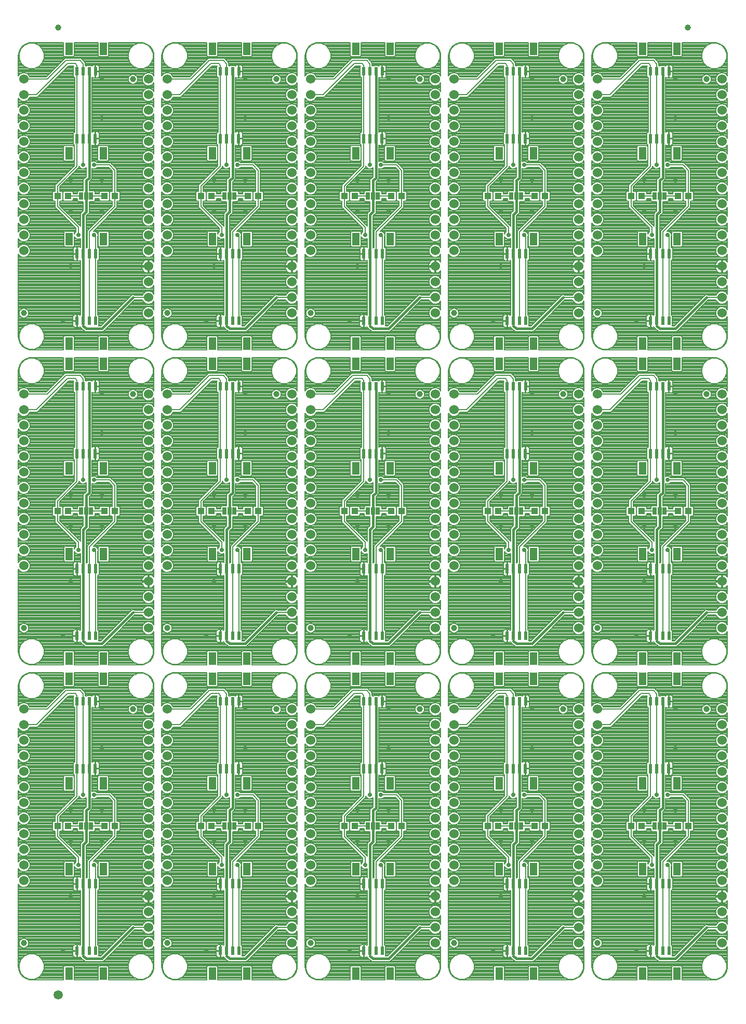
<source format=gtl>
G75*
%MOIN*%
%OFA0B0*%
%FSLAX25Y25*%
%IPPOS*%
%LPD*%
%AMOC8*
5,1,8,0,0,1.08239X$1,22.5*
%
%ADD10R,0.04724X0.07874*%
%ADD11R,0.02362X0.05315*%
%ADD12R,0.02362X0.06102*%
%ADD13R,0.02500X0.05000*%
%ADD14R,0.04331X0.03937*%
%ADD15C,0.06000*%
%ADD16C,0.03937*%
%ADD17C,0.05906*%
%ADD18C,0.00800*%
%ADD19C,0.02900*%
%ADD20C,0.01600*%
D10*
X0082318Y0034281D03*
X0104365Y0034281D03*
X0104452Y0101348D03*
X0082405Y0101348D03*
X0082232Y0156152D03*
X0104279Y0156152D03*
X0104365Y0223219D03*
X0104365Y0236281D03*
X0082318Y0236281D03*
X0082318Y0223219D03*
X0082405Y0303348D03*
X0104452Y0303348D03*
X0104279Y0358152D03*
X0082232Y0358152D03*
X0082318Y0425219D03*
X0082318Y0438281D03*
X0104365Y0438281D03*
X0104365Y0425219D03*
X0174318Y0425219D03*
X0174318Y0438281D03*
X0196365Y0438281D03*
X0196365Y0425219D03*
X0196279Y0358152D03*
X0174232Y0358152D03*
X0174405Y0303348D03*
X0196452Y0303348D03*
X0196365Y0236281D03*
X0196365Y0223219D03*
X0174318Y0223219D03*
X0174318Y0236281D03*
X0174232Y0156152D03*
X0196279Y0156152D03*
X0196452Y0101348D03*
X0174405Y0101348D03*
X0174318Y0034281D03*
X0196365Y0034281D03*
X0266318Y0034281D03*
X0288365Y0034281D03*
X0288452Y0101348D03*
X0266405Y0101348D03*
X0266232Y0156152D03*
X0288279Y0156152D03*
X0288365Y0223219D03*
X0288365Y0236281D03*
X0266318Y0236281D03*
X0266318Y0223219D03*
X0266405Y0303348D03*
X0288452Y0303348D03*
X0288279Y0358152D03*
X0266232Y0358152D03*
X0266318Y0425219D03*
X0266318Y0438281D03*
X0288365Y0438281D03*
X0288365Y0425219D03*
X0358318Y0425219D03*
X0358318Y0438281D03*
X0380365Y0438281D03*
X0380365Y0425219D03*
X0380279Y0358152D03*
X0358232Y0358152D03*
X0358405Y0303348D03*
X0380452Y0303348D03*
X0380365Y0236281D03*
X0380365Y0223219D03*
X0358318Y0223219D03*
X0358318Y0236281D03*
X0358232Y0156152D03*
X0380279Y0156152D03*
X0380452Y0101348D03*
X0358405Y0101348D03*
X0358318Y0034281D03*
X0380365Y0034281D03*
X0450318Y0034281D03*
X0472365Y0034281D03*
X0472452Y0101348D03*
X0450405Y0101348D03*
X0450232Y0156152D03*
X0472279Y0156152D03*
X0472365Y0223219D03*
X0472365Y0236281D03*
X0450318Y0236281D03*
X0450318Y0223219D03*
X0450405Y0303348D03*
X0472452Y0303348D03*
X0472279Y0358152D03*
X0450232Y0358152D03*
X0450318Y0425219D03*
X0450318Y0438281D03*
X0472365Y0438281D03*
X0472365Y0425219D03*
X0472452Y0505348D03*
X0450405Y0505348D03*
X0450232Y0560152D03*
X0472279Y0560152D03*
X0472365Y0627219D03*
X0450318Y0627219D03*
X0380365Y0627219D03*
X0358318Y0627219D03*
X0358232Y0560152D03*
X0380279Y0560152D03*
X0380452Y0505348D03*
X0358405Y0505348D03*
X0288452Y0505348D03*
X0266405Y0505348D03*
X0266232Y0560152D03*
X0288279Y0560152D03*
X0288365Y0627219D03*
X0266318Y0627219D03*
X0196365Y0627219D03*
X0174318Y0627219D03*
X0174232Y0560152D03*
X0196279Y0560152D03*
X0196452Y0505348D03*
X0174405Y0505348D03*
X0104452Y0505348D03*
X0082405Y0505348D03*
X0082232Y0560152D03*
X0104279Y0560152D03*
X0104365Y0627219D03*
X0082318Y0627219D03*
D11*
X0087436Y0612750D03*
X0091373Y0612750D03*
X0095310Y0612750D03*
X0099247Y0612750D03*
X0179436Y0612750D03*
X0183373Y0612750D03*
X0187310Y0612750D03*
X0191247Y0612750D03*
X0271436Y0612750D03*
X0275373Y0612750D03*
X0279310Y0612750D03*
X0283247Y0612750D03*
X0363436Y0612750D03*
X0367373Y0612750D03*
X0371310Y0612750D03*
X0375247Y0612750D03*
X0455436Y0612750D03*
X0459373Y0612750D03*
X0463310Y0612750D03*
X0467247Y0612750D03*
X0467247Y0452750D03*
X0463310Y0452750D03*
X0459373Y0452750D03*
X0455436Y0452750D03*
X0455436Y0410750D03*
X0459373Y0410750D03*
X0463310Y0410750D03*
X0467247Y0410750D03*
X0375247Y0410750D03*
X0371310Y0410750D03*
X0367373Y0410750D03*
X0363436Y0410750D03*
X0363436Y0452750D03*
X0367373Y0452750D03*
X0371310Y0452750D03*
X0375247Y0452750D03*
X0283247Y0452750D03*
X0279310Y0452750D03*
X0275373Y0452750D03*
X0271436Y0452750D03*
X0271436Y0410750D03*
X0275373Y0410750D03*
X0279310Y0410750D03*
X0283247Y0410750D03*
X0191247Y0410750D03*
X0187310Y0410750D03*
X0183373Y0410750D03*
X0179436Y0410750D03*
X0179436Y0452750D03*
X0183373Y0452750D03*
X0187310Y0452750D03*
X0191247Y0452750D03*
X0099247Y0452750D03*
X0095310Y0452750D03*
X0091373Y0452750D03*
X0087436Y0452750D03*
X0087436Y0410750D03*
X0091373Y0410750D03*
X0095310Y0410750D03*
X0099247Y0410750D03*
X0099247Y0250750D03*
X0095310Y0250750D03*
X0091373Y0250750D03*
X0087436Y0250750D03*
X0087436Y0208750D03*
X0091373Y0208750D03*
X0095310Y0208750D03*
X0099247Y0208750D03*
X0179436Y0208750D03*
X0183373Y0208750D03*
X0187310Y0208750D03*
X0191247Y0208750D03*
X0191247Y0250750D03*
X0187310Y0250750D03*
X0183373Y0250750D03*
X0179436Y0250750D03*
X0271436Y0250750D03*
X0275373Y0250750D03*
X0279310Y0250750D03*
X0283247Y0250750D03*
X0283247Y0208750D03*
X0279310Y0208750D03*
X0275373Y0208750D03*
X0271436Y0208750D03*
X0363436Y0208750D03*
X0367373Y0208750D03*
X0371310Y0208750D03*
X0375247Y0208750D03*
X0375247Y0250750D03*
X0371310Y0250750D03*
X0367373Y0250750D03*
X0363436Y0250750D03*
X0455436Y0250750D03*
X0459373Y0250750D03*
X0463310Y0250750D03*
X0467247Y0250750D03*
X0467247Y0208750D03*
X0463310Y0208750D03*
X0459373Y0208750D03*
X0455436Y0208750D03*
X0455436Y0048750D03*
X0459373Y0048750D03*
X0463310Y0048750D03*
X0467247Y0048750D03*
X0375247Y0048750D03*
X0371310Y0048750D03*
X0367373Y0048750D03*
X0363436Y0048750D03*
X0283247Y0048750D03*
X0279310Y0048750D03*
X0275373Y0048750D03*
X0271436Y0048750D03*
X0191247Y0048750D03*
X0187310Y0048750D03*
X0183373Y0048750D03*
X0179436Y0048750D03*
X0099247Y0048750D03*
X0095310Y0048750D03*
X0091373Y0048750D03*
X0087436Y0048750D03*
D12*
X0087523Y0091801D03*
X0091460Y0091801D03*
X0095397Y0091801D03*
X0099334Y0091801D03*
X0099161Y0165699D03*
X0095224Y0165699D03*
X0091287Y0165699D03*
X0087350Y0165699D03*
X0179350Y0165699D03*
X0183287Y0165699D03*
X0187224Y0165699D03*
X0191161Y0165699D03*
X0191334Y0091801D03*
X0187397Y0091801D03*
X0183460Y0091801D03*
X0179523Y0091801D03*
X0271523Y0091801D03*
X0275460Y0091801D03*
X0279397Y0091801D03*
X0283334Y0091801D03*
X0283161Y0165699D03*
X0279224Y0165699D03*
X0275287Y0165699D03*
X0271350Y0165699D03*
X0363350Y0165699D03*
X0367287Y0165699D03*
X0371224Y0165699D03*
X0375161Y0165699D03*
X0375334Y0091801D03*
X0371397Y0091801D03*
X0367460Y0091801D03*
X0363523Y0091801D03*
X0455523Y0091801D03*
X0459460Y0091801D03*
X0463397Y0091801D03*
X0467334Y0091801D03*
X0467161Y0165699D03*
X0463224Y0165699D03*
X0459287Y0165699D03*
X0455350Y0165699D03*
X0455523Y0293801D03*
X0459460Y0293801D03*
X0463397Y0293801D03*
X0467334Y0293801D03*
X0467161Y0367699D03*
X0463224Y0367699D03*
X0459287Y0367699D03*
X0455350Y0367699D03*
X0375161Y0367699D03*
X0371224Y0367699D03*
X0367287Y0367699D03*
X0363350Y0367699D03*
X0363523Y0293801D03*
X0367460Y0293801D03*
X0371397Y0293801D03*
X0375334Y0293801D03*
X0283334Y0293801D03*
X0279397Y0293801D03*
X0275460Y0293801D03*
X0271523Y0293801D03*
X0271350Y0367699D03*
X0275287Y0367699D03*
X0279224Y0367699D03*
X0283161Y0367699D03*
X0191161Y0367699D03*
X0187224Y0367699D03*
X0183287Y0367699D03*
X0179350Y0367699D03*
X0179523Y0293801D03*
X0183460Y0293801D03*
X0187397Y0293801D03*
X0191334Y0293801D03*
X0099334Y0293801D03*
X0095397Y0293801D03*
X0091460Y0293801D03*
X0087523Y0293801D03*
X0087350Y0367699D03*
X0091287Y0367699D03*
X0095224Y0367699D03*
X0099161Y0367699D03*
X0099334Y0495801D03*
X0095397Y0495801D03*
X0091460Y0495801D03*
X0087523Y0495801D03*
X0087350Y0569699D03*
X0091287Y0569699D03*
X0095224Y0569699D03*
X0099161Y0569699D03*
X0179350Y0569699D03*
X0183287Y0569699D03*
X0187224Y0569699D03*
X0191161Y0569699D03*
X0191334Y0495801D03*
X0187397Y0495801D03*
X0183460Y0495801D03*
X0179523Y0495801D03*
X0271523Y0495801D03*
X0275460Y0495801D03*
X0279397Y0495801D03*
X0283334Y0495801D03*
X0283161Y0569699D03*
X0279224Y0569699D03*
X0275287Y0569699D03*
X0271350Y0569699D03*
X0363350Y0569699D03*
X0367287Y0569699D03*
X0371224Y0569699D03*
X0375161Y0569699D03*
X0375334Y0495801D03*
X0371397Y0495801D03*
X0367460Y0495801D03*
X0363523Y0495801D03*
X0455523Y0495801D03*
X0459460Y0495801D03*
X0463397Y0495801D03*
X0467334Y0495801D03*
X0467161Y0569699D03*
X0463224Y0569699D03*
X0459287Y0569699D03*
X0455350Y0569699D03*
D13*
X0458142Y0532750D03*
X0461342Y0532750D03*
X0464542Y0532750D03*
X0372542Y0532750D03*
X0369342Y0532750D03*
X0366142Y0532750D03*
X0280542Y0532750D03*
X0277342Y0532750D03*
X0274142Y0532750D03*
X0188542Y0532750D03*
X0185342Y0532750D03*
X0182142Y0532750D03*
X0096542Y0532750D03*
X0093342Y0532750D03*
X0090142Y0532750D03*
X0090142Y0330750D03*
X0093342Y0330750D03*
X0096542Y0330750D03*
X0182142Y0330750D03*
X0185342Y0330750D03*
X0188542Y0330750D03*
X0274142Y0330750D03*
X0277342Y0330750D03*
X0280542Y0330750D03*
X0366142Y0330750D03*
X0369342Y0330750D03*
X0372542Y0330750D03*
X0458142Y0330750D03*
X0461342Y0330750D03*
X0464542Y0330750D03*
X0464542Y0128750D03*
X0461342Y0128750D03*
X0458142Y0128750D03*
X0372542Y0128750D03*
X0369342Y0128750D03*
X0366142Y0128750D03*
X0280542Y0128750D03*
X0277342Y0128750D03*
X0274142Y0128750D03*
X0188542Y0128750D03*
X0185342Y0128750D03*
X0182142Y0128750D03*
X0096542Y0128750D03*
X0093342Y0128750D03*
X0090142Y0128750D03*
D14*
X0081688Y0128750D03*
X0074995Y0128750D03*
X0104995Y0128750D03*
X0111688Y0128750D03*
X0166995Y0128750D03*
X0173688Y0128750D03*
X0196995Y0128750D03*
X0203688Y0128750D03*
X0258995Y0128750D03*
X0265688Y0128750D03*
X0288995Y0128750D03*
X0295688Y0128750D03*
X0350995Y0128750D03*
X0357688Y0128750D03*
X0380995Y0128750D03*
X0387688Y0128750D03*
X0442995Y0128750D03*
X0449688Y0128750D03*
X0472995Y0128750D03*
X0479688Y0128750D03*
X0479688Y0330750D03*
X0472995Y0330750D03*
X0449688Y0330750D03*
X0442995Y0330750D03*
X0387688Y0330750D03*
X0380995Y0330750D03*
X0357688Y0330750D03*
X0350995Y0330750D03*
X0295688Y0330750D03*
X0288995Y0330750D03*
X0265688Y0330750D03*
X0258995Y0330750D03*
X0203688Y0330750D03*
X0196995Y0330750D03*
X0173688Y0330750D03*
X0166995Y0330750D03*
X0111688Y0330750D03*
X0104995Y0330750D03*
X0081688Y0330750D03*
X0074995Y0330750D03*
X0074995Y0532750D03*
X0081688Y0532750D03*
X0104995Y0532750D03*
X0111688Y0532750D03*
X0166995Y0532750D03*
X0173688Y0532750D03*
X0196995Y0532750D03*
X0203688Y0532750D03*
X0258995Y0532750D03*
X0265688Y0532750D03*
X0288995Y0532750D03*
X0295688Y0532750D03*
X0350995Y0532750D03*
X0357688Y0532750D03*
X0380995Y0532750D03*
X0387688Y0532750D03*
X0442995Y0532750D03*
X0449688Y0532750D03*
X0472995Y0532750D03*
X0479688Y0532750D03*
D15*
X0501342Y0527750D03*
X0501342Y0537750D03*
X0501342Y0547750D03*
X0501342Y0557750D03*
X0501342Y0567750D03*
X0501342Y0577750D03*
X0501342Y0587750D03*
X0501342Y0597750D03*
X0501342Y0607750D03*
X0421342Y0607750D03*
X0421342Y0597750D03*
X0421342Y0587750D03*
X0421342Y0577750D03*
X0421342Y0567750D03*
X0421342Y0557750D03*
X0421342Y0547750D03*
X0421342Y0537750D03*
X0421342Y0527750D03*
X0421342Y0517750D03*
X0421342Y0507750D03*
X0421342Y0497750D03*
X0409342Y0497750D03*
X0409342Y0487750D03*
X0409342Y0477750D03*
X0409342Y0467750D03*
X0409342Y0457750D03*
X0409342Y0507750D03*
X0409342Y0517750D03*
X0409342Y0527750D03*
X0409342Y0537750D03*
X0409342Y0547750D03*
X0409342Y0557750D03*
X0409342Y0567750D03*
X0409342Y0577750D03*
X0409342Y0587750D03*
X0409342Y0597750D03*
X0409342Y0607750D03*
X0329342Y0607750D03*
X0329342Y0597750D03*
X0329342Y0587750D03*
X0329342Y0577750D03*
X0329342Y0567750D03*
X0329342Y0557750D03*
X0329342Y0547750D03*
X0329342Y0537750D03*
X0329342Y0527750D03*
X0329342Y0517750D03*
X0329342Y0507750D03*
X0329342Y0497750D03*
X0317342Y0497750D03*
X0317342Y0487750D03*
X0317342Y0477750D03*
X0317342Y0467750D03*
X0317342Y0457750D03*
X0317342Y0507750D03*
X0317342Y0517750D03*
X0317342Y0527750D03*
X0317342Y0537750D03*
X0317342Y0547750D03*
X0317342Y0557750D03*
X0317342Y0567750D03*
X0317342Y0577750D03*
X0317342Y0587750D03*
X0317342Y0597750D03*
X0317342Y0607750D03*
X0237342Y0607750D03*
X0237342Y0597750D03*
X0237342Y0587750D03*
X0237342Y0577750D03*
X0237342Y0567750D03*
X0237342Y0557750D03*
X0237342Y0547750D03*
X0237342Y0537750D03*
X0237342Y0527750D03*
X0237342Y0517750D03*
X0237342Y0507750D03*
X0237342Y0497750D03*
X0225342Y0497750D03*
X0225342Y0487750D03*
X0225342Y0477750D03*
X0225342Y0467750D03*
X0225342Y0457750D03*
X0225342Y0507750D03*
X0225342Y0517750D03*
X0225342Y0527750D03*
X0225342Y0537750D03*
X0225342Y0547750D03*
X0225342Y0557750D03*
X0225342Y0567750D03*
X0225342Y0577750D03*
X0225342Y0587750D03*
X0225342Y0597750D03*
X0225342Y0607750D03*
X0145342Y0607750D03*
X0145342Y0597750D03*
X0145342Y0587750D03*
X0145342Y0577750D03*
X0145342Y0567750D03*
X0145342Y0557750D03*
X0145342Y0547750D03*
X0145342Y0537750D03*
X0145342Y0527750D03*
X0145342Y0517750D03*
X0145342Y0507750D03*
X0145342Y0497750D03*
X0133342Y0497750D03*
X0133342Y0487750D03*
X0133342Y0477750D03*
X0133342Y0467750D03*
X0133342Y0457750D03*
X0133342Y0507750D03*
X0133342Y0517750D03*
X0133342Y0527750D03*
X0133342Y0537750D03*
X0133342Y0547750D03*
X0133342Y0557750D03*
X0133342Y0567750D03*
X0133342Y0577750D03*
X0133342Y0587750D03*
X0133342Y0597750D03*
X0133342Y0607750D03*
X0053342Y0607750D03*
X0053342Y0597750D03*
X0053342Y0587750D03*
X0053342Y0577750D03*
X0053342Y0567750D03*
X0053342Y0557750D03*
X0053342Y0547750D03*
X0053342Y0537750D03*
X0053342Y0527750D03*
X0053342Y0517750D03*
X0053342Y0507750D03*
X0053342Y0497750D03*
X0053342Y0405750D03*
X0053342Y0395750D03*
X0053342Y0385750D03*
X0053342Y0375750D03*
X0053342Y0365750D03*
X0053342Y0355750D03*
X0053342Y0345750D03*
X0053342Y0335750D03*
X0053342Y0325750D03*
X0053342Y0315750D03*
X0053342Y0305750D03*
X0053342Y0295750D03*
X0133342Y0295750D03*
X0133342Y0305750D03*
X0133342Y0315750D03*
X0133342Y0325750D03*
X0133342Y0335750D03*
X0133342Y0345750D03*
X0133342Y0355750D03*
X0133342Y0365750D03*
X0133342Y0375750D03*
X0133342Y0385750D03*
X0133342Y0395750D03*
X0133342Y0405750D03*
X0145342Y0405750D03*
X0145342Y0395750D03*
X0145342Y0385750D03*
X0145342Y0375750D03*
X0145342Y0365750D03*
X0145342Y0355750D03*
X0145342Y0345750D03*
X0145342Y0335750D03*
X0145342Y0325750D03*
X0145342Y0315750D03*
X0145342Y0305750D03*
X0145342Y0295750D03*
X0133342Y0285750D03*
X0133342Y0275750D03*
X0133342Y0265750D03*
X0133342Y0255750D03*
X0133342Y0203750D03*
X0133342Y0193750D03*
X0133342Y0183750D03*
X0133342Y0173750D03*
X0133342Y0163750D03*
X0133342Y0153750D03*
X0133342Y0143750D03*
X0133342Y0133750D03*
X0133342Y0123750D03*
X0133342Y0113750D03*
X0133342Y0103750D03*
X0133342Y0093750D03*
X0133342Y0083750D03*
X0133342Y0073750D03*
X0133342Y0063750D03*
X0133342Y0053750D03*
X0145342Y0093750D03*
X0145342Y0103750D03*
X0145342Y0113750D03*
X0145342Y0123750D03*
X0145342Y0133750D03*
X0145342Y0143750D03*
X0145342Y0153750D03*
X0145342Y0163750D03*
X0145342Y0173750D03*
X0145342Y0183750D03*
X0145342Y0193750D03*
X0145342Y0203750D03*
X0225342Y0203750D03*
X0225342Y0193750D03*
X0225342Y0183750D03*
X0225342Y0173750D03*
X0225342Y0163750D03*
X0225342Y0153750D03*
X0225342Y0143750D03*
X0225342Y0133750D03*
X0225342Y0123750D03*
X0225342Y0113750D03*
X0225342Y0103750D03*
X0225342Y0093750D03*
X0225342Y0083750D03*
X0225342Y0073750D03*
X0225342Y0063750D03*
X0225342Y0053750D03*
X0237342Y0093750D03*
X0237342Y0103750D03*
X0237342Y0113750D03*
X0237342Y0123750D03*
X0237342Y0133750D03*
X0237342Y0143750D03*
X0237342Y0153750D03*
X0237342Y0163750D03*
X0237342Y0173750D03*
X0237342Y0183750D03*
X0237342Y0193750D03*
X0237342Y0203750D03*
X0225342Y0255750D03*
X0225342Y0265750D03*
X0225342Y0275750D03*
X0225342Y0285750D03*
X0225342Y0295750D03*
X0225342Y0305750D03*
X0225342Y0315750D03*
X0225342Y0325750D03*
X0225342Y0335750D03*
X0225342Y0345750D03*
X0225342Y0355750D03*
X0225342Y0365750D03*
X0225342Y0375750D03*
X0225342Y0385750D03*
X0225342Y0395750D03*
X0225342Y0405750D03*
X0237342Y0405750D03*
X0237342Y0395750D03*
X0237342Y0385750D03*
X0237342Y0375750D03*
X0237342Y0365750D03*
X0237342Y0355750D03*
X0237342Y0345750D03*
X0237342Y0335750D03*
X0237342Y0325750D03*
X0237342Y0315750D03*
X0237342Y0305750D03*
X0237342Y0295750D03*
X0317342Y0295750D03*
X0317342Y0305750D03*
X0317342Y0315750D03*
X0317342Y0325750D03*
X0317342Y0335750D03*
X0317342Y0345750D03*
X0317342Y0355750D03*
X0317342Y0365750D03*
X0317342Y0375750D03*
X0317342Y0385750D03*
X0317342Y0395750D03*
X0317342Y0405750D03*
X0329342Y0405750D03*
X0329342Y0395750D03*
X0329342Y0385750D03*
X0329342Y0375750D03*
X0329342Y0365750D03*
X0329342Y0355750D03*
X0329342Y0345750D03*
X0329342Y0335750D03*
X0329342Y0325750D03*
X0329342Y0315750D03*
X0329342Y0305750D03*
X0329342Y0295750D03*
X0317342Y0285750D03*
X0317342Y0275750D03*
X0317342Y0265750D03*
X0317342Y0255750D03*
X0317342Y0203750D03*
X0317342Y0193750D03*
X0317342Y0183750D03*
X0317342Y0173750D03*
X0317342Y0163750D03*
X0317342Y0153750D03*
X0317342Y0143750D03*
X0317342Y0133750D03*
X0317342Y0123750D03*
X0317342Y0113750D03*
X0317342Y0103750D03*
X0317342Y0093750D03*
X0317342Y0083750D03*
X0317342Y0073750D03*
X0317342Y0063750D03*
X0317342Y0053750D03*
X0329342Y0093750D03*
X0329342Y0103750D03*
X0329342Y0113750D03*
X0329342Y0123750D03*
X0329342Y0133750D03*
X0329342Y0143750D03*
X0329342Y0153750D03*
X0329342Y0163750D03*
X0329342Y0173750D03*
X0329342Y0183750D03*
X0329342Y0193750D03*
X0329342Y0203750D03*
X0409342Y0203750D03*
X0409342Y0193750D03*
X0409342Y0183750D03*
X0409342Y0173750D03*
X0409342Y0163750D03*
X0409342Y0153750D03*
X0409342Y0143750D03*
X0409342Y0133750D03*
X0409342Y0123750D03*
X0409342Y0113750D03*
X0409342Y0103750D03*
X0409342Y0093750D03*
X0409342Y0083750D03*
X0409342Y0073750D03*
X0409342Y0063750D03*
X0409342Y0053750D03*
X0421342Y0093750D03*
X0421342Y0103750D03*
X0421342Y0113750D03*
X0421342Y0123750D03*
X0421342Y0133750D03*
X0421342Y0143750D03*
X0421342Y0153750D03*
X0421342Y0163750D03*
X0421342Y0173750D03*
X0421342Y0183750D03*
X0421342Y0193750D03*
X0421342Y0203750D03*
X0409342Y0255750D03*
X0409342Y0265750D03*
X0409342Y0275750D03*
X0409342Y0285750D03*
X0409342Y0295750D03*
X0409342Y0305750D03*
X0409342Y0315750D03*
X0409342Y0325750D03*
X0409342Y0335750D03*
X0409342Y0345750D03*
X0409342Y0355750D03*
X0409342Y0365750D03*
X0409342Y0375750D03*
X0409342Y0385750D03*
X0409342Y0395750D03*
X0409342Y0405750D03*
X0421342Y0405750D03*
X0421342Y0395750D03*
X0421342Y0385750D03*
X0421342Y0375750D03*
X0421342Y0365750D03*
X0421342Y0355750D03*
X0421342Y0345750D03*
X0421342Y0335750D03*
X0421342Y0325750D03*
X0421342Y0315750D03*
X0421342Y0305750D03*
X0421342Y0295750D03*
X0501342Y0295750D03*
X0501342Y0305750D03*
X0501342Y0315750D03*
X0501342Y0325750D03*
X0501342Y0335750D03*
X0501342Y0345750D03*
X0501342Y0355750D03*
X0501342Y0365750D03*
X0501342Y0375750D03*
X0501342Y0385750D03*
X0501342Y0395750D03*
X0501342Y0405750D03*
X0501342Y0457750D03*
X0501342Y0467750D03*
X0501342Y0477750D03*
X0501342Y0487750D03*
X0501342Y0497750D03*
X0501342Y0507750D03*
X0501342Y0517750D03*
X0501342Y0285750D03*
X0501342Y0275750D03*
X0501342Y0265750D03*
X0501342Y0255750D03*
X0501342Y0203750D03*
X0501342Y0193750D03*
X0501342Y0183750D03*
X0501342Y0173750D03*
X0501342Y0163750D03*
X0501342Y0153750D03*
X0501342Y0143750D03*
X0501342Y0133750D03*
X0501342Y0123750D03*
X0501342Y0113750D03*
X0501342Y0103750D03*
X0501342Y0093750D03*
X0501342Y0083750D03*
X0501342Y0073750D03*
X0501342Y0063750D03*
X0501342Y0053750D03*
X0053342Y0093750D03*
X0053342Y0103750D03*
X0053342Y0113750D03*
X0053342Y0123750D03*
X0053342Y0133750D03*
X0053342Y0143750D03*
X0053342Y0153750D03*
X0053342Y0163750D03*
X0053342Y0173750D03*
X0053342Y0183750D03*
X0053342Y0193750D03*
X0053342Y0203750D03*
D16*
X0053342Y0255750D03*
X0123342Y0203750D03*
X0145342Y0255750D03*
X0215342Y0203750D03*
X0237342Y0255750D03*
X0307342Y0203750D03*
X0329342Y0255750D03*
X0399342Y0203750D03*
X0421342Y0255750D03*
X0491342Y0203750D03*
X0421342Y0053750D03*
X0329342Y0053750D03*
X0237342Y0053750D03*
X0145342Y0053750D03*
X0053342Y0053750D03*
X0123342Y0405750D03*
X0145342Y0457750D03*
X0215342Y0405750D03*
X0237342Y0457750D03*
X0307342Y0405750D03*
X0329342Y0457750D03*
X0399342Y0405750D03*
X0421342Y0457750D03*
X0491342Y0405750D03*
X0491342Y0607750D03*
X0479342Y0641000D03*
X0399342Y0607750D03*
X0307342Y0607750D03*
X0215342Y0607750D03*
X0123342Y0607750D03*
X0075342Y0641000D03*
X0053342Y0457750D03*
D17*
X0075342Y0020500D03*
D18*
X0050768Y0034891D02*
X0049946Y0037420D01*
X0049842Y0038750D01*
X0049842Y0091486D01*
X0049866Y0091428D01*
X0051019Y0090274D01*
X0052526Y0089650D01*
X0054157Y0089650D01*
X0055664Y0090274D01*
X0056818Y0091428D01*
X0057442Y0092934D01*
X0057442Y0094566D01*
X0056818Y0096072D01*
X0055664Y0097226D01*
X0054157Y0097850D01*
X0052526Y0097850D01*
X0051019Y0097226D01*
X0049866Y0096072D01*
X0049842Y0096014D01*
X0049842Y0101486D01*
X0049866Y0101428D01*
X0051019Y0100274D01*
X0052526Y0099650D01*
X0054157Y0099650D01*
X0055664Y0100274D01*
X0056818Y0101428D01*
X0057442Y0102934D01*
X0057442Y0104566D01*
X0056818Y0106072D01*
X0055664Y0107226D01*
X0054157Y0107850D01*
X0052526Y0107850D01*
X0051019Y0107226D01*
X0049866Y0106072D01*
X0049842Y0106014D01*
X0049842Y0111486D01*
X0049866Y0111428D01*
X0051019Y0110274D01*
X0052526Y0109650D01*
X0054157Y0109650D01*
X0055664Y0110274D01*
X0056818Y0111428D01*
X0057442Y0112934D01*
X0057442Y0114566D01*
X0056818Y0116072D01*
X0055664Y0117226D01*
X0054157Y0117850D01*
X0052526Y0117850D01*
X0051019Y0117226D01*
X0049866Y0116072D01*
X0049842Y0116014D01*
X0049842Y0121486D01*
X0049866Y0121428D01*
X0051019Y0120274D01*
X0052526Y0119650D01*
X0054157Y0119650D01*
X0055664Y0120274D01*
X0056818Y0121428D01*
X0057442Y0122934D01*
X0057442Y0124566D01*
X0056818Y0126072D01*
X0055664Y0127226D01*
X0054157Y0127850D01*
X0052526Y0127850D01*
X0051019Y0127226D01*
X0049866Y0126072D01*
X0049842Y0126014D01*
X0049842Y0131486D01*
X0049866Y0131428D01*
X0051019Y0130274D01*
X0052526Y0129650D01*
X0054157Y0129650D01*
X0055664Y0130274D01*
X0056818Y0131428D01*
X0057442Y0132934D01*
X0057442Y0134566D01*
X0056818Y0136072D01*
X0055664Y0137226D01*
X0054157Y0137850D01*
X0052526Y0137850D01*
X0051019Y0137226D01*
X0049866Y0136072D01*
X0049842Y0136014D01*
X0049842Y0141486D01*
X0049866Y0141428D01*
X0051019Y0140274D01*
X0052526Y0139650D01*
X0054157Y0139650D01*
X0055664Y0140274D01*
X0056818Y0141428D01*
X0057442Y0142934D01*
X0057442Y0144566D01*
X0056818Y0146072D01*
X0055664Y0147226D01*
X0054157Y0147850D01*
X0052526Y0147850D01*
X0051019Y0147226D01*
X0049866Y0146072D01*
X0049842Y0146014D01*
X0049842Y0151486D01*
X0049866Y0151428D01*
X0051019Y0150274D01*
X0052526Y0149650D01*
X0054157Y0149650D01*
X0055664Y0150274D01*
X0056818Y0151428D01*
X0057442Y0152934D01*
X0057442Y0154566D01*
X0056818Y0156072D01*
X0055664Y0157226D01*
X0054157Y0157850D01*
X0052526Y0157850D01*
X0051019Y0157226D01*
X0049866Y0156072D01*
X0049842Y0156014D01*
X0049842Y0161486D01*
X0049866Y0161428D01*
X0051019Y0160274D01*
X0052526Y0159650D01*
X0054157Y0159650D01*
X0055664Y0160274D01*
X0056818Y0161428D01*
X0057442Y0162934D01*
X0057442Y0164566D01*
X0056818Y0166072D01*
X0055664Y0167226D01*
X0054157Y0167850D01*
X0052526Y0167850D01*
X0051019Y0167226D01*
X0049866Y0166072D01*
X0049842Y0166014D01*
X0049842Y0171486D01*
X0049866Y0171428D01*
X0051019Y0170274D01*
X0052526Y0169650D01*
X0054157Y0169650D01*
X0055664Y0170274D01*
X0056818Y0171428D01*
X0057442Y0172934D01*
X0057442Y0174566D01*
X0056818Y0176072D01*
X0055664Y0177226D01*
X0054157Y0177850D01*
X0052526Y0177850D01*
X0051019Y0177226D01*
X0049866Y0176072D01*
X0049842Y0176014D01*
X0049842Y0181486D01*
X0049866Y0181428D01*
X0051019Y0180274D01*
X0052526Y0179650D01*
X0054157Y0179650D01*
X0055664Y0180274D01*
X0056818Y0181428D01*
X0057442Y0182934D01*
X0057442Y0184566D01*
X0056818Y0186072D01*
X0055664Y0187226D01*
X0054157Y0187850D01*
X0052526Y0187850D01*
X0051019Y0187226D01*
X0049866Y0186072D01*
X0049842Y0186014D01*
X0049842Y0191486D01*
X0049866Y0191428D01*
X0051019Y0190274D01*
X0052526Y0189650D01*
X0054157Y0189650D01*
X0055664Y0190274D01*
X0056818Y0191428D01*
X0057158Y0192250D01*
X0061963Y0192250D01*
X0081963Y0212250D01*
X0085542Y0212250D01*
X0085155Y0211863D01*
X0085155Y0205637D01*
X0085800Y0204993D01*
X0085936Y0204993D01*
X0085936Y0169850D01*
X0085713Y0169850D01*
X0085069Y0169206D01*
X0085069Y0162192D01*
X0085713Y0161548D01*
X0085850Y0161548D01*
X0085850Y0148379D01*
X0073495Y0136025D01*
X0073495Y0131818D01*
X0072374Y0131818D01*
X0071730Y0131174D01*
X0071730Y0126326D01*
X0072374Y0125681D01*
X0073495Y0125681D01*
X0073495Y0121475D01*
X0086842Y0108129D01*
X0086842Y0105856D01*
X0086180Y0105194D01*
X0085867Y0104439D01*
X0085867Y0105741D01*
X0085223Y0106385D01*
X0079587Y0106385D01*
X0078943Y0105741D01*
X0078943Y0096956D01*
X0079587Y0096311D01*
X0085223Y0096311D01*
X0085867Y0096956D01*
X0085867Y0103061D01*
X0086180Y0102306D01*
X0086897Y0101588D01*
X0087835Y0101200D01*
X0088849Y0101200D01*
X0089560Y0101494D01*
X0089560Y0095975D01*
X0089244Y0096157D01*
X0088888Y0096252D01*
X0087713Y0096252D01*
X0087713Y0091992D01*
X0087332Y0091992D01*
X0087332Y0091611D01*
X0084942Y0091611D01*
X0084942Y0088566D01*
X0085037Y0088210D01*
X0085222Y0087890D01*
X0085482Y0087630D01*
X0085801Y0087445D01*
X0086157Y0087350D01*
X0087332Y0087350D01*
X0087332Y0091611D01*
X0087713Y0091611D01*
X0087713Y0087350D01*
X0088888Y0087350D01*
X0089244Y0087445D01*
X0089560Y0087628D01*
X0089560Y0052445D01*
X0089477Y0052528D01*
X0089158Y0052712D01*
X0088802Y0052807D01*
X0087627Y0052807D01*
X0087627Y0048941D01*
X0087246Y0048941D01*
X0087246Y0052807D01*
X0086071Y0052807D01*
X0085715Y0052712D01*
X0085396Y0052528D01*
X0085135Y0052267D01*
X0084951Y0051948D01*
X0084855Y0051592D01*
X0084855Y0048941D01*
X0087246Y0048941D01*
X0087246Y0048559D01*
X0087627Y0048559D01*
X0087627Y0044693D01*
X0088802Y0044693D01*
X0089158Y0044788D01*
X0089473Y0044970D01*
X0089473Y0044931D01*
X0092555Y0041850D01*
X0104129Y0041850D01*
X0105242Y0042963D01*
X0124529Y0062250D01*
X0129525Y0062250D01*
X0129866Y0061428D01*
X0131019Y0060274D01*
X0132526Y0059650D01*
X0134157Y0059650D01*
X0135664Y0060274D01*
X0136818Y0061428D01*
X0136842Y0061486D01*
X0136842Y0056014D01*
X0136818Y0056072D01*
X0135664Y0057226D01*
X0134157Y0057850D01*
X0132526Y0057850D01*
X0131019Y0057226D01*
X0129866Y0056072D01*
X0129242Y0054566D01*
X0129242Y0052934D01*
X0129866Y0051428D01*
X0131019Y0050274D01*
X0132526Y0049650D01*
X0134157Y0049650D01*
X0135664Y0050274D01*
X0136818Y0051428D01*
X0136842Y0051486D01*
X0136842Y0038750D01*
X0136737Y0037420D01*
X0135915Y0034891D01*
X0134352Y0032740D01*
X0132201Y0031176D01*
X0129671Y0030355D01*
X0128342Y0030250D01*
X0107828Y0030250D01*
X0107828Y0038674D01*
X0107183Y0039318D01*
X0101548Y0039318D01*
X0100903Y0038674D01*
X0100903Y0030250D01*
X0085780Y0030250D01*
X0085780Y0038674D01*
X0085136Y0039318D01*
X0079500Y0039318D01*
X0078856Y0038674D01*
X0078856Y0030250D01*
X0058342Y0030250D01*
X0057012Y0030355D01*
X0054483Y0031176D01*
X0052331Y0032740D01*
X0050768Y0034891D01*
X0050688Y0035138D02*
X0051071Y0035138D01*
X0051169Y0034340D02*
X0051401Y0034340D01*
X0051475Y0034162D02*
X0051475Y0034162D01*
X0050242Y0037139D01*
X0050242Y0040361D01*
X0051475Y0043338D01*
X0051475Y0043338D01*
X0053754Y0045617D01*
X0053754Y0045617D01*
X0056731Y0046850D01*
X0059953Y0046850D01*
X0062930Y0045617D01*
X0062930Y0045617D01*
X0065209Y0043338D01*
X0065209Y0043338D01*
X0066442Y0040361D01*
X0066442Y0037139D01*
X0065209Y0034162D01*
X0065209Y0034162D01*
X0062930Y0031883D01*
X0062930Y0031883D01*
X0059953Y0030650D01*
X0059953Y0030650D01*
X0058673Y0030650D01*
X0056731Y0030650D01*
X0053754Y0031883D01*
X0053754Y0031883D01*
X0051475Y0034162D01*
X0051749Y0033541D02*
X0052096Y0033541D01*
X0052329Y0032743D02*
X0052894Y0032743D01*
X0053426Y0031944D02*
X0053693Y0031944D01*
X0054578Y0031146D02*
X0055534Y0031146D01*
X0057109Y0030347D02*
X0078856Y0030347D01*
X0078856Y0031146D02*
X0061149Y0031146D01*
X0062991Y0031944D02*
X0078856Y0031944D01*
X0078856Y0032743D02*
X0063789Y0032743D01*
X0064588Y0033541D02*
X0078856Y0033541D01*
X0078856Y0034340D02*
X0065282Y0034340D01*
X0065613Y0035138D02*
X0078856Y0035138D01*
X0078856Y0035937D02*
X0065944Y0035937D01*
X0066275Y0036735D02*
X0078856Y0036735D01*
X0078856Y0037534D02*
X0066442Y0037534D01*
X0066442Y0038332D02*
X0078856Y0038332D01*
X0079312Y0039131D02*
X0066442Y0039131D01*
X0066442Y0039929D02*
X0120242Y0039929D01*
X0120242Y0040361D02*
X0120242Y0037139D01*
X0121475Y0034162D01*
X0121475Y0034162D01*
X0123754Y0031883D01*
X0126731Y0030650D01*
X0128010Y0030650D01*
X0129953Y0030650D01*
X0132930Y0031883D01*
X0135209Y0034162D01*
X0136442Y0037139D01*
X0136442Y0040361D01*
X0135209Y0043338D01*
X0135209Y0043338D01*
X0132930Y0045617D01*
X0129953Y0046850D01*
X0126731Y0046850D01*
X0123754Y0045617D01*
X0123754Y0045617D01*
X0121475Y0043338D01*
X0120242Y0040361D01*
X0120394Y0040728D02*
X0066290Y0040728D01*
X0065959Y0041526D02*
X0120724Y0041526D01*
X0121055Y0042325D02*
X0104603Y0042325D01*
X0105402Y0043123D02*
X0121386Y0043123D01*
X0121475Y0043338D02*
X0121475Y0043338D01*
X0122058Y0043922D02*
X0106201Y0043922D01*
X0106999Y0044720D02*
X0122857Y0044720D01*
X0123655Y0045519D02*
X0107798Y0045519D01*
X0108596Y0046317D02*
X0125444Y0046317D01*
X0131239Y0046317D02*
X0136842Y0046317D01*
X0136842Y0045519D02*
X0133028Y0045519D01*
X0132930Y0045617D02*
X0132930Y0045617D01*
X0132930Y0045617D01*
X0133827Y0044720D02*
X0136842Y0044720D01*
X0136842Y0043922D02*
X0134625Y0043922D01*
X0135298Y0043123D02*
X0136842Y0043123D01*
X0136842Y0042325D02*
X0135628Y0042325D01*
X0135959Y0041526D02*
X0136842Y0041526D01*
X0136842Y0040728D02*
X0136290Y0040728D01*
X0136442Y0039929D02*
X0136842Y0039929D01*
X0136842Y0039131D02*
X0136442Y0039131D01*
X0136442Y0038332D02*
X0136809Y0038332D01*
X0136746Y0037534D02*
X0136442Y0037534D01*
X0136515Y0036735D02*
X0136275Y0036735D01*
X0136255Y0035937D02*
X0135944Y0035937D01*
X0135996Y0035138D02*
X0135613Y0035138D01*
X0135515Y0034340D02*
X0135282Y0034340D01*
X0134935Y0033541D02*
X0134588Y0033541D01*
X0134354Y0032743D02*
X0133789Y0032743D01*
X0133257Y0031944D02*
X0132991Y0031944D01*
X0132930Y0031883D02*
X0132930Y0031883D01*
X0132106Y0031146D02*
X0131149Y0031146D01*
X0129575Y0030347D02*
X0107828Y0030347D01*
X0107828Y0031146D02*
X0125534Y0031146D01*
X0123754Y0031883D02*
X0123754Y0031883D01*
X0123693Y0031944D02*
X0107828Y0031944D01*
X0107828Y0032743D02*
X0122894Y0032743D01*
X0122096Y0033541D02*
X0107828Y0033541D01*
X0107828Y0034340D02*
X0121401Y0034340D01*
X0121071Y0035138D02*
X0107828Y0035138D01*
X0107828Y0035937D02*
X0120740Y0035937D01*
X0120409Y0036735D02*
X0107828Y0036735D01*
X0107828Y0037534D02*
X0120242Y0037534D01*
X0120242Y0038332D02*
X0107828Y0038332D01*
X0107371Y0039131D02*
X0120242Y0039131D01*
X0110992Y0048713D02*
X0136842Y0048713D01*
X0136842Y0049511D02*
X0111790Y0049511D01*
X0112589Y0050310D02*
X0130984Y0050310D01*
X0130185Y0051108D02*
X0113387Y0051108D01*
X0114186Y0051907D02*
X0129667Y0051907D01*
X0129337Y0052705D02*
X0114984Y0052705D01*
X0115783Y0053504D02*
X0129242Y0053504D01*
X0129242Y0054302D02*
X0116581Y0054302D01*
X0117380Y0055101D02*
X0129464Y0055101D01*
X0129794Y0055899D02*
X0118178Y0055899D01*
X0118977Y0056698D02*
X0130491Y0056698D01*
X0131673Y0057496D02*
X0119775Y0057496D01*
X0120574Y0058295D02*
X0136842Y0058295D01*
X0136842Y0059093D02*
X0121372Y0059093D01*
X0122171Y0059892D02*
X0131942Y0059892D01*
X0130603Y0060690D02*
X0122969Y0060690D01*
X0123768Y0061489D02*
X0129841Y0061489D01*
X0129525Y0065250D02*
X0124529Y0065250D01*
X0124129Y0065650D01*
X0122555Y0065650D01*
X0102555Y0045650D01*
X0101528Y0045650D01*
X0101528Y0051863D01*
X0100884Y0052507D01*
X0100834Y0052507D01*
X0100834Y0087650D01*
X0100971Y0087650D01*
X0101615Y0088294D01*
X0101615Y0095308D01*
X0100971Y0095952D01*
X0100834Y0095952D01*
X0100834Y0103103D01*
X0100892Y0103243D01*
X0100892Y0104257D01*
X0100504Y0105194D01*
X0099786Y0105912D01*
X0098849Y0106300D01*
X0098013Y0106300D01*
X0113188Y0121475D01*
X0113188Y0122718D01*
X0113188Y0125681D01*
X0114309Y0125681D01*
X0114954Y0126326D01*
X0114954Y0131174D01*
X0114309Y0131818D01*
X0113188Y0131818D01*
X0113188Y0146025D01*
X0112310Y0146904D01*
X0108963Y0150250D01*
X0100448Y0150250D01*
X0099786Y0150912D01*
X0098849Y0151300D01*
X0097835Y0151300D01*
X0097124Y0151006D01*
X0097124Y0161525D01*
X0097439Y0161343D01*
X0097795Y0161248D01*
X0098970Y0161248D01*
X0098970Y0165508D01*
X0099351Y0165508D01*
X0099351Y0161248D01*
X0100526Y0161248D01*
X0100882Y0161343D01*
X0101201Y0161527D01*
X0101462Y0161788D01*
X0101646Y0162107D01*
X0101742Y0162463D01*
X0101742Y0165508D01*
X0099351Y0165508D01*
X0099351Y0165889D01*
X0101742Y0165889D01*
X0101742Y0168934D01*
X0101646Y0169290D01*
X0101462Y0169610D01*
X0101201Y0169870D01*
X0100882Y0170055D01*
X0100526Y0170150D01*
X0099351Y0170150D01*
X0099351Y0165889D01*
X0098970Y0165889D01*
X0098970Y0170150D01*
X0097795Y0170150D01*
X0097439Y0170055D01*
X0097210Y0169922D01*
X0097210Y0204970D01*
X0097526Y0204788D01*
X0097882Y0204693D01*
X0099057Y0204693D01*
X0099057Y0208559D01*
X0099438Y0208559D01*
X0099438Y0204693D01*
X0100613Y0204693D01*
X0100969Y0204788D01*
X0101288Y0204972D01*
X0101549Y0205233D01*
X0101733Y0205552D01*
X0101828Y0205908D01*
X0101828Y0208559D01*
X0099438Y0208559D01*
X0099438Y0208941D01*
X0099057Y0208941D01*
X0099057Y0212807D01*
X0097882Y0212807D01*
X0097526Y0212712D01*
X0097207Y0212528D01*
X0097067Y0212388D01*
X0096947Y0212507D01*
X0093674Y0212507D01*
X0093342Y0212176D01*
X0093010Y0212507D01*
X0092873Y0212507D01*
X0092873Y0214340D01*
X0091995Y0215218D01*
X0089963Y0217250D01*
X0079720Y0217250D01*
X0078842Y0216371D01*
X0067720Y0205250D01*
X0057158Y0205250D01*
X0056818Y0206072D01*
X0055664Y0207226D01*
X0054157Y0207850D01*
X0052526Y0207850D01*
X0051019Y0207226D01*
X0049866Y0206072D01*
X0049842Y0206014D01*
X0049842Y0218750D01*
X0049946Y0220080D01*
X0050768Y0222609D01*
X0052331Y0224760D01*
X0054483Y0226324D01*
X0057012Y0227145D01*
X0058342Y0227250D01*
X0078856Y0227250D01*
X0078856Y0218826D01*
X0079500Y0218181D01*
X0085136Y0218181D01*
X0085780Y0218826D01*
X0085780Y0227250D01*
X0100903Y0227250D01*
X0100903Y0218826D01*
X0101548Y0218181D01*
X0107183Y0218181D01*
X0107828Y0218826D01*
X0107828Y0227250D01*
X0128342Y0227250D01*
X0129671Y0227145D01*
X0132201Y0226324D01*
X0134352Y0224760D01*
X0135915Y0222609D01*
X0136737Y0220080D01*
X0136842Y0218750D01*
X0136842Y0206014D01*
X0136818Y0206072D01*
X0135664Y0207226D01*
X0134157Y0207850D01*
X0132526Y0207850D01*
X0131019Y0207226D01*
X0129866Y0206072D01*
X0129242Y0204566D01*
X0129242Y0202934D01*
X0129866Y0201428D01*
X0131019Y0200274D01*
X0132526Y0199650D01*
X0134157Y0199650D01*
X0135664Y0200274D01*
X0136818Y0201428D01*
X0136842Y0201486D01*
X0136842Y0196014D01*
X0136818Y0196072D01*
X0135664Y0197226D01*
X0134157Y0197850D01*
X0132526Y0197850D01*
X0131019Y0197226D01*
X0129866Y0196072D01*
X0129242Y0194566D01*
X0129242Y0192934D01*
X0129866Y0191428D01*
X0131019Y0190274D01*
X0132526Y0189650D01*
X0134157Y0189650D01*
X0135664Y0190274D01*
X0136818Y0191428D01*
X0136842Y0191486D01*
X0136842Y0186014D01*
X0136818Y0186072D01*
X0135664Y0187226D01*
X0134157Y0187850D01*
X0132526Y0187850D01*
X0131019Y0187226D01*
X0129866Y0186072D01*
X0129242Y0184566D01*
X0129242Y0182934D01*
X0129866Y0181428D01*
X0131019Y0180274D01*
X0132526Y0179650D01*
X0134157Y0179650D01*
X0135664Y0180274D01*
X0136818Y0181428D01*
X0136842Y0181486D01*
X0136842Y0176014D01*
X0136818Y0176072D01*
X0135664Y0177226D01*
X0134157Y0177850D01*
X0132526Y0177850D01*
X0131019Y0177226D01*
X0129866Y0176072D01*
X0129242Y0174566D01*
X0129242Y0172934D01*
X0129866Y0171428D01*
X0131019Y0170274D01*
X0132526Y0169650D01*
X0134157Y0169650D01*
X0135664Y0170274D01*
X0136818Y0171428D01*
X0136842Y0171486D01*
X0136842Y0166014D01*
X0136818Y0166072D01*
X0135664Y0167226D01*
X0134157Y0167850D01*
X0132526Y0167850D01*
X0131019Y0167226D01*
X0129866Y0166072D01*
X0129242Y0164566D01*
X0129242Y0162934D01*
X0129866Y0161428D01*
X0131019Y0160274D01*
X0132526Y0159650D01*
X0134157Y0159650D01*
X0135664Y0160274D01*
X0136818Y0161428D01*
X0136842Y0161486D01*
X0136842Y0156014D01*
X0136818Y0156072D01*
X0135664Y0157226D01*
X0134157Y0157850D01*
X0132526Y0157850D01*
X0131019Y0157226D01*
X0129866Y0156072D01*
X0129242Y0154566D01*
X0129242Y0152934D01*
X0129866Y0151428D01*
X0131019Y0150274D01*
X0132526Y0149650D01*
X0134157Y0149650D01*
X0135664Y0150274D01*
X0136818Y0151428D01*
X0136842Y0151486D01*
X0136842Y0146014D01*
X0136818Y0146072D01*
X0135664Y0147226D01*
X0134157Y0147850D01*
X0132526Y0147850D01*
X0131019Y0147226D01*
X0129866Y0146072D01*
X0129242Y0144566D01*
X0129242Y0142934D01*
X0129866Y0141428D01*
X0131019Y0140274D01*
X0132526Y0139650D01*
X0134157Y0139650D01*
X0135664Y0140274D01*
X0136818Y0141428D01*
X0136842Y0141486D01*
X0136842Y0136014D01*
X0136818Y0136072D01*
X0135664Y0137226D01*
X0134157Y0137850D01*
X0132526Y0137850D01*
X0131019Y0137226D01*
X0129866Y0136072D01*
X0129242Y0134566D01*
X0129242Y0132934D01*
X0129866Y0131428D01*
X0131019Y0130274D01*
X0132526Y0129650D01*
X0134157Y0129650D01*
X0135664Y0130274D01*
X0136818Y0131428D01*
X0136842Y0131486D01*
X0136842Y0126014D01*
X0136818Y0126072D01*
X0135664Y0127226D01*
X0134157Y0127850D01*
X0132526Y0127850D01*
X0131019Y0127226D01*
X0129866Y0126072D01*
X0129242Y0124566D01*
X0129242Y0122934D01*
X0129866Y0121428D01*
X0131019Y0120274D01*
X0132526Y0119650D01*
X0134157Y0119650D01*
X0135664Y0120274D01*
X0136818Y0121428D01*
X0136842Y0121486D01*
X0136842Y0116014D01*
X0136818Y0116072D01*
X0135664Y0117226D01*
X0134157Y0117850D01*
X0132526Y0117850D01*
X0131019Y0117226D01*
X0129866Y0116072D01*
X0129242Y0114566D01*
X0129242Y0112934D01*
X0129866Y0111428D01*
X0131019Y0110274D01*
X0132526Y0109650D01*
X0134157Y0109650D01*
X0135664Y0110274D01*
X0136818Y0111428D01*
X0136842Y0111486D01*
X0136842Y0106014D01*
X0136818Y0106072D01*
X0135664Y0107226D01*
X0134157Y0107850D01*
X0132526Y0107850D01*
X0131019Y0107226D01*
X0129866Y0106072D01*
X0129242Y0104566D01*
X0129242Y0102934D01*
X0129866Y0101428D01*
X0131019Y0100274D01*
X0132526Y0099650D01*
X0134157Y0099650D01*
X0135664Y0100274D01*
X0136818Y0101428D01*
X0136842Y0101486D01*
X0136842Y0096014D01*
X0136818Y0096072D01*
X0135664Y0097226D01*
X0134157Y0097850D01*
X0132526Y0097850D01*
X0131019Y0097226D01*
X0129866Y0096072D01*
X0129242Y0094566D01*
X0129242Y0092934D01*
X0129866Y0091428D01*
X0131019Y0090274D01*
X0132526Y0089650D01*
X0134157Y0089650D01*
X0135664Y0090274D01*
X0136818Y0091428D01*
X0136842Y0091486D01*
X0136842Y0086418D01*
X0136698Y0086616D01*
X0136208Y0087106D01*
X0135648Y0087513D01*
X0135031Y0087828D01*
X0134372Y0088042D01*
X0133742Y0088141D01*
X0133742Y0084150D01*
X0132942Y0084150D01*
X0132942Y0088141D01*
X0132311Y0088042D01*
X0131653Y0087828D01*
X0131036Y0087513D01*
X0130475Y0087106D01*
X0129986Y0086616D01*
X0129579Y0086056D01*
X0129264Y0085439D01*
X0129050Y0084780D01*
X0128950Y0084150D01*
X0132942Y0084150D01*
X0132942Y0083350D01*
X0133742Y0083350D01*
X0133742Y0079359D01*
X0134372Y0079458D01*
X0135031Y0079672D01*
X0135648Y0079987D01*
X0136208Y0080394D01*
X0136698Y0080884D01*
X0136842Y0081082D01*
X0136842Y0076014D01*
X0136818Y0076072D01*
X0135664Y0077226D01*
X0134157Y0077850D01*
X0132526Y0077850D01*
X0131019Y0077226D01*
X0129866Y0076072D01*
X0129242Y0074566D01*
X0129242Y0072934D01*
X0129866Y0071428D01*
X0131019Y0070274D01*
X0132526Y0069650D01*
X0134157Y0069650D01*
X0135664Y0070274D01*
X0136818Y0071428D01*
X0136842Y0071486D01*
X0136842Y0066014D01*
X0136818Y0066072D01*
X0135664Y0067226D01*
X0134157Y0067850D01*
X0132526Y0067850D01*
X0131019Y0067226D01*
X0129866Y0066072D01*
X0129525Y0065250D01*
X0129621Y0065482D02*
X0124297Y0065482D01*
X0122386Y0065482D02*
X0100834Y0065482D01*
X0100834Y0066280D02*
X0130074Y0066280D01*
X0130872Y0067079D02*
X0100834Y0067079D01*
X0100834Y0067877D02*
X0136842Y0067877D01*
X0136842Y0067079D02*
X0135812Y0067079D01*
X0136610Y0066280D02*
X0136842Y0066280D01*
X0136842Y0068676D02*
X0100834Y0068676D01*
X0100834Y0069474D02*
X0136842Y0069474D01*
X0136842Y0070273D02*
X0135660Y0070273D01*
X0136461Y0071071D02*
X0136842Y0071071D01*
X0141842Y0071071D02*
X0181560Y0071071D01*
X0181560Y0070273D02*
X0141842Y0070273D01*
X0141842Y0069474D02*
X0181560Y0069474D01*
X0181560Y0068676D02*
X0141842Y0068676D01*
X0141842Y0067877D02*
X0181560Y0067877D01*
X0181560Y0067079D02*
X0141842Y0067079D01*
X0141842Y0066280D02*
X0181560Y0066280D01*
X0181560Y0065482D02*
X0141842Y0065482D01*
X0141842Y0064683D02*
X0181560Y0064683D01*
X0181560Y0063884D02*
X0141842Y0063884D01*
X0141842Y0063086D02*
X0181560Y0063086D01*
X0181560Y0062287D02*
X0141842Y0062287D01*
X0141842Y0061489D02*
X0181560Y0061489D01*
X0181560Y0060690D02*
X0141842Y0060690D01*
X0141842Y0059892D02*
X0181560Y0059892D01*
X0181560Y0059093D02*
X0141842Y0059093D01*
X0141842Y0058295D02*
X0181560Y0058295D01*
X0181560Y0057496D02*
X0141842Y0057496D01*
X0141842Y0056698D02*
X0144440Y0056698D01*
X0144731Y0056818D02*
X0143604Y0056351D01*
X0142740Y0055488D01*
X0142273Y0054360D01*
X0142273Y0053140D01*
X0142740Y0052012D01*
X0143604Y0051149D01*
X0144731Y0050681D01*
X0145952Y0050681D01*
X0147080Y0051149D01*
X0147943Y0052012D01*
X0148410Y0053140D01*
X0148410Y0054360D01*
X0147943Y0055488D01*
X0147080Y0056351D01*
X0145952Y0056818D01*
X0144731Y0056818D01*
X0146243Y0056698D02*
X0181560Y0056698D01*
X0181560Y0055899D02*
X0147532Y0055899D01*
X0148104Y0055101D02*
X0181560Y0055101D01*
X0181560Y0054302D02*
X0148410Y0054302D01*
X0148410Y0053504D02*
X0181560Y0053504D01*
X0181560Y0052705D02*
X0181169Y0052705D01*
X0181158Y0052712D02*
X0180802Y0052807D01*
X0179627Y0052807D01*
X0179627Y0048941D01*
X0179246Y0048941D01*
X0179246Y0052807D01*
X0178071Y0052807D01*
X0177715Y0052712D01*
X0177396Y0052528D01*
X0177135Y0052267D01*
X0176951Y0051948D01*
X0176855Y0051592D01*
X0176855Y0048941D01*
X0179246Y0048941D01*
X0179246Y0048559D01*
X0179627Y0048559D01*
X0179627Y0044693D01*
X0180802Y0044693D01*
X0181158Y0044788D01*
X0181473Y0044970D01*
X0181473Y0044931D01*
X0183442Y0042963D01*
X0184555Y0041850D01*
X0196129Y0041850D01*
X0197242Y0042963D01*
X0216529Y0062250D01*
X0221525Y0062250D01*
X0221866Y0061428D01*
X0223019Y0060274D01*
X0224526Y0059650D01*
X0226157Y0059650D01*
X0227664Y0060274D01*
X0228818Y0061428D01*
X0228842Y0061486D01*
X0228842Y0056014D01*
X0228818Y0056072D01*
X0227664Y0057226D01*
X0226157Y0057850D01*
X0224526Y0057850D01*
X0223019Y0057226D01*
X0221866Y0056072D01*
X0221242Y0054566D01*
X0221242Y0052934D01*
X0221866Y0051428D01*
X0223019Y0050274D01*
X0224526Y0049650D01*
X0226157Y0049650D01*
X0227664Y0050274D01*
X0228818Y0051428D01*
X0228842Y0051486D01*
X0228842Y0038750D01*
X0228737Y0037420D01*
X0227915Y0034891D01*
X0226352Y0032740D01*
X0224201Y0031176D01*
X0221671Y0030355D01*
X0220342Y0030250D01*
X0199828Y0030250D01*
X0199828Y0038674D01*
X0199183Y0039318D01*
X0193548Y0039318D01*
X0192903Y0038674D01*
X0192903Y0030250D01*
X0177780Y0030250D01*
X0177780Y0038674D01*
X0177136Y0039318D01*
X0171500Y0039318D01*
X0170856Y0038674D01*
X0170856Y0030250D01*
X0150342Y0030250D01*
X0149012Y0030355D01*
X0146483Y0031176D01*
X0144331Y0032740D01*
X0142768Y0034891D01*
X0141946Y0037420D01*
X0141842Y0038750D01*
X0141842Y0091486D01*
X0141866Y0091428D01*
X0143019Y0090274D01*
X0144526Y0089650D01*
X0146157Y0089650D01*
X0147664Y0090274D01*
X0148818Y0091428D01*
X0149442Y0092934D01*
X0149442Y0094566D01*
X0148818Y0096072D01*
X0147664Y0097226D01*
X0146157Y0097850D01*
X0144526Y0097850D01*
X0143019Y0097226D01*
X0141866Y0096072D01*
X0141842Y0096014D01*
X0141842Y0101486D01*
X0141866Y0101428D01*
X0143019Y0100274D01*
X0144526Y0099650D01*
X0146157Y0099650D01*
X0147664Y0100274D01*
X0148818Y0101428D01*
X0149442Y0102934D01*
X0149442Y0104566D01*
X0148818Y0106072D01*
X0147664Y0107226D01*
X0146157Y0107850D01*
X0144526Y0107850D01*
X0143019Y0107226D01*
X0141866Y0106072D01*
X0141842Y0106014D01*
X0141842Y0111486D01*
X0141866Y0111428D01*
X0143019Y0110274D01*
X0144526Y0109650D01*
X0146157Y0109650D01*
X0147664Y0110274D01*
X0148818Y0111428D01*
X0149442Y0112934D01*
X0149442Y0114566D01*
X0148818Y0116072D01*
X0147664Y0117226D01*
X0146157Y0117850D01*
X0144526Y0117850D01*
X0143019Y0117226D01*
X0141866Y0116072D01*
X0141842Y0116014D01*
X0141842Y0121486D01*
X0141866Y0121428D01*
X0143019Y0120274D01*
X0144526Y0119650D01*
X0146157Y0119650D01*
X0147664Y0120274D01*
X0148818Y0121428D01*
X0149442Y0122934D01*
X0149442Y0124566D01*
X0148818Y0126072D01*
X0147664Y0127226D01*
X0146157Y0127850D01*
X0144526Y0127850D01*
X0143019Y0127226D01*
X0141866Y0126072D01*
X0141842Y0126014D01*
X0141842Y0131486D01*
X0141866Y0131428D01*
X0143019Y0130274D01*
X0144526Y0129650D01*
X0146157Y0129650D01*
X0147664Y0130274D01*
X0148818Y0131428D01*
X0149442Y0132934D01*
X0149442Y0134566D01*
X0148818Y0136072D01*
X0147664Y0137226D01*
X0146157Y0137850D01*
X0144526Y0137850D01*
X0143019Y0137226D01*
X0141866Y0136072D01*
X0141842Y0136014D01*
X0141842Y0141486D01*
X0141866Y0141428D01*
X0143019Y0140274D01*
X0144526Y0139650D01*
X0146157Y0139650D01*
X0147664Y0140274D01*
X0148818Y0141428D01*
X0149442Y0142934D01*
X0149442Y0144566D01*
X0148818Y0146072D01*
X0147664Y0147226D01*
X0146157Y0147850D01*
X0144526Y0147850D01*
X0143019Y0147226D01*
X0141866Y0146072D01*
X0141842Y0146014D01*
X0141842Y0151486D01*
X0141866Y0151428D01*
X0143019Y0150274D01*
X0144526Y0149650D01*
X0146157Y0149650D01*
X0147664Y0150274D01*
X0148818Y0151428D01*
X0149442Y0152934D01*
X0149442Y0154566D01*
X0148818Y0156072D01*
X0147664Y0157226D01*
X0146157Y0157850D01*
X0144526Y0157850D01*
X0143019Y0157226D01*
X0141866Y0156072D01*
X0141842Y0156014D01*
X0141842Y0161486D01*
X0141866Y0161428D01*
X0143019Y0160274D01*
X0144526Y0159650D01*
X0146157Y0159650D01*
X0147664Y0160274D01*
X0148818Y0161428D01*
X0149442Y0162934D01*
X0149442Y0164566D01*
X0148818Y0166072D01*
X0147664Y0167226D01*
X0146157Y0167850D01*
X0144526Y0167850D01*
X0143019Y0167226D01*
X0141866Y0166072D01*
X0141842Y0166014D01*
X0141842Y0171486D01*
X0141866Y0171428D01*
X0143019Y0170274D01*
X0144526Y0169650D01*
X0146157Y0169650D01*
X0147664Y0170274D01*
X0148818Y0171428D01*
X0149442Y0172934D01*
X0149442Y0174566D01*
X0148818Y0176072D01*
X0147664Y0177226D01*
X0146157Y0177850D01*
X0144526Y0177850D01*
X0143019Y0177226D01*
X0141866Y0176072D01*
X0141842Y0176014D01*
X0141842Y0181486D01*
X0141866Y0181428D01*
X0143019Y0180274D01*
X0144526Y0179650D01*
X0146157Y0179650D01*
X0147664Y0180274D01*
X0148818Y0181428D01*
X0149442Y0182934D01*
X0149442Y0184566D01*
X0148818Y0186072D01*
X0147664Y0187226D01*
X0146157Y0187850D01*
X0144526Y0187850D01*
X0143019Y0187226D01*
X0141866Y0186072D01*
X0141842Y0186014D01*
X0141842Y0191486D01*
X0141866Y0191428D01*
X0143019Y0190274D01*
X0144526Y0189650D01*
X0146157Y0189650D01*
X0147664Y0190274D01*
X0148818Y0191428D01*
X0149158Y0192250D01*
X0153963Y0192250D01*
X0173963Y0212250D01*
X0177542Y0212250D01*
X0177155Y0211863D01*
X0177155Y0205637D01*
X0177800Y0204993D01*
X0177936Y0204993D01*
X0177936Y0169850D01*
X0177713Y0169850D01*
X0177069Y0169206D01*
X0177069Y0162192D01*
X0177713Y0161548D01*
X0177850Y0161548D01*
X0177850Y0148379D01*
X0165495Y0136025D01*
X0165495Y0131818D01*
X0164374Y0131818D01*
X0163730Y0131174D01*
X0163730Y0126326D01*
X0164374Y0125681D01*
X0165495Y0125681D01*
X0165495Y0121475D01*
X0178842Y0108129D01*
X0178842Y0105856D01*
X0178180Y0105194D01*
X0177867Y0104439D01*
X0177867Y0105741D01*
X0177223Y0106385D01*
X0171587Y0106385D01*
X0170943Y0105741D01*
X0170943Y0096956D01*
X0171587Y0096311D01*
X0177223Y0096311D01*
X0177867Y0096956D01*
X0177867Y0103061D01*
X0178180Y0102306D01*
X0178897Y0101588D01*
X0179835Y0101200D01*
X0180849Y0101200D01*
X0181560Y0101494D01*
X0181560Y0095975D01*
X0181244Y0096157D01*
X0180888Y0096252D01*
X0179713Y0096252D01*
X0179713Y0091992D01*
X0179332Y0091992D01*
X0179332Y0091611D01*
X0176942Y0091611D01*
X0176942Y0088566D01*
X0177037Y0088210D01*
X0177222Y0087890D01*
X0177482Y0087630D01*
X0177801Y0087445D01*
X0178157Y0087350D01*
X0179332Y0087350D01*
X0179332Y0091611D01*
X0179713Y0091611D01*
X0179713Y0087350D01*
X0180888Y0087350D01*
X0181244Y0087445D01*
X0181560Y0087628D01*
X0181560Y0052445D01*
X0181477Y0052528D01*
X0181158Y0052712D01*
X0179627Y0052705D02*
X0179246Y0052705D01*
X0179246Y0051907D02*
X0179627Y0051907D01*
X0179627Y0051108D02*
X0179246Y0051108D01*
X0179246Y0050310D02*
X0179627Y0050310D01*
X0179627Y0049511D02*
X0179246Y0049511D01*
X0179246Y0048713D02*
X0141842Y0048713D01*
X0141842Y0049511D02*
X0176855Y0049511D01*
X0176855Y0050310D02*
X0141842Y0050310D01*
X0141842Y0051108D02*
X0143701Y0051108D01*
X0142845Y0051907D02*
X0141842Y0051907D01*
X0141842Y0052705D02*
X0142453Y0052705D01*
X0142273Y0053504D02*
X0141842Y0053504D01*
X0141842Y0054302D02*
X0142273Y0054302D01*
X0142580Y0055101D02*
X0141842Y0055101D01*
X0141842Y0055899D02*
X0143152Y0055899D01*
X0148230Y0052705D02*
X0177703Y0052705D01*
X0176940Y0051907D02*
X0147838Y0051907D01*
X0146983Y0051108D02*
X0176855Y0051108D01*
X0176855Y0048559D02*
X0176855Y0045908D01*
X0176951Y0045552D01*
X0177135Y0045233D01*
X0177396Y0044972D01*
X0177715Y0044788D01*
X0178071Y0044693D01*
X0179246Y0044693D01*
X0179246Y0048559D01*
X0176855Y0048559D01*
X0176855Y0047914D02*
X0141842Y0047914D01*
X0141842Y0047116D02*
X0176855Y0047116D01*
X0176855Y0046317D02*
X0153239Y0046317D01*
X0151953Y0046850D02*
X0154930Y0045617D01*
X0154930Y0045617D01*
X0157209Y0043338D01*
X0157209Y0043338D01*
X0158442Y0040361D01*
X0158442Y0037139D01*
X0157209Y0034162D01*
X0157209Y0034162D01*
X0154930Y0031883D01*
X0154930Y0031883D01*
X0151953Y0030650D01*
X0150010Y0030650D01*
X0148731Y0030650D01*
X0145754Y0031883D01*
X0145754Y0031883D01*
X0143475Y0034162D01*
X0143475Y0034162D01*
X0142242Y0037139D01*
X0142242Y0040361D01*
X0143475Y0043338D01*
X0143475Y0043338D01*
X0145754Y0045617D01*
X0145754Y0045617D01*
X0148731Y0046850D01*
X0151953Y0046850D01*
X0155028Y0045519D02*
X0176970Y0045519D01*
X0177967Y0044720D02*
X0155827Y0044720D01*
X0156625Y0043922D02*
X0182483Y0043922D01*
X0181685Y0044720D02*
X0180905Y0044720D01*
X0179627Y0044720D02*
X0179246Y0044720D01*
X0179246Y0045519D02*
X0179627Y0045519D01*
X0179627Y0046317D02*
X0179246Y0046317D01*
X0179246Y0047116D02*
X0179627Y0047116D01*
X0179627Y0047914D02*
X0179246Y0047914D01*
X0183373Y0048750D02*
X0183373Y0045719D01*
X0183282Y0043123D02*
X0157298Y0043123D01*
X0157628Y0042325D02*
X0184080Y0042325D01*
X0183442Y0042963D02*
X0183442Y0042963D01*
X0183373Y0048750D02*
X0183460Y0048837D01*
X0187310Y0048750D02*
X0187310Y0091715D01*
X0187397Y0091801D01*
X0187397Y0105805D01*
X0203688Y0122096D01*
X0203688Y0128750D01*
X0203688Y0145404D01*
X0200342Y0148750D01*
X0190342Y0148750D01*
X0192128Y0146930D02*
X0200041Y0146930D01*
X0199720Y0147250D02*
X0202188Y0144782D01*
X0202188Y0131818D01*
X0201067Y0131818D01*
X0200423Y0131174D01*
X0200423Y0126326D01*
X0201067Y0125681D01*
X0202188Y0125681D01*
X0202188Y0122718D01*
X0185897Y0106426D01*
X0185897Y0095952D01*
X0185760Y0095952D01*
X0185428Y0095621D01*
X0185360Y0095689D01*
X0185360Y0116081D01*
X0187242Y0117963D01*
X0187242Y0125150D01*
X0190247Y0125150D01*
X0190892Y0125794D01*
X0190892Y0127250D01*
X0193730Y0127250D01*
X0193730Y0126326D01*
X0194374Y0125681D01*
X0199616Y0125681D01*
X0200261Y0126326D01*
X0200261Y0131174D01*
X0199616Y0131818D01*
X0194374Y0131818D01*
X0193730Y0131174D01*
X0193730Y0130250D01*
X0190892Y0130250D01*
X0190892Y0131706D01*
X0190247Y0132350D01*
X0187242Y0132350D01*
X0187242Y0137963D01*
X0189124Y0139845D01*
X0189124Y0146494D01*
X0189835Y0146200D01*
X0190849Y0146200D01*
X0191786Y0146588D01*
X0192448Y0147250D01*
X0199720Y0147250D01*
X0200839Y0146131D02*
X0189124Y0146131D01*
X0189124Y0145333D02*
X0201638Y0145333D01*
X0202188Y0144534D02*
X0189124Y0144534D01*
X0189124Y0143736D02*
X0202188Y0143736D01*
X0202188Y0142937D02*
X0189124Y0142937D01*
X0189124Y0142139D02*
X0202188Y0142139D01*
X0202188Y0141340D02*
X0189124Y0141340D01*
X0189124Y0140542D02*
X0202188Y0140542D01*
X0202188Y0139743D02*
X0189022Y0139743D01*
X0188223Y0138945D02*
X0202188Y0138945D01*
X0202188Y0138146D02*
X0187425Y0138146D01*
X0187242Y0137348D02*
X0202188Y0137348D01*
X0202188Y0136549D02*
X0187242Y0136549D01*
X0187242Y0135751D02*
X0202188Y0135751D01*
X0202188Y0134952D02*
X0187242Y0134952D01*
X0187242Y0134153D02*
X0202188Y0134153D01*
X0202188Y0133355D02*
X0187242Y0133355D01*
X0187242Y0132556D02*
X0202188Y0132556D01*
X0201007Y0131758D02*
X0199677Y0131758D01*
X0200261Y0130959D02*
X0200423Y0130959D01*
X0200423Y0130161D02*
X0200261Y0130161D01*
X0200261Y0129362D02*
X0200423Y0129362D01*
X0200423Y0128564D02*
X0200261Y0128564D01*
X0200261Y0127765D02*
X0200423Y0127765D01*
X0200423Y0126967D02*
X0200261Y0126967D01*
X0200103Y0126168D02*
X0200580Y0126168D01*
X0202188Y0125370D02*
X0190467Y0125370D01*
X0190892Y0126168D02*
X0193887Y0126168D01*
X0193730Y0126967D02*
X0190892Y0126967D01*
X0188542Y0128750D02*
X0196995Y0128750D01*
X0193730Y0130959D02*
X0190892Y0130959D01*
X0190839Y0131758D02*
X0194314Y0131758D01*
X0187242Y0124571D02*
X0202188Y0124571D01*
X0202188Y0123773D02*
X0187242Y0123773D01*
X0187242Y0122974D02*
X0202188Y0122974D01*
X0201646Y0122176D02*
X0187242Y0122176D01*
X0187242Y0121377D02*
X0200848Y0121377D01*
X0200049Y0120579D02*
X0187242Y0120579D01*
X0187242Y0119780D02*
X0199251Y0119780D01*
X0198452Y0118982D02*
X0187242Y0118982D01*
X0187242Y0118183D02*
X0197654Y0118183D01*
X0196855Y0117385D02*
X0186664Y0117385D01*
X0185865Y0116586D02*
X0196057Y0116586D01*
X0195258Y0115788D02*
X0185360Y0115788D01*
X0185360Y0114989D02*
X0194460Y0114989D01*
X0193661Y0114191D02*
X0185360Y0114191D01*
X0185360Y0113392D02*
X0192863Y0113392D01*
X0192064Y0112594D02*
X0185360Y0112594D01*
X0185360Y0111795D02*
X0191266Y0111795D01*
X0190467Y0110997D02*
X0185360Y0110997D01*
X0185360Y0110198D02*
X0189669Y0110198D01*
X0188870Y0109400D02*
X0185360Y0109400D01*
X0185360Y0108601D02*
X0188072Y0108601D01*
X0187273Y0107803D02*
X0185360Y0107803D01*
X0185360Y0107004D02*
X0186475Y0107004D01*
X0185897Y0106206D02*
X0185360Y0106206D01*
X0185360Y0105407D02*
X0185897Y0105407D01*
X0185897Y0104609D02*
X0185360Y0104609D01*
X0185360Y0103810D02*
X0185897Y0103810D01*
X0185897Y0103012D02*
X0185360Y0103012D01*
X0185360Y0102213D02*
X0185897Y0102213D01*
X0185897Y0101415D02*
X0185360Y0101415D01*
X0185360Y0100616D02*
X0185897Y0100616D01*
X0185897Y0099818D02*
X0185360Y0099818D01*
X0185360Y0099019D02*
X0185897Y0099019D01*
X0185897Y0098220D02*
X0185360Y0098220D01*
X0185360Y0097422D02*
X0185897Y0097422D01*
X0185897Y0096623D02*
X0185360Y0096623D01*
X0185360Y0095825D02*
X0185633Y0095825D01*
X0181560Y0096623D02*
X0177535Y0096623D01*
X0177801Y0096157D02*
X0177482Y0095973D01*
X0177222Y0095712D01*
X0177037Y0095393D01*
X0176942Y0095037D01*
X0176942Y0091992D01*
X0179332Y0091992D01*
X0179332Y0096252D01*
X0178157Y0096252D01*
X0177801Y0096157D01*
X0177335Y0095825D02*
X0148920Y0095825D01*
X0149251Y0095026D02*
X0176942Y0095026D01*
X0176942Y0094228D02*
X0149442Y0094228D01*
X0149442Y0093429D02*
X0176942Y0093429D01*
X0176942Y0092631D02*
X0149316Y0092631D01*
X0148985Y0091832D02*
X0179332Y0091832D01*
X0179332Y0091034D02*
X0179713Y0091034D01*
X0179713Y0090235D02*
X0179332Y0090235D01*
X0179332Y0089437D02*
X0179713Y0089437D01*
X0179713Y0088638D02*
X0179332Y0088638D01*
X0179332Y0087840D02*
X0179713Y0087840D01*
X0181560Y0087041D02*
X0141842Y0087041D01*
X0141842Y0086243D02*
X0181560Y0086243D01*
X0181560Y0085444D02*
X0141842Y0085444D01*
X0141842Y0084646D02*
X0181560Y0084646D01*
X0181560Y0083847D02*
X0141842Y0083847D01*
X0141842Y0083049D02*
X0181560Y0083049D01*
X0181560Y0082250D02*
X0141842Y0082250D01*
X0141842Y0081452D02*
X0181560Y0081452D01*
X0181560Y0080653D02*
X0141842Y0080653D01*
X0141842Y0079855D02*
X0181560Y0079855D01*
X0181560Y0079056D02*
X0141842Y0079056D01*
X0141842Y0078258D02*
X0181560Y0078258D01*
X0181560Y0077459D02*
X0141842Y0077459D01*
X0141842Y0076661D02*
X0181560Y0076661D01*
X0181560Y0075862D02*
X0141842Y0075862D01*
X0141842Y0075064D02*
X0181560Y0075064D01*
X0181560Y0074265D02*
X0141842Y0074265D01*
X0141842Y0073467D02*
X0181560Y0073467D01*
X0181560Y0072668D02*
X0141842Y0072668D01*
X0141842Y0071870D02*
X0181560Y0071870D01*
X0192834Y0071870D02*
X0221683Y0071870D01*
X0221866Y0071428D02*
X0223019Y0070274D01*
X0224526Y0069650D01*
X0226157Y0069650D01*
X0227664Y0070274D01*
X0228818Y0071428D01*
X0228842Y0071486D01*
X0228842Y0066014D01*
X0228818Y0066072D01*
X0227664Y0067226D01*
X0226157Y0067850D01*
X0224526Y0067850D01*
X0223019Y0067226D01*
X0221866Y0066072D01*
X0221525Y0065250D01*
X0216529Y0065250D01*
X0216129Y0065650D01*
X0214555Y0065650D01*
X0194555Y0045650D01*
X0193528Y0045650D01*
X0193528Y0051863D01*
X0192884Y0052507D01*
X0192834Y0052507D01*
X0192834Y0087650D01*
X0192971Y0087650D01*
X0193615Y0088294D01*
X0193615Y0095308D01*
X0192971Y0095952D01*
X0192834Y0095952D01*
X0192834Y0103103D01*
X0192892Y0103243D01*
X0192892Y0104257D01*
X0192504Y0105194D01*
X0191786Y0105912D01*
X0190849Y0106300D01*
X0190013Y0106300D01*
X0205188Y0121475D01*
X0205188Y0122718D01*
X0205188Y0125681D01*
X0206309Y0125681D01*
X0206954Y0126326D01*
X0206954Y0131174D01*
X0206309Y0131818D01*
X0205188Y0131818D01*
X0205188Y0146025D01*
X0204310Y0146904D01*
X0200963Y0150250D01*
X0192448Y0150250D01*
X0191786Y0150912D01*
X0190849Y0151300D01*
X0189835Y0151300D01*
X0189124Y0151006D01*
X0189124Y0161525D01*
X0189439Y0161343D01*
X0189795Y0161248D01*
X0190970Y0161248D01*
X0190970Y0165508D01*
X0191351Y0165508D01*
X0191351Y0161248D01*
X0192526Y0161248D01*
X0192882Y0161343D01*
X0193201Y0161527D01*
X0193462Y0161788D01*
X0193646Y0162107D01*
X0193742Y0162463D01*
X0193742Y0165508D01*
X0191351Y0165508D01*
X0191351Y0165889D01*
X0193742Y0165889D01*
X0193742Y0168934D01*
X0193646Y0169290D01*
X0193462Y0169610D01*
X0193201Y0169870D01*
X0192882Y0170055D01*
X0192526Y0170150D01*
X0191351Y0170150D01*
X0191351Y0165889D01*
X0190970Y0165889D01*
X0190970Y0170150D01*
X0189795Y0170150D01*
X0189439Y0170055D01*
X0189210Y0169922D01*
X0189210Y0204970D01*
X0189526Y0204788D01*
X0189882Y0204693D01*
X0191057Y0204693D01*
X0191057Y0208559D01*
X0191438Y0208559D01*
X0191438Y0204693D01*
X0192613Y0204693D01*
X0192969Y0204788D01*
X0193288Y0204972D01*
X0193549Y0205233D01*
X0193733Y0205552D01*
X0193828Y0205908D01*
X0193828Y0208559D01*
X0191438Y0208559D01*
X0191438Y0208941D01*
X0191057Y0208941D01*
X0191057Y0212807D01*
X0189882Y0212807D01*
X0189526Y0212712D01*
X0189207Y0212528D01*
X0189067Y0212388D01*
X0188947Y0212507D01*
X0185674Y0212507D01*
X0185342Y0212176D01*
X0185010Y0212507D01*
X0184873Y0212507D01*
X0184873Y0214340D01*
X0183995Y0215218D01*
X0181963Y0217250D01*
X0171720Y0217250D01*
X0170842Y0216371D01*
X0159720Y0205250D01*
X0149158Y0205250D01*
X0148818Y0206072D01*
X0147664Y0207226D01*
X0146157Y0207850D01*
X0144526Y0207850D01*
X0143019Y0207226D01*
X0141866Y0206072D01*
X0141842Y0206014D01*
X0141842Y0218750D01*
X0141946Y0220080D01*
X0142768Y0222609D01*
X0144331Y0224760D01*
X0146483Y0226324D01*
X0149012Y0227145D01*
X0150342Y0227250D01*
X0170856Y0227250D01*
X0170856Y0218826D01*
X0171500Y0218181D01*
X0177136Y0218181D01*
X0177780Y0218826D01*
X0177780Y0227250D01*
X0192903Y0227250D01*
X0192903Y0218826D01*
X0193548Y0218181D01*
X0199183Y0218181D01*
X0199828Y0218826D01*
X0199828Y0227250D01*
X0220342Y0227250D01*
X0221671Y0227145D01*
X0224201Y0226324D01*
X0226352Y0224760D01*
X0227915Y0222609D01*
X0228737Y0220080D01*
X0228842Y0218750D01*
X0228842Y0206014D01*
X0228818Y0206072D01*
X0227664Y0207226D01*
X0226157Y0207850D01*
X0224526Y0207850D01*
X0223019Y0207226D01*
X0221866Y0206072D01*
X0221242Y0204566D01*
X0221242Y0202934D01*
X0221866Y0201428D01*
X0223019Y0200274D01*
X0224526Y0199650D01*
X0226157Y0199650D01*
X0227664Y0200274D01*
X0228818Y0201428D01*
X0228842Y0201486D01*
X0228842Y0196014D01*
X0228818Y0196072D01*
X0227664Y0197226D01*
X0226157Y0197850D01*
X0224526Y0197850D01*
X0223019Y0197226D01*
X0221866Y0196072D01*
X0221242Y0194566D01*
X0221242Y0192934D01*
X0221866Y0191428D01*
X0223019Y0190274D01*
X0224526Y0189650D01*
X0226157Y0189650D01*
X0227664Y0190274D01*
X0228818Y0191428D01*
X0228842Y0191486D01*
X0228842Y0186014D01*
X0228818Y0186072D01*
X0227664Y0187226D01*
X0226157Y0187850D01*
X0224526Y0187850D01*
X0223019Y0187226D01*
X0221866Y0186072D01*
X0221242Y0184566D01*
X0221242Y0182934D01*
X0221866Y0181428D01*
X0223019Y0180274D01*
X0224526Y0179650D01*
X0226157Y0179650D01*
X0227664Y0180274D01*
X0228818Y0181428D01*
X0228842Y0181486D01*
X0228842Y0176014D01*
X0228818Y0176072D01*
X0227664Y0177226D01*
X0226157Y0177850D01*
X0224526Y0177850D01*
X0223019Y0177226D01*
X0221866Y0176072D01*
X0221242Y0174566D01*
X0221242Y0172934D01*
X0221866Y0171428D01*
X0223019Y0170274D01*
X0224526Y0169650D01*
X0226157Y0169650D01*
X0227664Y0170274D01*
X0228818Y0171428D01*
X0228842Y0171486D01*
X0228842Y0166014D01*
X0228818Y0166072D01*
X0227664Y0167226D01*
X0226157Y0167850D01*
X0224526Y0167850D01*
X0223019Y0167226D01*
X0221866Y0166072D01*
X0221242Y0164566D01*
X0221242Y0162934D01*
X0221866Y0161428D01*
X0223019Y0160274D01*
X0224526Y0159650D01*
X0226157Y0159650D01*
X0227664Y0160274D01*
X0228818Y0161428D01*
X0228842Y0161486D01*
X0228842Y0156014D01*
X0228818Y0156072D01*
X0227664Y0157226D01*
X0226157Y0157850D01*
X0224526Y0157850D01*
X0223019Y0157226D01*
X0221866Y0156072D01*
X0221242Y0154566D01*
X0221242Y0152934D01*
X0221866Y0151428D01*
X0223019Y0150274D01*
X0224526Y0149650D01*
X0226157Y0149650D01*
X0227664Y0150274D01*
X0228818Y0151428D01*
X0228842Y0151486D01*
X0228842Y0146014D01*
X0228818Y0146072D01*
X0227664Y0147226D01*
X0226157Y0147850D01*
X0224526Y0147850D01*
X0223019Y0147226D01*
X0221866Y0146072D01*
X0221242Y0144566D01*
X0221242Y0142934D01*
X0221866Y0141428D01*
X0223019Y0140274D01*
X0224526Y0139650D01*
X0226157Y0139650D01*
X0227664Y0140274D01*
X0228818Y0141428D01*
X0228842Y0141486D01*
X0228842Y0136014D01*
X0228818Y0136072D01*
X0227664Y0137226D01*
X0226157Y0137850D01*
X0224526Y0137850D01*
X0223019Y0137226D01*
X0221866Y0136072D01*
X0221242Y0134566D01*
X0221242Y0132934D01*
X0221866Y0131428D01*
X0223019Y0130274D01*
X0224526Y0129650D01*
X0226157Y0129650D01*
X0227664Y0130274D01*
X0228818Y0131428D01*
X0228842Y0131486D01*
X0228842Y0126014D01*
X0228818Y0126072D01*
X0227664Y0127226D01*
X0226157Y0127850D01*
X0224526Y0127850D01*
X0223019Y0127226D01*
X0221866Y0126072D01*
X0221242Y0124566D01*
X0221242Y0122934D01*
X0221866Y0121428D01*
X0223019Y0120274D01*
X0224526Y0119650D01*
X0226157Y0119650D01*
X0227664Y0120274D01*
X0228818Y0121428D01*
X0228842Y0121486D01*
X0228842Y0116014D01*
X0228818Y0116072D01*
X0227664Y0117226D01*
X0226157Y0117850D01*
X0224526Y0117850D01*
X0223019Y0117226D01*
X0221866Y0116072D01*
X0221242Y0114566D01*
X0221242Y0112934D01*
X0221866Y0111428D01*
X0223019Y0110274D01*
X0224526Y0109650D01*
X0226157Y0109650D01*
X0227664Y0110274D01*
X0228818Y0111428D01*
X0228842Y0111486D01*
X0228842Y0106014D01*
X0228818Y0106072D01*
X0227664Y0107226D01*
X0226157Y0107850D01*
X0224526Y0107850D01*
X0223019Y0107226D01*
X0221866Y0106072D01*
X0221242Y0104566D01*
X0221242Y0102934D01*
X0221866Y0101428D01*
X0223019Y0100274D01*
X0224526Y0099650D01*
X0226157Y0099650D01*
X0227664Y0100274D01*
X0228818Y0101428D01*
X0228842Y0101486D01*
X0228842Y0096014D01*
X0228818Y0096072D01*
X0227664Y0097226D01*
X0226157Y0097850D01*
X0224526Y0097850D01*
X0223019Y0097226D01*
X0221866Y0096072D01*
X0221242Y0094566D01*
X0221242Y0092934D01*
X0221866Y0091428D01*
X0223019Y0090274D01*
X0224526Y0089650D01*
X0226157Y0089650D01*
X0227664Y0090274D01*
X0228818Y0091428D01*
X0228842Y0091486D01*
X0228842Y0086418D01*
X0228698Y0086616D01*
X0228208Y0087106D01*
X0227648Y0087513D01*
X0227031Y0087828D01*
X0226372Y0088042D01*
X0225742Y0088141D01*
X0225742Y0084150D01*
X0224942Y0084150D01*
X0224942Y0088141D01*
X0224311Y0088042D01*
X0223653Y0087828D01*
X0223036Y0087513D01*
X0222475Y0087106D01*
X0221986Y0086616D01*
X0221579Y0086056D01*
X0221264Y0085439D01*
X0221050Y0084780D01*
X0220950Y0084150D01*
X0224942Y0084150D01*
X0224942Y0083350D01*
X0225742Y0083350D01*
X0225742Y0079359D01*
X0226372Y0079458D01*
X0227031Y0079672D01*
X0227648Y0079987D01*
X0228208Y0080394D01*
X0228698Y0080884D01*
X0228842Y0081082D01*
X0228842Y0076014D01*
X0228818Y0076072D01*
X0227664Y0077226D01*
X0226157Y0077850D01*
X0224526Y0077850D01*
X0223019Y0077226D01*
X0221866Y0076072D01*
X0221242Y0074566D01*
X0221242Y0072934D01*
X0221866Y0071428D01*
X0222222Y0071071D02*
X0192834Y0071071D01*
X0192834Y0070273D02*
X0223023Y0070273D01*
X0221352Y0072668D02*
X0192834Y0072668D01*
X0192834Y0073467D02*
X0221242Y0073467D01*
X0221242Y0074265D02*
X0192834Y0074265D01*
X0192834Y0075064D02*
X0221448Y0075064D01*
X0221779Y0075862D02*
X0192834Y0075862D01*
X0192834Y0076661D02*
X0222454Y0076661D01*
X0223583Y0077459D02*
X0192834Y0077459D01*
X0192834Y0078258D02*
X0228842Y0078258D01*
X0228842Y0079056D02*
X0192834Y0079056D01*
X0192834Y0079855D02*
X0223295Y0079855D01*
X0223036Y0079987D02*
X0223653Y0079672D01*
X0224311Y0079458D01*
X0224942Y0079359D01*
X0224942Y0083350D01*
X0220950Y0083350D01*
X0221050Y0082720D01*
X0221264Y0082061D01*
X0221579Y0081444D01*
X0221986Y0080884D01*
X0222475Y0080394D01*
X0223036Y0079987D01*
X0222216Y0080653D02*
X0192834Y0080653D01*
X0192834Y0081452D02*
X0221575Y0081452D01*
X0221203Y0082250D02*
X0192834Y0082250D01*
X0192834Y0083049D02*
X0220998Y0083049D01*
X0221029Y0084646D02*
X0192834Y0084646D01*
X0192834Y0085444D02*
X0221267Y0085444D01*
X0221714Y0086243D02*
X0192834Y0086243D01*
X0192834Y0087041D02*
X0222411Y0087041D01*
X0223690Y0087840D02*
X0193161Y0087840D01*
X0193615Y0088638D02*
X0228842Y0088638D01*
X0228842Y0087840D02*
X0226993Y0087840D01*
X0225742Y0087840D02*
X0224942Y0087840D01*
X0224942Y0087041D02*
X0225742Y0087041D01*
X0225742Y0086243D02*
X0224942Y0086243D01*
X0224942Y0085444D02*
X0225742Y0085444D01*
X0225742Y0084646D02*
X0224942Y0084646D01*
X0224942Y0083847D02*
X0192834Y0083847D01*
X0193615Y0089437D02*
X0228842Y0089437D01*
X0228842Y0090235D02*
X0227571Y0090235D01*
X0228424Y0091034D02*
X0228842Y0091034D01*
X0228842Y0087041D02*
X0228273Y0087041D01*
X0225742Y0083049D02*
X0224942Y0083049D01*
X0224942Y0082250D02*
X0225742Y0082250D01*
X0225742Y0081452D02*
X0224942Y0081452D01*
X0224942Y0080653D02*
X0225742Y0080653D01*
X0225742Y0079855D02*
X0224942Y0079855D01*
X0227389Y0079855D02*
X0228842Y0079855D01*
X0228842Y0080653D02*
X0228468Y0080653D01*
X0228842Y0077459D02*
X0227101Y0077459D01*
X0228229Y0076661D02*
X0228842Y0076661D01*
X0233842Y0076661D02*
X0273560Y0076661D01*
X0273560Y0077459D02*
X0233842Y0077459D01*
X0233842Y0078258D02*
X0273560Y0078258D01*
X0273560Y0079056D02*
X0233842Y0079056D01*
X0233842Y0079855D02*
X0273560Y0079855D01*
X0273560Y0080653D02*
X0233842Y0080653D01*
X0233842Y0081452D02*
X0273560Y0081452D01*
X0273560Y0082250D02*
X0233842Y0082250D01*
X0233842Y0083049D02*
X0273560Y0083049D01*
X0273560Y0083847D02*
X0233842Y0083847D01*
X0233842Y0084646D02*
X0273560Y0084646D01*
X0273560Y0085444D02*
X0233842Y0085444D01*
X0233842Y0086243D02*
X0273560Y0086243D01*
X0273560Y0087041D02*
X0233842Y0087041D01*
X0233842Y0087840D02*
X0269272Y0087840D01*
X0269222Y0087890D02*
X0269482Y0087630D01*
X0269801Y0087445D01*
X0270157Y0087350D01*
X0271332Y0087350D01*
X0271332Y0091611D01*
X0268942Y0091611D01*
X0268942Y0088566D01*
X0269037Y0088210D01*
X0269222Y0087890D01*
X0268942Y0088638D02*
X0233842Y0088638D01*
X0233842Y0089437D02*
X0268942Y0089437D01*
X0268942Y0090235D02*
X0239571Y0090235D01*
X0239664Y0090274D02*
X0240818Y0091428D01*
X0241442Y0092934D01*
X0241442Y0094566D01*
X0240818Y0096072D01*
X0239664Y0097226D01*
X0238157Y0097850D01*
X0236526Y0097850D01*
X0235019Y0097226D01*
X0233866Y0096072D01*
X0233842Y0096014D01*
X0233842Y0101486D01*
X0233866Y0101428D01*
X0235019Y0100274D01*
X0236526Y0099650D01*
X0238157Y0099650D01*
X0239664Y0100274D01*
X0240818Y0101428D01*
X0241442Y0102934D01*
X0241442Y0104566D01*
X0240818Y0106072D01*
X0239664Y0107226D01*
X0238157Y0107850D01*
X0236526Y0107850D01*
X0235019Y0107226D01*
X0233866Y0106072D01*
X0233842Y0106014D01*
X0233842Y0111486D01*
X0233866Y0111428D01*
X0235019Y0110274D01*
X0236526Y0109650D01*
X0238157Y0109650D01*
X0239664Y0110274D01*
X0240818Y0111428D01*
X0241442Y0112934D01*
X0241442Y0114566D01*
X0240818Y0116072D01*
X0239664Y0117226D01*
X0238157Y0117850D01*
X0236526Y0117850D01*
X0235019Y0117226D01*
X0233866Y0116072D01*
X0233842Y0116014D01*
X0233842Y0121486D01*
X0233866Y0121428D01*
X0235019Y0120274D01*
X0236526Y0119650D01*
X0238157Y0119650D01*
X0239664Y0120274D01*
X0240818Y0121428D01*
X0241442Y0122934D01*
X0241442Y0124566D01*
X0240818Y0126072D01*
X0239664Y0127226D01*
X0238157Y0127850D01*
X0236526Y0127850D01*
X0235019Y0127226D01*
X0233866Y0126072D01*
X0233842Y0126014D01*
X0233842Y0131486D01*
X0233866Y0131428D01*
X0235019Y0130274D01*
X0236526Y0129650D01*
X0238157Y0129650D01*
X0239664Y0130274D01*
X0240818Y0131428D01*
X0241442Y0132934D01*
X0241442Y0134566D01*
X0240818Y0136072D01*
X0239664Y0137226D01*
X0238157Y0137850D01*
X0236526Y0137850D01*
X0235019Y0137226D01*
X0233866Y0136072D01*
X0233842Y0136014D01*
X0233842Y0141486D01*
X0233866Y0141428D01*
X0235019Y0140274D01*
X0236526Y0139650D01*
X0238157Y0139650D01*
X0239664Y0140274D01*
X0240818Y0141428D01*
X0241442Y0142934D01*
X0241442Y0144566D01*
X0240818Y0146072D01*
X0239664Y0147226D01*
X0238157Y0147850D01*
X0236526Y0147850D01*
X0235019Y0147226D01*
X0233866Y0146072D01*
X0233842Y0146014D01*
X0233842Y0151486D01*
X0233866Y0151428D01*
X0235019Y0150274D01*
X0236526Y0149650D01*
X0238157Y0149650D01*
X0239664Y0150274D01*
X0240818Y0151428D01*
X0241442Y0152934D01*
X0241442Y0154566D01*
X0240818Y0156072D01*
X0239664Y0157226D01*
X0238157Y0157850D01*
X0236526Y0157850D01*
X0235019Y0157226D01*
X0233866Y0156072D01*
X0233842Y0156014D01*
X0233842Y0161486D01*
X0233866Y0161428D01*
X0235019Y0160274D01*
X0236526Y0159650D01*
X0238157Y0159650D01*
X0239664Y0160274D01*
X0240818Y0161428D01*
X0241442Y0162934D01*
X0241442Y0164566D01*
X0240818Y0166072D01*
X0239664Y0167226D01*
X0238157Y0167850D01*
X0236526Y0167850D01*
X0235019Y0167226D01*
X0233866Y0166072D01*
X0233842Y0166014D01*
X0233842Y0171486D01*
X0233866Y0171428D01*
X0235019Y0170274D01*
X0236526Y0169650D01*
X0238157Y0169650D01*
X0239664Y0170274D01*
X0240818Y0171428D01*
X0241442Y0172934D01*
X0241442Y0174566D01*
X0240818Y0176072D01*
X0239664Y0177226D01*
X0238157Y0177850D01*
X0236526Y0177850D01*
X0235019Y0177226D01*
X0233866Y0176072D01*
X0233842Y0176014D01*
X0233842Y0181486D01*
X0233866Y0181428D01*
X0235019Y0180274D01*
X0236526Y0179650D01*
X0238157Y0179650D01*
X0239664Y0180274D01*
X0240818Y0181428D01*
X0241442Y0182934D01*
X0241442Y0184566D01*
X0240818Y0186072D01*
X0239664Y0187226D01*
X0238157Y0187850D01*
X0236526Y0187850D01*
X0235019Y0187226D01*
X0233866Y0186072D01*
X0233842Y0186014D01*
X0233842Y0191486D01*
X0233866Y0191428D01*
X0235019Y0190274D01*
X0236526Y0189650D01*
X0238157Y0189650D01*
X0239664Y0190274D01*
X0240818Y0191428D01*
X0241158Y0192250D01*
X0245963Y0192250D01*
X0265963Y0212250D01*
X0269542Y0212250D01*
X0269155Y0211863D01*
X0269155Y0205637D01*
X0269800Y0204993D01*
X0269936Y0204993D01*
X0269936Y0169850D01*
X0269713Y0169850D01*
X0269069Y0169206D01*
X0269069Y0162192D01*
X0269713Y0161548D01*
X0269850Y0161548D01*
X0269850Y0148379D01*
X0257495Y0136025D01*
X0257495Y0131818D01*
X0256374Y0131818D01*
X0255730Y0131174D01*
X0255730Y0126326D01*
X0256374Y0125681D01*
X0257495Y0125681D01*
X0257495Y0121475D01*
X0270842Y0108129D01*
X0270842Y0105856D01*
X0270180Y0105194D01*
X0269867Y0104439D01*
X0269867Y0105741D01*
X0269223Y0106385D01*
X0263587Y0106385D01*
X0262943Y0105741D01*
X0262943Y0096956D01*
X0263587Y0096311D01*
X0269223Y0096311D01*
X0269867Y0096956D01*
X0269867Y0103061D01*
X0270180Y0102306D01*
X0270897Y0101588D01*
X0271835Y0101200D01*
X0272849Y0101200D01*
X0273560Y0101494D01*
X0273560Y0095975D01*
X0273244Y0096157D01*
X0272888Y0096252D01*
X0271713Y0096252D01*
X0271713Y0091992D01*
X0271332Y0091992D01*
X0271332Y0091611D01*
X0271713Y0091611D01*
X0271713Y0087350D01*
X0272888Y0087350D01*
X0273244Y0087445D01*
X0273560Y0087628D01*
X0273560Y0052445D01*
X0273477Y0052528D01*
X0273158Y0052712D01*
X0272802Y0052807D01*
X0271627Y0052807D01*
X0271627Y0048941D01*
X0271246Y0048941D01*
X0271246Y0052807D01*
X0270071Y0052807D01*
X0269715Y0052712D01*
X0269396Y0052528D01*
X0269135Y0052267D01*
X0268951Y0051948D01*
X0268855Y0051592D01*
X0268855Y0048941D01*
X0271246Y0048941D01*
X0271246Y0048559D01*
X0271627Y0048559D01*
X0271627Y0044693D01*
X0272802Y0044693D01*
X0273158Y0044788D01*
X0273473Y0044970D01*
X0273473Y0044931D01*
X0276555Y0041850D01*
X0288129Y0041850D01*
X0289242Y0042963D01*
X0308529Y0062250D01*
X0313525Y0062250D01*
X0313866Y0061428D01*
X0315019Y0060274D01*
X0316526Y0059650D01*
X0318157Y0059650D01*
X0319664Y0060274D01*
X0320818Y0061428D01*
X0320842Y0061486D01*
X0320842Y0056014D01*
X0320818Y0056072D01*
X0319664Y0057226D01*
X0318157Y0057850D01*
X0316526Y0057850D01*
X0315019Y0057226D01*
X0313866Y0056072D01*
X0313242Y0054566D01*
X0313242Y0052934D01*
X0313866Y0051428D01*
X0315019Y0050274D01*
X0316526Y0049650D01*
X0318157Y0049650D01*
X0319664Y0050274D01*
X0320818Y0051428D01*
X0320842Y0051486D01*
X0320842Y0038750D01*
X0320737Y0037420D01*
X0319915Y0034891D01*
X0318352Y0032740D01*
X0316201Y0031176D01*
X0313671Y0030355D01*
X0312342Y0030250D01*
X0291828Y0030250D01*
X0291828Y0038674D01*
X0291183Y0039318D01*
X0285548Y0039318D01*
X0284903Y0038674D01*
X0284903Y0030250D01*
X0269780Y0030250D01*
X0269780Y0038674D01*
X0269136Y0039318D01*
X0263500Y0039318D01*
X0262856Y0038674D01*
X0262856Y0030250D01*
X0242342Y0030250D01*
X0241012Y0030355D01*
X0238483Y0031176D01*
X0236331Y0032740D01*
X0234768Y0034891D01*
X0233946Y0037420D01*
X0233842Y0038750D01*
X0233842Y0091486D01*
X0233866Y0091428D01*
X0235019Y0090274D01*
X0236526Y0089650D01*
X0238157Y0089650D01*
X0239664Y0090274D01*
X0240424Y0091034D02*
X0268942Y0091034D01*
X0268942Y0091992D02*
X0271332Y0091992D01*
X0271332Y0096252D01*
X0270157Y0096252D01*
X0269801Y0096157D01*
X0269482Y0095973D01*
X0269222Y0095712D01*
X0269037Y0095393D01*
X0268942Y0095037D01*
X0268942Y0091992D01*
X0268942Y0092631D02*
X0241316Y0092631D01*
X0241442Y0093429D02*
X0268942Y0093429D01*
X0268942Y0094228D02*
X0241442Y0094228D01*
X0241251Y0095026D02*
X0268942Y0095026D01*
X0269335Y0095825D02*
X0240920Y0095825D01*
X0240267Y0096623D02*
X0263275Y0096623D01*
X0262943Y0097422D02*
X0239191Y0097422D01*
X0238562Y0099818D02*
X0262943Y0099818D01*
X0262943Y0100616D02*
X0240006Y0100616D01*
X0240805Y0101415D02*
X0262943Y0101415D01*
X0262943Y0102213D02*
X0241143Y0102213D01*
X0241442Y0103012D02*
X0262943Y0103012D01*
X0262943Y0103810D02*
X0241442Y0103810D01*
X0241424Y0104609D02*
X0262943Y0104609D01*
X0262943Y0105407D02*
X0241093Y0105407D01*
X0240684Y0106206D02*
X0263407Y0106206D01*
X0269402Y0106206D02*
X0270842Y0106206D01*
X0270842Y0107004D02*
X0239886Y0107004D01*
X0238272Y0107803D02*
X0270842Y0107803D01*
X0270369Y0108601D02*
X0233842Y0108601D01*
X0233842Y0107803D02*
X0236412Y0107803D01*
X0234798Y0107004D02*
X0233842Y0107004D01*
X0233842Y0106206D02*
X0233999Y0106206D01*
X0233842Y0109400D02*
X0269571Y0109400D01*
X0268772Y0110198D02*
X0239481Y0110198D01*
X0240387Y0110997D02*
X0267974Y0110997D01*
X0267175Y0111795D02*
X0240970Y0111795D01*
X0241301Y0112594D02*
X0266377Y0112594D01*
X0265578Y0113392D02*
X0241442Y0113392D01*
X0241442Y0114191D02*
X0264780Y0114191D01*
X0263981Y0114989D02*
X0241266Y0114989D01*
X0240936Y0115788D02*
X0263183Y0115788D01*
X0262384Y0116586D02*
X0240304Y0116586D01*
X0239281Y0117385D02*
X0261586Y0117385D01*
X0260787Y0118183D02*
X0233842Y0118183D01*
X0233842Y0117385D02*
X0235403Y0117385D01*
X0234380Y0116586D02*
X0233842Y0116586D01*
X0233842Y0118982D02*
X0259989Y0118982D01*
X0259190Y0119780D02*
X0238472Y0119780D01*
X0239969Y0120579D02*
X0258392Y0120579D01*
X0257593Y0121377D02*
X0240767Y0121377D01*
X0241128Y0122176D02*
X0257495Y0122176D01*
X0257495Y0122974D02*
X0241442Y0122974D01*
X0241442Y0123773D02*
X0257495Y0123773D01*
X0257495Y0124571D02*
X0241439Y0124571D01*
X0241109Y0125370D02*
X0257495Y0125370D01*
X0255887Y0126168D02*
X0240722Y0126168D01*
X0239923Y0126967D02*
X0255730Y0126967D01*
X0255730Y0127765D02*
X0238362Y0127765D01*
X0236322Y0127765D02*
X0233842Y0127765D01*
X0233842Y0126967D02*
X0234760Y0126967D01*
X0233962Y0126168D02*
X0233842Y0126168D01*
X0233842Y0128564D02*
X0255730Y0128564D01*
X0255730Y0129362D02*
X0233842Y0129362D01*
X0233842Y0130161D02*
X0235293Y0130161D01*
X0234334Y0130959D02*
X0233842Y0130959D01*
X0228842Y0130959D02*
X0228350Y0130959D01*
X0228842Y0130161D02*
X0227391Y0130161D01*
X0228842Y0129362D02*
X0206954Y0129362D01*
X0206954Y0128564D02*
X0228842Y0128564D01*
X0228842Y0127765D02*
X0226362Y0127765D01*
X0227923Y0126967D02*
X0228842Y0126967D01*
X0228842Y0126168D02*
X0228722Y0126168D01*
X0224322Y0127765D02*
X0206954Y0127765D01*
X0206954Y0126967D02*
X0222760Y0126967D01*
X0221962Y0126168D02*
X0206796Y0126168D01*
X0205188Y0125370D02*
X0221575Y0125370D01*
X0221244Y0124571D02*
X0205188Y0124571D01*
X0205188Y0123773D02*
X0221242Y0123773D01*
X0221242Y0122974D02*
X0205188Y0122974D01*
X0205188Y0122176D02*
X0221556Y0122176D01*
X0221916Y0121377D02*
X0205090Y0121377D01*
X0204292Y0120579D02*
X0222715Y0120579D01*
X0224212Y0119780D02*
X0203493Y0119780D01*
X0202695Y0118982D02*
X0228842Y0118982D01*
X0228842Y0119780D02*
X0226472Y0119780D01*
X0227969Y0120579D02*
X0228842Y0120579D01*
X0228842Y0121377D02*
X0228767Y0121377D01*
X0228842Y0118183D02*
X0201896Y0118183D01*
X0201098Y0117385D02*
X0223403Y0117385D01*
X0222380Y0116586D02*
X0200299Y0116586D01*
X0199501Y0115788D02*
X0221748Y0115788D01*
X0221417Y0114989D02*
X0198702Y0114989D01*
X0197904Y0114191D02*
X0221242Y0114191D01*
X0221242Y0113392D02*
X0197105Y0113392D01*
X0196307Y0112594D02*
X0221383Y0112594D01*
X0221714Y0111795D02*
X0195508Y0111795D01*
X0194710Y0110997D02*
X0222297Y0110997D01*
X0223203Y0110198D02*
X0193911Y0110198D01*
X0193113Y0109400D02*
X0228842Y0109400D01*
X0228842Y0110198D02*
X0227481Y0110198D01*
X0228387Y0110997D02*
X0228842Y0110997D01*
X0228842Y0108601D02*
X0192314Y0108601D01*
X0191516Y0107803D02*
X0224412Y0107803D01*
X0222798Y0107004D02*
X0190717Y0107004D01*
X0191077Y0106206D02*
X0193454Y0106206D01*
X0193634Y0106385D02*
X0192990Y0105741D01*
X0192990Y0096956D01*
X0193634Y0096311D01*
X0199270Y0096311D01*
X0199914Y0096956D01*
X0199914Y0105741D01*
X0199270Y0106385D01*
X0193634Y0106385D01*
X0192990Y0105407D02*
X0192291Y0105407D01*
X0192746Y0104609D02*
X0192990Y0104609D01*
X0192990Y0103810D02*
X0192892Y0103810D01*
X0192834Y0103012D02*
X0192990Y0103012D01*
X0192990Y0102213D02*
X0192834Y0102213D01*
X0192834Y0101415D02*
X0192990Y0101415D01*
X0192990Y0100616D02*
X0192834Y0100616D01*
X0192834Y0099818D02*
X0192990Y0099818D01*
X0192990Y0099019D02*
X0192834Y0099019D01*
X0192834Y0098220D02*
X0192990Y0098220D01*
X0192990Y0097422D02*
X0192834Y0097422D01*
X0192834Y0096623D02*
X0193322Y0096623D01*
X0193098Y0095825D02*
X0221763Y0095825D01*
X0221433Y0095026D02*
X0193615Y0095026D01*
X0193615Y0094228D02*
X0221242Y0094228D01*
X0221242Y0093429D02*
X0193615Y0093429D01*
X0193615Y0092631D02*
X0221368Y0092631D01*
X0221698Y0091832D02*
X0193615Y0091832D01*
X0193615Y0091034D02*
X0222260Y0091034D01*
X0223113Y0090235D02*
X0193615Y0090235D01*
X0191334Y0091801D02*
X0191334Y0102758D01*
X0190342Y0103750D01*
X0199450Y0106206D02*
X0221999Y0106206D01*
X0221590Y0105407D02*
X0199914Y0105407D01*
X0199914Y0104609D02*
X0221260Y0104609D01*
X0221242Y0103810D02*
X0199914Y0103810D01*
X0199914Y0103012D02*
X0221242Y0103012D01*
X0221541Y0102213D02*
X0199914Y0102213D01*
X0199914Y0101415D02*
X0221879Y0101415D01*
X0222678Y0100616D02*
X0199914Y0100616D01*
X0199914Y0099818D02*
X0224122Y0099818D01*
X0226562Y0099818D02*
X0228842Y0099818D01*
X0228842Y0100616D02*
X0228006Y0100616D01*
X0228805Y0101415D02*
X0228842Y0101415D01*
X0228842Y0099019D02*
X0199914Y0099019D01*
X0199914Y0098220D02*
X0228842Y0098220D01*
X0228842Y0097422D02*
X0227191Y0097422D01*
X0228267Y0096623D02*
X0228842Y0096623D01*
X0233842Y0096623D02*
X0234417Y0096623D01*
X0233842Y0097422D02*
X0235493Y0097422D01*
X0233842Y0098220D02*
X0262943Y0098220D01*
X0262943Y0099019D02*
X0233842Y0099019D01*
X0233842Y0099818D02*
X0236122Y0099818D01*
X0234678Y0100616D02*
X0233842Y0100616D01*
X0233842Y0101415D02*
X0233879Y0101415D01*
X0228842Y0106206D02*
X0228684Y0106206D01*
X0228842Y0107004D02*
X0227886Y0107004D01*
X0228842Y0107803D02*
X0226272Y0107803D01*
X0233842Y0110198D02*
X0235203Y0110198D01*
X0234297Y0110997D02*
X0233842Y0110997D01*
X0228842Y0116586D02*
X0228304Y0116586D01*
X0228842Y0117385D02*
X0227281Y0117385D01*
X0233842Y0119780D02*
X0236212Y0119780D01*
X0234715Y0120579D02*
X0233842Y0120579D01*
X0233842Y0121377D02*
X0233916Y0121377D01*
X0239391Y0130161D02*
X0255730Y0130161D01*
X0255730Y0130959D02*
X0240350Y0130959D01*
X0240954Y0131758D02*
X0256314Y0131758D01*
X0257495Y0132556D02*
X0241285Y0132556D01*
X0241442Y0133355D02*
X0257495Y0133355D01*
X0257495Y0134153D02*
X0241442Y0134153D01*
X0241282Y0134952D02*
X0257495Y0134952D01*
X0257495Y0135751D02*
X0240951Y0135751D01*
X0240341Y0136549D02*
X0258020Y0136549D01*
X0258818Y0137348D02*
X0239370Y0137348D01*
X0238382Y0139743D02*
X0261214Y0139743D01*
X0262012Y0140542D02*
X0239932Y0140542D01*
X0240730Y0141340D02*
X0262811Y0141340D01*
X0263609Y0142139D02*
X0241112Y0142139D01*
X0241442Y0142937D02*
X0264408Y0142937D01*
X0265206Y0143736D02*
X0241442Y0143736D01*
X0241442Y0144534D02*
X0266005Y0144534D01*
X0266803Y0145333D02*
X0241124Y0145333D01*
X0240759Y0146131D02*
X0267602Y0146131D01*
X0268400Y0146930D02*
X0239960Y0146930D01*
X0238451Y0147728D02*
X0269199Y0147728D01*
X0269850Y0148527D02*
X0233842Y0148527D01*
X0233842Y0149325D02*
X0269850Y0149325D01*
X0269850Y0150124D02*
X0239301Y0150124D01*
X0240312Y0150922D02*
X0269850Y0150922D01*
X0269850Y0151721D02*
X0269656Y0151721D01*
X0269694Y0151759D02*
X0269694Y0160544D01*
X0269049Y0161189D01*
X0263414Y0161189D01*
X0262769Y0160544D01*
X0262769Y0151759D01*
X0263414Y0151115D01*
X0269049Y0151115D01*
X0269694Y0151759D01*
X0269694Y0152519D02*
X0269850Y0152519D01*
X0269850Y0153318D02*
X0269694Y0153318D01*
X0269694Y0154116D02*
X0269850Y0154116D01*
X0269850Y0154915D02*
X0269694Y0154915D01*
X0269694Y0155713D02*
X0269850Y0155713D01*
X0269850Y0156512D02*
X0269694Y0156512D01*
X0269694Y0157310D02*
X0269850Y0157310D01*
X0269850Y0158109D02*
X0269694Y0158109D01*
X0269694Y0158907D02*
X0269850Y0158907D01*
X0269850Y0159706D02*
X0269694Y0159706D01*
X0269694Y0160504D02*
X0269850Y0160504D01*
X0269850Y0161303D02*
X0240693Y0161303D01*
X0241097Y0162101D02*
X0269159Y0162101D01*
X0269069Y0162900D02*
X0241427Y0162900D01*
X0241442Y0163698D02*
X0269069Y0163698D01*
X0269069Y0164497D02*
X0241442Y0164497D01*
X0241139Y0165295D02*
X0269069Y0165295D01*
X0269069Y0166094D02*
X0240796Y0166094D01*
X0239998Y0166892D02*
X0269069Y0166892D01*
X0269069Y0167691D02*
X0238541Y0167691D01*
X0236142Y0167691D02*
X0233842Y0167691D01*
X0233842Y0168489D02*
X0269069Y0168489D01*
X0269151Y0169288D02*
X0233842Y0169288D01*
X0233842Y0170087D02*
X0235472Y0170087D01*
X0234409Y0170885D02*
X0233842Y0170885D01*
X0233842Y0166892D02*
X0234686Y0166892D01*
X0233887Y0166094D02*
X0233842Y0166094D01*
X0233842Y0161303D02*
X0233991Y0161303D01*
X0233842Y0160504D02*
X0234789Y0160504D01*
X0233842Y0159706D02*
X0236391Y0159706D01*
X0238292Y0159706D02*
X0262769Y0159706D01*
X0262769Y0160504D02*
X0239894Y0160504D01*
X0239460Y0157310D02*
X0262769Y0157310D01*
X0262769Y0156512D02*
X0240378Y0156512D01*
X0240966Y0155713D02*
X0262769Y0155713D01*
X0262769Y0154915D02*
X0241297Y0154915D01*
X0241442Y0154116D02*
X0262769Y0154116D01*
X0262769Y0153318D02*
X0241442Y0153318D01*
X0241270Y0152519D02*
X0262769Y0152519D01*
X0262808Y0151721D02*
X0240939Y0151721D01*
X0235383Y0150124D02*
X0233842Y0150124D01*
X0233842Y0150922D02*
X0234371Y0150922D01*
X0233842Y0147728D02*
X0236232Y0147728D01*
X0234723Y0146930D02*
X0233842Y0146930D01*
X0233842Y0146131D02*
X0233925Y0146131D01*
X0233842Y0141340D02*
X0233953Y0141340D01*
X0233842Y0140542D02*
X0234752Y0140542D01*
X0233842Y0139743D02*
X0236302Y0139743D01*
X0233842Y0138945D02*
X0260415Y0138945D01*
X0259617Y0138146D02*
X0233842Y0138146D01*
X0233842Y0137348D02*
X0235313Y0137348D01*
X0234343Y0136549D02*
X0233842Y0136549D01*
X0228842Y0136549D02*
X0228341Y0136549D01*
X0228842Y0137348D02*
X0227370Y0137348D01*
X0228842Y0138146D02*
X0205188Y0138146D01*
X0205188Y0137348D02*
X0223313Y0137348D01*
X0222343Y0136549D02*
X0205188Y0136549D01*
X0205188Y0135751D02*
X0221733Y0135751D01*
X0221402Y0134952D02*
X0205188Y0134952D01*
X0205188Y0134153D02*
X0221242Y0134153D01*
X0221242Y0133355D02*
X0205188Y0133355D01*
X0205188Y0132556D02*
X0221398Y0132556D01*
X0221729Y0131758D02*
X0206370Y0131758D01*
X0206954Y0130959D02*
X0222334Y0130959D01*
X0223293Y0130161D02*
X0206954Y0130161D01*
X0205188Y0138945D02*
X0228842Y0138945D01*
X0228842Y0139743D02*
X0226382Y0139743D01*
X0227932Y0140542D02*
X0228842Y0140542D01*
X0228842Y0141340D02*
X0228730Y0141340D01*
X0224302Y0139743D02*
X0205188Y0139743D01*
X0205188Y0140542D02*
X0222752Y0140542D01*
X0221953Y0141340D02*
X0205188Y0141340D01*
X0205188Y0142139D02*
X0221571Y0142139D01*
X0221242Y0142937D02*
X0205188Y0142937D01*
X0205188Y0143736D02*
X0221242Y0143736D01*
X0221242Y0144534D02*
X0205188Y0144534D01*
X0205188Y0145333D02*
X0221560Y0145333D01*
X0221925Y0146131D02*
X0205082Y0146131D01*
X0204283Y0146930D02*
X0222723Y0146930D01*
X0224232Y0147728D02*
X0203485Y0147728D01*
X0202686Y0148527D02*
X0228842Y0148527D01*
X0228842Y0149325D02*
X0201888Y0149325D01*
X0201089Y0150124D02*
X0223383Y0150124D01*
X0222371Y0150922D02*
X0191761Y0150922D01*
X0192817Y0151759D02*
X0193461Y0151115D01*
X0199097Y0151115D01*
X0199741Y0151759D01*
X0199741Y0160544D01*
X0199097Y0161189D01*
X0193461Y0161189D01*
X0192817Y0160544D01*
X0192817Y0151759D01*
X0192855Y0151721D02*
X0189124Y0151721D01*
X0189124Y0152519D02*
X0192817Y0152519D01*
X0192817Y0153318D02*
X0189124Y0153318D01*
X0189124Y0154116D02*
X0192817Y0154116D01*
X0192817Y0154915D02*
X0189124Y0154915D01*
X0189124Y0155713D02*
X0192817Y0155713D01*
X0192817Y0156512D02*
X0189124Y0156512D01*
X0189124Y0157310D02*
X0192817Y0157310D01*
X0192817Y0158109D02*
X0189124Y0158109D01*
X0189124Y0158907D02*
X0192817Y0158907D01*
X0192817Y0159706D02*
X0189124Y0159706D01*
X0189124Y0160504D02*
X0192817Y0160504D01*
X0192732Y0161303D02*
X0221991Y0161303D01*
X0221587Y0162101D02*
X0193643Y0162101D01*
X0193742Y0162900D02*
X0221256Y0162900D01*
X0221242Y0163698D02*
X0193742Y0163698D01*
X0193742Y0164497D02*
X0221242Y0164497D01*
X0221544Y0165295D02*
X0193742Y0165295D01*
X0193742Y0166094D02*
X0221887Y0166094D01*
X0222686Y0166892D02*
X0193742Y0166892D01*
X0193742Y0167691D02*
X0224142Y0167691D01*
X0226541Y0167691D02*
X0228842Y0167691D01*
X0228842Y0168489D02*
X0193742Y0168489D01*
X0193647Y0169288D02*
X0228842Y0169288D01*
X0228842Y0170087D02*
X0227211Y0170087D01*
X0228275Y0170885D02*
X0228842Y0170885D01*
X0228842Y0166892D02*
X0227998Y0166892D01*
X0228796Y0166094D02*
X0228842Y0166094D01*
X0228842Y0161303D02*
X0228693Y0161303D01*
X0228842Y0160504D02*
X0227894Y0160504D01*
X0228842Y0159706D02*
X0226292Y0159706D01*
X0224391Y0159706D02*
X0199741Y0159706D01*
X0199741Y0160504D02*
X0222789Y0160504D01*
X0223223Y0157310D02*
X0199741Y0157310D01*
X0199741Y0156512D02*
X0222305Y0156512D01*
X0221717Y0155713D02*
X0199741Y0155713D01*
X0199741Y0154915D02*
X0221386Y0154915D01*
X0221242Y0154116D02*
X0199741Y0154116D01*
X0199741Y0153318D02*
X0221242Y0153318D01*
X0221414Y0152519D02*
X0199741Y0152519D01*
X0199703Y0151721D02*
X0221745Y0151721D01*
X0227301Y0150124D02*
X0228842Y0150124D01*
X0228842Y0150922D02*
X0228312Y0150922D01*
X0228842Y0147728D02*
X0226451Y0147728D01*
X0227960Y0146930D02*
X0228842Y0146930D01*
X0228842Y0146131D02*
X0228759Y0146131D01*
X0228842Y0156512D02*
X0228378Y0156512D01*
X0228842Y0157310D02*
X0227460Y0157310D01*
X0228842Y0158109D02*
X0199741Y0158109D01*
X0199741Y0158907D02*
X0228842Y0158907D01*
X0233842Y0158907D02*
X0262769Y0158907D01*
X0262769Y0158109D02*
X0233842Y0158109D01*
X0233842Y0157310D02*
X0235223Y0157310D01*
X0234305Y0156512D02*
X0233842Y0156512D01*
X0239211Y0170087D02*
X0269936Y0170087D01*
X0269936Y0170885D02*
X0240275Y0170885D01*
X0240924Y0171684D02*
X0269936Y0171684D01*
X0269936Y0172482D02*
X0241254Y0172482D01*
X0241442Y0173281D02*
X0269936Y0173281D01*
X0269936Y0174079D02*
X0241442Y0174079D01*
X0241313Y0174878D02*
X0269936Y0174878D01*
X0269936Y0175676D02*
X0240982Y0175676D01*
X0240415Y0176475D02*
X0269936Y0176475D01*
X0269936Y0177273D02*
X0239550Y0177273D01*
X0238202Y0179669D02*
X0269936Y0179669D01*
X0269936Y0180467D02*
X0239857Y0180467D01*
X0240656Y0181266D02*
X0269936Y0181266D01*
X0269936Y0182064D02*
X0241081Y0182064D01*
X0241412Y0182863D02*
X0269936Y0182863D01*
X0269936Y0183661D02*
X0241442Y0183661D01*
X0241442Y0184460D02*
X0269936Y0184460D01*
X0269936Y0185258D02*
X0241155Y0185258D01*
X0240824Y0186057D02*
X0269936Y0186057D01*
X0269936Y0186855D02*
X0240035Y0186855D01*
X0238631Y0187654D02*
X0269936Y0187654D01*
X0269936Y0188452D02*
X0233842Y0188452D01*
X0233842Y0187654D02*
X0236053Y0187654D01*
X0234649Y0186855D02*
X0233842Y0186855D01*
X0233842Y0186057D02*
X0233859Y0186057D01*
X0233842Y0189251D02*
X0269936Y0189251D01*
X0269936Y0190049D02*
X0239121Y0190049D01*
X0240238Y0190848D02*
X0269936Y0190848D01*
X0269936Y0191646D02*
X0240908Y0191646D01*
X0237342Y0193750D02*
X0245342Y0193750D01*
X0265342Y0213750D01*
X0270342Y0213750D01*
X0271436Y0212656D01*
X0271436Y0208750D01*
X0271436Y0193750D01*
X0271436Y0165785D01*
X0271350Y0165699D01*
X0271350Y0147758D01*
X0258995Y0135404D01*
X0258995Y0128750D01*
X0258995Y0122096D01*
X0272342Y0108750D01*
X0272342Y0103750D01*
X0273367Y0101415D02*
X0273560Y0101415D01*
X0273560Y0100616D02*
X0269867Y0100616D01*
X0269867Y0099818D02*
X0273560Y0099818D01*
X0273560Y0099019D02*
X0269867Y0099019D01*
X0269867Y0098220D02*
X0273560Y0098220D01*
X0273560Y0097422D02*
X0269867Y0097422D01*
X0269535Y0096623D02*
X0273560Y0096623D01*
X0271713Y0095825D02*
X0271332Y0095825D01*
X0271332Y0095026D02*
X0271713Y0095026D01*
X0271713Y0094228D02*
X0271332Y0094228D01*
X0271332Y0093429D02*
X0271713Y0093429D01*
X0271713Y0092631D02*
X0271332Y0092631D01*
X0271332Y0091832D02*
X0240985Y0091832D01*
X0235113Y0090235D02*
X0233842Y0090235D01*
X0233842Y0091034D02*
X0234260Y0091034D01*
X0223493Y0097422D02*
X0199914Y0097422D01*
X0199582Y0096623D02*
X0222417Y0096623D01*
X0233842Y0075862D02*
X0273560Y0075862D01*
X0273560Y0075064D02*
X0233842Y0075064D01*
X0233842Y0074265D02*
X0273560Y0074265D01*
X0273560Y0073467D02*
X0233842Y0073467D01*
X0233842Y0072668D02*
X0273560Y0072668D01*
X0273560Y0071870D02*
X0233842Y0071870D01*
X0233842Y0071071D02*
X0273560Y0071071D01*
X0273560Y0070273D02*
X0233842Y0070273D01*
X0233842Y0069474D02*
X0273560Y0069474D01*
X0273560Y0068676D02*
X0233842Y0068676D01*
X0233842Y0067877D02*
X0273560Y0067877D01*
X0273560Y0067079D02*
X0233842Y0067079D01*
X0233842Y0066280D02*
X0273560Y0066280D01*
X0273560Y0065482D02*
X0233842Y0065482D01*
X0233842Y0064683D02*
X0273560Y0064683D01*
X0273560Y0063884D02*
X0233842Y0063884D01*
X0233842Y0063086D02*
X0273560Y0063086D01*
X0273560Y0062287D02*
X0233842Y0062287D01*
X0233842Y0061489D02*
X0273560Y0061489D01*
X0273560Y0060690D02*
X0233842Y0060690D01*
X0233842Y0059892D02*
X0273560Y0059892D01*
X0273560Y0059093D02*
X0233842Y0059093D01*
X0233842Y0058295D02*
X0273560Y0058295D01*
X0273560Y0057496D02*
X0233842Y0057496D01*
X0233842Y0056698D02*
X0236440Y0056698D01*
X0236731Y0056818D02*
X0235604Y0056351D01*
X0234740Y0055488D01*
X0234273Y0054360D01*
X0234273Y0053140D01*
X0234740Y0052012D01*
X0235604Y0051149D01*
X0236731Y0050681D01*
X0237952Y0050681D01*
X0239080Y0051149D01*
X0239943Y0052012D01*
X0240410Y0053140D01*
X0240410Y0054360D01*
X0239943Y0055488D01*
X0239080Y0056351D01*
X0237952Y0056818D01*
X0236731Y0056818D01*
X0238243Y0056698D02*
X0273560Y0056698D01*
X0273560Y0055899D02*
X0239532Y0055899D01*
X0240104Y0055101D02*
X0273560Y0055101D01*
X0273560Y0054302D02*
X0240410Y0054302D01*
X0240410Y0053504D02*
X0273560Y0053504D01*
X0273560Y0052705D02*
X0273169Y0052705D01*
X0271627Y0052705D02*
X0271246Y0052705D01*
X0271246Y0051907D02*
X0271627Y0051907D01*
X0271627Y0051108D02*
X0271246Y0051108D01*
X0271246Y0050310D02*
X0271627Y0050310D01*
X0271627Y0049511D02*
X0271246Y0049511D01*
X0271246Y0048713D02*
X0233842Y0048713D01*
X0233842Y0049511D02*
X0268855Y0049511D01*
X0268855Y0050310D02*
X0233842Y0050310D01*
X0233842Y0051108D02*
X0235701Y0051108D01*
X0234845Y0051907D02*
X0233842Y0051907D01*
X0233842Y0052705D02*
X0234453Y0052705D01*
X0234273Y0053504D02*
X0233842Y0053504D01*
X0233842Y0054302D02*
X0234273Y0054302D01*
X0234580Y0055101D02*
X0233842Y0055101D01*
X0233842Y0055899D02*
X0235152Y0055899D01*
X0240230Y0052705D02*
X0269703Y0052705D01*
X0268940Y0051907D02*
X0239838Y0051907D01*
X0238983Y0051108D02*
X0268855Y0051108D01*
X0268855Y0048559D02*
X0268855Y0045908D01*
X0268951Y0045552D01*
X0269135Y0045233D01*
X0269396Y0044972D01*
X0269715Y0044788D01*
X0270071Y0044693D01*
X0271246Y0044693D01*
X0271246Y0048559D01*
X0268855Y0048559D01*
X0268855Y0047914D02*
X0233842Y0047914D01*
X0233842Y0047116D02*
X0268855Y0047116D01*
X0268855Y0046317D02*
X0245239Y0046317D01*
X0243953Y0046850D02*
X0240731Y0046850D01*
X0237754Y0045617D01*
X0237754Y0045617D01*
X0235475Y0043338D01*
X0234242Y0040361D01*
X0234242Y0037139D01*
X0235475Y0034162D01*
X0235475Y0034162D01*
X0237754Y0031883D01*
X0240731Y0030650D01*
X0242010Y0030650D01*
X0243953Y0030650D01*
X0246930Y0031883D01*
X0249209Y0034162D01*
X0250442Y0037139D01*
X0250442Y0040361D01*
X0249209Y0043338D01*
X0249209Y0043338D01*
X0246930Y0045617D01*
X0243953Y0046850D01*
X0246930Y0045617D02*
X0246930Y0045617D01*
X0247028Y0045519D02*
X0268970Y0045519D01*
X0269967Y0044720D02*
X0247827Y0044720D01*
X0248625Y0043922D02*
X0274483Y0043922D01*
X0273685Y0044720D02*
X0272905Y0044720D01*
X0271627Y0044720D02*
X0271246Y0044720D01*
X0271246Y0045519D02*
X0271627Y0045519D01*
X0271627Y0046317D02*
X0271246Y0046317D01*
X0271246Y0047116D02*
X0271627Y0047116D01*
X0271627Y0047914D02*
X0271246Y0047914D01*
X0275373Y0048750D02*
X0275373Y0045719D01*
X0275282Y0043123D02*
X0249298Y0043123D01*
X0249628Y0042325D02*
X0276080Y0042325D01*
X0275373Y0048750D02*
X0275460Y0048837D01*
X0279310Y0048750D02*
X0279310Y0091715D01*
X0279397Y0091801D01*
X0279397Y0105805D01*
X0295688Y0122096D01*
X0295688Y0128750D01*
X0295688Y0145404D01*
X0292342Y0148750D01*
X0282342Y0148750D01*
X0284128Y0146930D02*
X0292041Y0146930D01*
X0291720Y0147250D02*
X0294188Y0144782D01*
X0294188Y0131818D01*
X0293067Y0131818D01*
X0292423Y0131174D01*
X0292423Y0126326D01*
X0293067Y0125681D01*
X0294188Y0125681D01*
X0294188Y0122718D01*
X0277897Y0106426D01*
X0277897Y0095952D01*
X0277760Y0095952D01*
X0277428Y0095621D01*
X0277360Y0095689D01*
X0277360Y0116081D01*
X0279242Y0117963D01*
X0279242Y0125150D01*
X0282247Y0125150D01*
X0282892Y0125794D01*
X0282892Y0127250D01*
X0285730Y0127250D01*
X0285730Y0126326D01*
X0286374Y0125681D01*
X0291616Y0125681D01*
X0292261Y0126326D01*
X0292261Y0131174D01*
X0291616Y0131818D01*
X0286374Y0131818D01*
X0285730Y0131174D01*
X0285730Y0130250D01*
X0282892Y0130250D01*
X0282892Y0131706D01*
X0282247Y0132350D01*
X0279242Y0132350D01*
X0279242Y0137963D01*
X0281124Y0139845D01*
X0281124Y0146494D01*
X0281835Y0146200D01*
X0282849Y0146200D01*
X0283786Y0146588D01*
X0284448Y0147250D01*
X0291720Y0147250D01*
X0292839Y0146131D02*
X0281124Y0146131D01*
X0281124Y0145333D02*
X0293638Y0145333D01*
X0294188Y0144534D02*
X0281124Y0144534D01*
X0281124Y0143736D02*
X0294188Y0143736D01*
X0294188Y0142937D02*
X0281124Y0142937D01*
X0281124Y0142139D02*
X0294188Y0142139D01*
X0294188Y0141340D02*
X0281124Y0141340D01*
X0281124Y0140542D02*
X0294188Y0140542D01*
X0294188Y0139743D02*
X0281022Y0139743D01*
X0280223Y0138945D02*
X0294188Y0138945D01*
X0294188Y0138146D02*
X0279425Y0138146D01*
X0279242Y0137348D02*
X0294188Y0137348D01*
X0294188Y0136549D02*
X0279242Y0136549D01*
X0279242Y0135751D02*
X0294188Y0135751D01*
X0294188Y0134952D02*
X0279242Y0134952D01*
X0279242Y0134153D02*
X0294188Y0134153D01*
X0294188Y0133355D02*
X0279242Y0133355D01*
X0279242Y0132556D02*
X0294188Y0132556D01*
X0293007Y0131758D02*
X0291677Y0131758D01*
X0292261Y0130959D02*
X0292423Y0130959D01*
X0292423Y0130161D02*
X0292261Y0130161D01*
X0292261Y0129362D02*
X0292423Y0129362D01*
X0292423Y0128564D02*
X0292261Y0128564D01*
X0292261Y0127765D02*
X0292423Y0127765D01*
X0292423Y0126967D02*
X0292261Y0126967D01*
X0292103Y0126168D02*
X0292580Y0126168D01*
X0294188Y0125370D02*
X0282467Y0125370D01*
X0282892Y0126168D02*
X0285887Y0126168D01*
X0285730Y0126967D02*
X0282892Y0126967D01*
X0280542Y0128750D02*
X0288995Y0128750D01*
X0285730Y0130959D02*
X0282892Y0130959D01*
X0282839Y0131758D02*
X0286314Y0131758D01*
X0279242Y0124571D02*
X0294188Y0124571D01*
X0294188Y0123773D02*
X0279242Y0123773D01*
X0279242Y0122974D02*
X0294188Y0122974D01*
X0293646Y0122176D02*
X0279242Y0122176D01*
X0279242Y0121377D02*
X0292848Y0121377D01*
X0292049Y0120579D02*
X0279242Y0120579D01*
X0279242Y0119780D02*
X0291251Y0119780D01*
X0290452Y0118982D02*
X0279242Y0118982D01*
X0279242Y0118183D02*
X0289654Y0118183D01*
X0288855Y0117385D02*
X0278664Y0117385D01*
X0277865Y0116586D02*
X0288057Y0116586D01*
X0287258Y0115788D02*
X0277360Y0115788D01*
X0277360Y0114989D02*
X0286460Y0114989D01*
X0285661Y0114191D02*
X0277360Y0114191D01*
X0277360Y0113392D02*
X0284863Y0113392D01*
X0284064Y0112594D02*
X0277360Y0112594D01*
X0277360Y0111795D02*
X0283266Y0111795D01*
X0282467Y0110997D02*
X0277360Y0110997D01*
X0277360Y0110198D02*
X0281669Y0110198D01*
X0280870Y0109400D02*
X0277360Y0109400D01*
X0277360Y0108601D02*
X0280072Y0108601D01*
X0279273Y0107803D02*
X0277360Y0107803D01*
X0277360Y0107004D02*
X0278475Y0107004D01*
X0277897Y0106206D02*
X0277360Y0106206D01*
X0277360Y0105407D02*
X0277897Y0105407D01*
X0277897Y0104609D02*
X0277360Y0104609D01*
X0277360Y0103810D02*
X0277897Y0103810D01*
X0277897Y0103012D02*
X0277360Y0103012D01*
X0277360Y0102213D02*
X0277897Y0102213D01*
X0277897Y0101415D02*
X0277360Y0101415D01*
X0277360Y0100616D02*
X0277897Y0100616D01*
X0277897Y0099818D02*
X0277360Y0099818D01*
X0277360Y0099019D02*
X0277897Y0099019D01*
X0277897Y0098220D02*
X0277360Y0098220D01*
X0277360Y0097422D02*
X0277897Y0097422D01*
X0277897Y0096623D02*
X0277360Y0096623D01*
X0277360Y0095825D02*
X0277633Y0095825D01*
X0283334Y0091801D02*
X0283334Y0102758D01*
X0282342Y0103750D01*
X0284892Y0103810D02*
X0284990Y0103810D01*
X0284892Y0104257D02*
X0284504Y0105194D01*
X0283786Y0105912D01*
X0282849Y0106300D01*
X0282013Y0106300D01*
X0297188Y0121475D01*
X0297188Y0122718D01*
X0297188Y0125681D01*
X0298309Y0125681D01*
X0298954Y0126326D01*
X0298954Y0131174D01*
X0298309Y0131818D01*
X0297188Y0131818D01*
X0297188Y0146025D01*
X0296310Y0146904D01*
X0292963Y0150250D01*
X0284448Y0150250D01*
X0283786Y0150912D01*
X0282849Y0151300D01*
X0281835Y0151300D01*
X0281124Y0151006D01*
X0281124Y0161525D01*
X0281439Y0161343D01*
X0281795Y0161248D01*
X0282970Y0161248D01*
X0282970Y0165508D01*
X0283351Y0165508D01*
X0283351Y0161248D01*
X0284526Y0161248D01*
X0284882Y0161343D01*
X0285201Y0161527D01*
X0285462Y0161788D01*
X0285646Y0162107D01*
X0285742Y0162463D01*
X0285742Y0165508D01*
X0283351Y0165508D01*
X0283351Y0165889D01*
X0285742Y0165889D01*
X0285742Y0168934D01*
X0285646Y0169290D01*
X0285462Y0169610D01*
X0285201Y0169870D01*
X0284882Y0170055D01*
X0284526Y0170150D01*
X0283351Y0170150D01*
X0283351Y0165889D01*
X0282970Y0165889D01*
X0282970Y0170150D01*
X0281795Y0170150D01*
X0281439Y0170055D01*
X0281210Y0169922D01*
X0281210Y0204970D01*
X0281526Y0204788D01*
X0281882Y0204693D01*
X0283057Y0204693D01*
X0283057Y0208559D01*
X0283438Y0208559D01*
X0283438Y0204693D01*
X0284613Y0204693D01*
X0284969Y0204788D01*
X0285288Y0204972D01*
X0285549Y0205233D01*
X0285733Y0205552D01*
X0285828Y0205908D01*
X0285828Y0208559D01*
X0283438Y0208559D01*
X0283438Y0208941D01*
X0283057Y0208941D01*
X0283057Y0212807D01*
X0281882Y0212807D01*
X0281526Y0212712D01*
X0281207Y0212528D01*
X0281067Y0212388D01*
X0280947Y0212507D01*
X0277674Y0212507D01*
X0277342Y0212176D01*
X0277010Y0212507D01*
X0276873Y0212507D01*
X0276873Y0214340D01*
X0275995Y0215218D01*
X0275995Y0215218D01*
X0274842Y0216371D01*
X0274842Y0216371D01*
X0273963Y0217250D01*
X0263720Y0217250D01*
X0262842Y0216371D01*
X0251720Y0205250D01*
X0241158Y0205250D01*
X0240818Y0206072D01*
X0239664Y0207226D01*
X0238157Y0207850D01*
X0236526Y0207850D01*
X0235019Y0207226D01*
X0233866Y0206072D01*
X0233842Y0206014D01*
X0233842Y0218750D01*
X0233946Y0220080D01*
X0234768Y0222609D01*
X0236331Y0224760D01*
X0238483Y0226324D01*
X0241012Y0227145D01*
X0242342Y0227250D01*
X0262856Y0227250D01*
X0262856Y0218826D01*
X0263500Y0218181D01*
X0269136Y0218181D01*
X0269780Y0218826D01*
X0269780Y0227250D01*
X0284903Y0227250D01*
X0284903Y0218826D01*
X0285548Y0218181D01*
X0291183Y0218181D01*
X0291828Y0218826D01*
X0291828Y0227250D01*
X0312342Y0227250D01*
X0313671Y0227145D01*
X0316201Y0226324D01*
X0318352Y0224760D01*
X0319915Y0222609D01*
X0320737Y0220080D01*
X0320842Y0218750D01*
X0320842Y0206014D01*
X0320818Y0206072D01*
X0319664Y0207226D01*
X0318157Y0207850D01*
X0316526Y0207850D01*
X0315019Y0207226D01*
X0313866Y0206072D01*
X0313242Y0204566D01*
X0313242Y0202934D01*
X0313866Y0201428D01*
X0315019Y0200274D01*
X0316526Y0199650D01*
X0318157Y0199650D01*
X0319664Y0200274D01*
X0320818Y0201428D01*
X0320842Y0201486D01*
X0320842Y0196014D01*
X0320818Y0196072D01*
X0319664Y0197226D01*
X0318157Y0197850D01*
X0316526Y0197850D01*
X0315019Y0197226D01*
X0313866Y0196072D01*
X0313242Y0194566D01*
X0313242Y0192934D01*
X0313866Y0191428D01*
X0315019Y0190274D01*
X0316526Y0189650D01*
X0318157Y0189650D01*
X0319664Y0190274D01*
X0320818Y0191428D01*
X0320842Y0191486D01*
X0320842Y0186014D01*
X0320818Y0186072D01*
X0319664Y0187226D01*
X0318157Y0187850D01*
X0316526Y0187850D01*
X0315019Y0187226D01*
X0313866Y0186072D01*
X0313242Y0184566D01*
X0313242Y0182934D01*
X0313866Y0181428D01*
X0315019Y0180274D01*
X0316526Y0179650D01*
X0318157Y0179650D01*
X0319664Y0180274D01*
X0320818Y0181428D01*
X0320842Y0181486D01*
X0320842Y0176014D01*
X0320818Y0176072D01*
X0319664Y0177226D01*
X0318157Y0177850D01*
X0316526Y0177850D01*
X0315019Y0177226D01*
X0313866Y0176072D01*
X0313242Y0174566D01*
X0313242Y0172934D01*
X0313866Y0171428D01*
X0315019Y0170274D01*
X0316526Y0169650D01*
X0318157Y0169650D01*
X0319664Y0170274D01*
X0320818Y0171428D01*
X0320842Y0171486D01*
X0320842Y0166014D01*
X0320818Y0166072D01*
X0319664Y0167226D01*
X0318157Y0167850D01*
X0316526Y0167850D01*
X0315019Y0167226D01*
X0313866Y0166072D01*
X0313242Y0164566D01*
X0313242Y0162934D01*
X0313866Y0161428D01*
X0315019Y0160274D01*
X0316526Y0159650D01*
X0318157Y0159650D01*
X0319664Y0160274D01*
X0320818Y0161428D01*
X0320842Y0161486D01*
X0320842Y0156014D01*
X0320818Y0156072D01*
X0319664Y0157226D01*
X0318157Y0157850D01*
X0316526Y0157850D01*
X0315019Y0157226D01*
X0313866Y0156072D01*
X0313242Y0154566D01*
X0313242Y0152934D01*
X0313866Y0151428D01*
X0315019Y0150274D01*
X0316526Y0149650D01*
X0318157Y0149650D01*
X0319664Y0150274D01*
X0320818Y0151428D01*
X0320842Y0151486D01*
X0320842Y0146014D01*
X0320818Y0146072D01*
X0319664Y0147226D01*
X0318157Y0147850D01*
X0316526Y0147850D01*
X0315019Y0147226D01*
X0313866Y0146072D01*
X0313242Y0144566D01*
X0313242Y0142934D01*
X0313866Y0141428D01*
X0315019Y0140274D01*
X0316526Y0139650D01*
X0318157Y0139650D01*
X0319664Y0140274D01*
X0320818Y0141428D01*
X0320842Y0141486D01*
X0320842Y0136014D01*
X0320818Y0136072D01*
X0319664Y0137226D01*
X0318157Y0137850D01*
X0316526Y0137850D01*
X0315019Y0137226D01*
X0313866Y0136072D01*
X0313242Y0134566D01*
X0313242Y0132934D01*
X0313866Y0131428D01*
X0315019Y0130274D01*
X0316526Y0129650D01*
X0318157Y0129650D01*
X0319664Y0130274D01*
X0320818Y0131428D01*
X0320842Y0131486D01*
X0320842Y0126014D01*
X0320818Y0126072D01*
X0319664Y0127226D01*
X0318157Y0127850D01*
X0316526Y0127850D01*
X0315019Y0127226D01*
X0313866Y0126072D01*
X0313242Y0124566D01*
X0313242Y0122934D01*
X0313866Y0121428D01*
X0315019Y0120274D01*
X0316526Y0119650D01*
X0318157Y0119650D01*
X0319664Y0120274D01*
X0320818Y0121428D01*
X0320842Y0121486D01*
X0320842Y0116014D01*
X0320818Y0116072D01*
X0319664Y0117226D01*
X0318157Y0117850D01*
X0316526Y0117850D01*
X0315019Y0117226D01*
X0313866Y0116072D01*
X0313242Y0114566D01*
X0313242Y0112934D01*
X0313866Y0111428D01*
X0315019Y0110274D01*
X0316526Y0109650D01*
X0318157Y0109650D01*
X0319664Y0110274D01*
X0320818Y0111428D01*
X0320842Y0111486D01*
X0320842Y0106014D01*
X0320818Y0106072D01*
X0319664Y0107226D01*
X0318157Y0107850D01*
X0316526Y0107850D01*
X0315019Y0107226D01*
X0313866Y0106072D01*
X0313242Y0104566D01*
X0313242Y0102934D01*
X0313866Y0101428D01*
X0315019Y0100274D01*
X0316526Y0099650D01*
X0318157Y0099650D01*
X0319664Y0100274D01*
X0320818Y0101428D01*
X0320842Y0101486D01*
X0320842Y0096014D01*
X0320818Y0096072D01*
X0319664Y0097226D01*
X0318157Y0097850D01*
X0316526Y0097850D01*
X0315019Y0097226D01*
X0313866Y0096072D01*
X0313242Y0094566D01*
X0313242Y0092934D01*
X0313866Y0091428D01*
X0315019Y0090274D01*
X0316526Y0089650D01*
X0318157Y0089650D01*
X0319664Y0090274D01*
X0320818Y0091428D01*
X0320842Y0091486D01*
X0320842Y0086418D01*
X0320698Y0086616D01*
X0320208Y0087106D01*
X0319648Y0087513D01*
X0319031Y0087828D01*
X0318372Y0088042D01*
X0317742Y0088141D01*
X0317742Y0084150D01*
X0316942Y0084150D01*
X0316942Y0088141D01*
X0316311Y0088042D01*
X0315653Y0087828D01*
X0315036Y0087513D01*
X0314475Y0087106D01*
X0313986Y0086616D01*
X0313579Y0086056D01*
X0313264Y0085439D01*
X0313050Y0084780D01*
X0312950Y0084150D01*
X0316942Y0084150D01*
X0316942Y0083350D01*
X0317742Y0083350D01*
X0317742Y0079359D01*
X0318372Y0079458D01*
X0319031Y0079672D01*
X0319648Y0079987D01*
X0320208Y0080394D01*
X0320698Y0080884D01*
X0320842Y0081082D01*
X0320842Y0076014D01*
X0320818Y0076072D01*
X0319664Y0077226D01*
X0318157Y0077850D01*
X0316526Y0077850D01*
X0315019Y0077226D01*
X0313866Y0076072D01*
X0313242Y0074566D01*
X0313242Y0072934D01*
X0313866Y0071428D01*
X0315019Y0070274D01*
X0316526Y0069650D01*
X0318157Y0069650D01*
X0319664Y0070274D01*
X0320818Y0071428D01*
X0320842Y0071486D01*
X0320842Y0066014D01*
X0320818Y0066072D01*
X0319664Y0067226D01*
X0318157Y0067850D01*
X0316526Y0067850D01*
X0315019Y0067226D01*
X0313866Y0066072D01*
X0313525Y0065250D01*
X0308529Y0065250D01*
X0308129Y0065650D01*
X0306555Y0065650D01*
X0286555Y0045650D01*
X0285528Y0045650D01*
X0285528Y0051863D01*
X0284884Y0052507D01*
X0284834Y0052507D01*
X0284834Y0087650D01*
X0284971Y0087650D01*
X0285615Y0088294D01*
X0285615Y0095308D01*
X0284971Y0095952D01*
X0284834Y0095952D01*
X0284834Y0103103D01*
X0284892Y0103243D01*
X0284892Y0104257D01*
X0284990Y0104609D02*
X0284746Y0104609D01*
X0284990Y0105407D02*
X0284291Y0105407D01*
X0284990Y0105741D02*
X0284990Y0096956D01*
X0285634Y0096311D01*
X0291270Y0096311D01*
X0291914Y0096956D01*
X0291914Y0105741D01*
X0291270Y0106385D01*
X0285634Y0106385D01*
X0284990Y0105741D01*
X0285454Y0106206D02*
X0283077Y0106206D01*
X0282717Y0107004D02*
X0314798Y0107004D01*
X0313999Y0106206D02*
X0291450Y0106206D01*
X0291914Y0105407D02*
X0313590Y0105407D01*
X0313260Y0104609D02*
X0291914Y0104609D01*
X0291914Y0103810D02*
X0313242Y0103810D01*
X0313242Y0103012D02*
X0291914Y0103012D01*
X0291914Y0102213D02*
X0313541Y0102213D01*
X0313879Y0101415D02*
X0291914Y0101415D01*
X0291914Y0100616D02*
X0314678Y0100616D01*
X0316122Y0099818D02*
X0291914Y0099818D01*
X0291914Y0099019D02*
X0320842Y0099019D01*
X0320842Y0099818D02*
X0318562Y0099818D01*
X0320006Y0100616D02*
X0320842Y0100616D01*
X0320805Y0101415D02*
X0320842Y0101415D01*
X0320842Y0098220D02*
X0291914Y0098220D01*
X0291914Y0097422D02*
X0315493Y0097422D01*
X0314417Y0096623D02*
X0291582Y0096623D01*
X0285615Y0095026D02*
X0313433Y0095026D01*
X0313242Y0094228D02*
X0285615Y0094228D01*
X0285615Y0093429D02*
X0313242Y0093429D01*
X0313368Y0092631D02*
X0285615Y0092631D01*
X0285615Y0091832D02*
X0313698Y0091832D01*
X0314260Y0091034D02*
X0285615Y0091034D01*
X0285615Y0090235D02*
X0315113Y0090235D01*
X0315690Y0087840D02*
X0285161Y0087840D01*
X0284834Y0087041D02*
X0314411Y0087041D01*
X0313714Y0086243D02*
X0284834Y0086243D01*
X0284834Y0085444D02*
X0313267Y0085444D01*
X0313029Y0084646D02*
X0284834Y0084646D01*
X0284834Y0083847D02*
X0316942Y0083847D01*
X0316942Y0083350D02*
X0312950Y0083350D01*
X0313050Y0082720D01*
X0313264Y0082061D01*
X0313579Y0081444D01*
X0313986Y0080884D01*
X0314475Y0080394D01*
X0315036Y0079987D01*
X0315653Y0079672D01*
X0316311Y0079458D01*
X0316942Y0079359D01*
X0316942Y0083350D01*
X0316942Y0083049D02*
X0317742Y0083049D01*
X0317742Y0082250D02*
X0316942Y0082250D01*
X0316942Y0081452D02*
X0317742Y0081452D01*
X0317742Y0080653D02*
X0316942Y0080653D01*
X0316942Y0079855D02*
X0317742Y0079855D01*
X0319389Y0079855D02*
X0320842Y0079855D01*
X0320842Y0080653D02*
X0320468Y0080653D01*
X0320842Y0079056D02*
X0284834Y0079056D01*
X0284834Y0078258D02*
X0320842Y0078258D01*
X0320842Y0077459D02*
X0319101Y0077459D01*
X0320229Y0076661D02*
X0320842Y0076661D01*
X0325842Y0076661D02*
X0365560Y0076661D01*
X0365560Y0077459D02*
X0325842Y0077459D01*
X0325842Y0078258D02*
X0365560Y0078258D01*
X0365560Y0079056D02*
X0325842Y0079056D01*
X0325842Y0079855D02*
X0365560Y0079855D01*
X0365560Y0080653D02*
X0325842Y0080653D01*
X0325842Y0081452D02*
X0365560Y0081452D01*
X0365560Y0082250D02*
X0325842Y0082250D01*
X0325842Y0083049D02*
X0365560Y0083049D01*
X0365560Y0083847D02*
X0325842Y0083847D01*
X0325842Y0084646D02*
X0365560Y0084646D01*
X0365560Y0085444D02*
X0325842Y0085444D01*
X0325842Y0086243D02*
X0365560Y0086243D01*
X0365560Y0087041D02*
X0325842Y0087041D01*
X0325842Y0087840D02*
X0361272Y0087840D01*
X0361222Y0087890D02*
X0361482Y0087630D01*
X0361801Y0087445D01*
X0362157Y0087350D01*
X0363332Y0087350D01*
X0363332Y0091611D01*
X0360942Y0091611D01*
X0360942Y0088566D01*
X0361037Y0088210D01*
X0361222Y0087890D01*
X0360942Y0088638D02*
X0325842Y0088638D01*
X0325842Y0089437D02*
X0360942Y0089437D01*
X0360942Y0090235D02*
X0331571Y0090235D01*
X0331664Y0090274D02*
X0332818Y0091428D01*
X0333442Y0092934D01*
X0333442Y0094566D01*
X0332818Y0096072D01*
X0331664Y0097226D01*
X0330157Y0097850D01*
X0328526Y0097850D01*
X0327019Y0097226D01*
X0325866Y0096072D01*
X0325842Y0096014D01*
X0325842Y0101486D01*
X0325866Y0101428D01*
X0327019Y0100274D01*
X0328526Y0099650D01*
X0330157Y0099650D01*
X0331664Y0100274D01*
X0332818Y0101428D01*
X0333442Y0102934D01*
X0333442Y0104566D01*
X0332818Y0106072D01*
X0331664Y0107226D01*
X0330157Y0107850D01*
X0328526Y0107850D01*
X0327019Y0107226D01*
X0325866Y0106072D01*
X0325842Y0106014D01*
X0325842Y0111486D01*
X0325866Y0111428D01*
X0327019Y0110274D01*
X0328526Y0109650D01*
X0330157Y0109650D01*
X0331664Y0110274D01*
X0332818Y0111428D01*
X0333442Y0112934D01*
X0333442Y0114566D01*
X0332818Y0116072D01*
X0331664Y0117226D01*
X0330157Y0117850D01*
X0328526Y0117850D01*
X0327019Y0117226D01*
X0325866Y0116072D01*
X0325842Y0116014D01*
X0325842Y0121486D01*
X0325866Y0121428D01*
X0327019Y0120274D01*
X0328526Y0119650D01*
X0330157Y0119650D01*
X0331664Y0120274D01*
X0332818Y0121428D01*
X0333442Y0122934D01*
X0333442Y0124566D01*
X0332818Y0126072D01*
X0331664Y0127226D01*
X0330157Y0127850D01*
X0328526Y0127850D01*
X0327019Y0127226D01*
X0325866Y0126072D01*
X0325842Y0126014D01*
X0325842Y0131486D01*
X0325866Y0131428D01*
X0327019Y0130274D01*
X0328526Y0129650D01*
X0330157Y0129650D01*
X0331664Y0130274D01*
X0332818Y0131428D01*
X0333442Y0132934D01*
X0333442Y0134566D01*
X0332818Y0136072D01*
X0331664Y0137226D01*
X0330157Y0137850D01*
X0328526Y0137850D01*
X0327019Y0137226D01*
X0325866Y0136072D01*
X0325842Y0136014D01*
X0325842Y0141486D01*
X0325866Y0141428D01*
X0327019Y0140274D01*
X0328526Y0139650D01*
X0330157Y0139650D01*
X0331664Y0140274D01*
X0332818Y0141428D01*
X0333442Y0142934D01*
X0333442Y0144566D01*
X0332818Y0146072D01*
X0331664Y0147226D01*
X0330157Y0147850D01*
X0328526Y0147850D01*
X0327019Y0147226D01*
X0325866Y0146072D01*
X0325842Y0146014D01*
X0325842Y0151486D01*
X0325866Y0151428D01*
X0327019Y0150274D01*
X0328526Y0149650D01*
X0330157Y0149650D01*
X0331664Y0150274D01*
X0332818Y0151428D01*
X0333442Y0152934D01*
X0333442Y0154566D01*
X0332818Y0156072D01*
X0331664Y0157226D01*
X0330157Y0157850D01*
X0328526Y0157850D01*
X0327019Y0157226D01*
X0325866Y0156072D01*
X0325842Y0156014D01*
X0325842Y0161486D01*
X0325866Y0161428D01*
X0327019Y0160274D01*
X0328526Y0159650D01*
X0330157Y0159650D01*
X0331664Y0160274D01*
X0332818Y0161428D01*
X0333442Y0162934D01*
X0333442Y0164566D01*
X0332818Y0166072D01*
X0331664Y0167226D01*
X0330157Y0167850D01*
X0328526Y0167850D01*
X0327019Y0167226D01*
X0325866Y0166072D01*
X0325842Y0166014D01*
X0325842Y0171486D01*
X0325866Y0171428D01*
X0327019Y0170274D01*
X0328526Y0169650D01*
X0330157Y0169650D01*
X0331664Y0170274D01*
X0332818Y0171428D01*
X0333442Y0172934D01*
X0333442Y0174566D01*
X0332818Y0176072D01*
X0331664Y0177226D01*
X0330157Y0177850D01*
X0328526Y0177850D01*
X0327019Y0177226D01*
X0325866Y0176072D01*
X0325842Y0176014D01*
X0325842Y0181486D01*
X0325866Y0181428D01*
X0327019Y0180274D01*
X0328526Y0179650D01*
X0330157Y0179650D01*
X0331664Y0180274D01*
X0332818Y0181428D01*
X0333442Y0182934D01*
X0333442Y0184566D01*
X0332818Y0186072D01*
X0331664Y0187226D01*
X0330157Y0187850D01*
X0328526Y0187850D01*
X0327019Y0187226D01*
X0325866Y0186072D01*
X0325842Y0186014D01*
X0325842Y0191486D01*
X0325866Y0191428D01*
X0327019Y0190274D01*
X0328526Y0189650D01*
X0330157Y0189650D01*
X0331664Y0190274D01*
X0332818Y0191428D01*
X0333158Y0192250D01*
X0337963Y0192250D01*
X0357963Y0212250D01*
X0361542Y0212250D01*
X0361155Y0211863D01*
X0361155Y0205637D01*
X0361800Y0204993D01*
X0361936Y0204993D01*
X0361936Y0169850D01*
X0361713Y0169850D01*
X0361069Y0169206D01*
X0361069Y0162192D01*
X0361713Y0161548D01*
X0361850Y0161548D01*
X0361850Y0148379D01*
X0349495Y0136025D01*
X0349495Y0131818D01*
X0348374Y0131818D01*
X0347730Y0131174D01*
X0347730Y0126326D01*
X0348374Y0125681D01*
X0349495Y0125681D01*
X0349495Y0121475D01*
X0362842Y0108129D01*
X0362842Y0105856D01*
X0362180Y0105194D01*
X0361867Y0104439D01*
X0361867Y0105741D01*
X0361223Y0106385D01*
X0355587Y0106385D01*
X0354943Y0105741D01*
X0354943Y0096956D01*
X0355587Y0096311D01*
X0361223Y0096311D01*
X0361867Y0096956D01*
X0361867Y0103061D01*
X0362180Y0102306D01*
X0362897Y0101588D01*
X0363835Y0101200D01*
X0364849Y0101200D01*
X0365560Y0101494D01*
X0365560Y0095975D01*
X0365244Y0096157D01*
X0364888Y0096252D01*
X0363713Y0096252D01*
X0363713Y0091992D01*
X0363332Y0091992D01*
X0363332Y0091611D01*
X0363713Y0091611D01*
X0363713Y0087350D01*
X0364888Y0087350D01*
X0365244Y0087445D01*
X0365560Y0087628D01*
X0365560Y0052445D01*
X0365477Y0052528D01*
X0365158Y0052712D01*
X0364802Y0052807D01*
X0363627Y0052807D01*
X0363627Y0048941D01*
X0363246Y0048941D01*
X0363246Y0052807D01*
X0362071Y0052807D01*
X0361715Y0052712D01*
X0361396Y0052528D01*
X0361135Y0052267D01*
X0360951Y0051948D01*
X0360855Y0051592D01*
X0360855Y0048941D01*
X0363246Y0048941D01*
X0363246Y0048559D01*
X0363627Y0048559D01*
X0363627Y0044693D01*
X0364802Y0044693D01*
X0365158Y0044788D01*
X0365473Y0044970D01*
X0365473Y0044931D01*
X0368555Y0041850D01*
X0380129Y0041850D01*
X0381242Y0042963D01*
X0400529Y0062250D01*
X0405525Y0062250D01*
X0405866Y0061428D01*
X0407019Y0060274D01*
X0408526Y0059650D01*
X0410157Y0059650D01*
X0411664Y0060274D01*
X0412818Y0061428D01*
X0412842Y0061486D01*
X0412842Y0056014D01*
X0412818Y0056072D01*
X0411664Y0057226D01*
X0410157Y0057850D01*
X0408526Y0057850D01*
X0407019Y0057226D01*
X0405866Y0056072D01*
X0405242Y0054566D01*
X0405242Y0052934D01*
X0405866Y0051428D01*
X0407019Y0050274D01*
X0408526Y0049650D01*
X0410157Y0049650D01*
X0411664Y0050274D01*
X0412818Y0051428D01*
X0412842Y0051486D01*
X0412842Y0038750D01*
X0412737Y0037420D01*
X0411915Y0034891D01*
X0410352Y0032740D01*
X0408201Y0031176D01*
X0405671Y0030355D01*
X0404342Y0030250D01*
X0383828Y0030250D01*
X0383828Y0038674D01*
X0383183Y0039318D01*
X0377548Y0039318D01*
X0376903Y0038674D01*
X0376903Y0030250D01*
X0361780Y0030250D01*
X0361780Y0038674D01*
X0361136Y0039318D01*
X0355500Y0039318D01*
X0354856Y0038674D01*
X0354856Y0030250D01*
X0334342Y0030250D01*
X0333012Y0030355D01*
X0330483Y0031176D01*
X0328331Y0032740D01*
X0326768Y0034891D01*
X0325946Y0037420D01*
X0325842Y0038750D01*
X0325842Y0091486D01*
X0325866Y0091428D01*
X0327019Y0090274D01*
X0328526Y0089650D01*
X0330157Y0089650D01*
X0331664Y0090274D01*
X0332424Y0091034D02*
X0360942Y0091034D01*
X0360942Y0091992D02*
X0363332Y0091992D01*
X0363332Y0096252D01*
X0362157Y0096252D01*
X0361801Y0096157D01*
X0361482Y0095973D01*
X0361222Y0095712D01*
X0361037Y0095393D01*
X0360942Y0095037D01*
X0360942Y0091992D01*
X0360942Y0092631D02*
X0333316Y0092631D01*
X0333442Y0093429D02*
X0360942Y0093429D01*
X0360942Y0094228D02*
X0333442Y0094228D01*
X0333251Y0095026D02*
X0360942Y0095026D01*
X0361335Y0095825D02*
X0332920Y0095825D01*
X0332267Y0096623D02*
X0355275Y0096623D01*
X0354943Y0097422D02*
X0331191Y0097422D01*
X0330562Y0099818D02*
X0354943Y0099818D01*
X0354943Y0100616D02*
X0332006Y0100616D01*
X0332805Y0101415D02*
X0354943Y0101415D01*
X0354943Y0102213D02*
X0333143Y0102213D01*
X0333442Y0103012D02*
X0354943Y0103012D01*
X0354943Y0103810D02*
X0333442Y0103810D01*
X0333424Y0104609D02*
X0354943Y0104609D01*
X0354943Y0105407D02*
X0333093Y0105407D01*
X0332684Y0106206D02*
X0355407Y0106206D01*
X0361402Y0106206D02*
X0362842Y0106206D01*
X0362842Y0107004D02*
X0331886Y0107004D01*
X0330272Y0107803D02*
X0362842Y0107803D01*
X0362369Y0108601D02*
X0325842Y0108601D01*
X0325842Y0107803D02*
X0328412Y0107803D01*
X0326798Y0107004D02*
X0325842Y0107004D01*
X0325842Y0106206D02*
X0325999Y0106206D01*
X0325842Y0109400D02*
X0361571Y0109400D01*
X0360772Y0110198D02*
X0331481Y0110198D01*
X0332387Y0110997D02*
X0359974Y0110997D01*
X0359175Y0111795D02*
X0332970Y0111795D01*
X0333301Y0112594D02*
X0358377Y0112594D01*
X0357578Y0113392D02*
X0333442Y0113392D01*
X0333442Y0114191D02*
X0356780Y0114191D01*
X0355981Y0114989D02*
X0333266Y0114989D01*
X0332936Y0115788D02*
X0355183Y0115788D01*
X0354384Y0116586D02*
X0332304Y0116586D01*
X0331281Y0117385D02*
X0353586Y0117385D01*
X0352787Y0118183D02*
X0325842Y0118183D01*
X0325842Y0117385D02*
X0327403Y0117385D01*
X0326380Y0116586D02*
X0325842Y0116586D01*
X0325842Y0118982D02*
X0351989Y0118982D01*
X0351190Y0119780D02*
X0330472Y0119780D01*
X0331969Y0120579D02*
X0350392Y0120579D01*
X0349593Y0121377D02*
X0332767Y0121377D01*
X0333128Y0122176D02*
X0349495Y0122176D01*
X0349495Y0122974D02*
X0333442Y0122974D01*
X0333442Y0123773D02*
X0349495Y0123773D01*
X0349495Y0124571D02*
X0333439Y0124571D01*
X0333109Y0125370D02*
X0349495Y0125370D01*
X0347887Y0126168D02*
X0332722Y0126168D01*
X0331923Y0126967D02*
X0347730Y0126967D01*
X0347730Y0127765D02*
X0330362Y0127765D01*
X0328322Y0127765D02*
X0325842Y0127765D01*
X0325842Y0126967D02*
X0326760Y0126967D01*
X0325962Y0126168D02*
X0325842Y0126168D01*
X0325842Y0128564D02*
X0347730Y0128564D01*
X0347730Y0129362D02*
X0325842Y0129362D01*
X0325842Y0130161D02*
X0327293Y0130161D01*
X0326334Y0130959D02*
X0325842Y0130959D01*
X0320842Y0130959D02*
X0320350Y0130959D01*
X0320842Y0130161D02*
X0319391Y0130161D01*
X0320842Y0129362D02*
X0298954Y0129362D01*
X0298954Y0128564D02*
X0320842Y0128564D01*
X0320842Y0127765D02*
X0318362Y0127765D01*
X0319923Y0126967D02*
X0320842Y0126967D01*
X0320842Y0126168D02*
X0320722Y0126168D01*
X0316322Y0127765D02*
X0298954Y0127765D01*
X0298954Y0126967D02*
X0314760Y0126967D01*
X0313962Y0126168D02*
X0298796Y0126168D01*
X0297188Y0125370D02*
X0313575Y0125370D01*
X0313244Y0124571D02*
X0297188Y0124571D01*
X0297188Y0123773D02*
X0313242Y0123773D01*
X0313242Y0122974D02*
X0297188Y0122974D01*
X0297188Y0122176D02*
X0313556Y0122176D01*
X0313916Y0121377D02*
X0297090Y0121377D01*
X0296292Y0120579D02*
X0314715Y0120579D01*
X0316212Y0119780D02*
X0295493Y0119780D01*
X0294695Y0118982D02*
X0320842Y0118982D01*
X0320842Y0119780D02*
X0318472Y0119780D01*
X0319969Y0120579D02*
X0320842Y0120579D01*
X0320842Y0121377D02*
X0320767Y0121377D01*
X0320842Y0118183D02*
X0293896Y0118183D01*
X0293098Y0117385D02*
X0315403Y0117385D01*
X0314380Y0116586D02*
X0292299Y0116586D01*
X0291501Y0115788D02*
X0313748Y0115788D01*
X0313417Y0114989D02*
X0290702Y0114989D01*
X0289904Y0114191D02*
X0313242Y0114191D01*
X0313242Y0113392D02*
X0289105Y0113392D01*
X0288307Y0112594D02*
X0313383Y0112594D01*
X0313714Y0111795D02*
X0287508Y0111795D01*
X0286710Y0110997D02*
X0314297Y0110997D01*
X0315203Y0110198D02*
X0285911Y0110198D01*
X0285113Y0109400D02*
X0320842Y0109400D01*
X0320842Y0110198D02*
X0319481Y0110198D01*
X0320387Y0110997D02*
X0320842Y0110997D01*
X0320842Y0108601D02*
X0284314Y0108601D01*
X0283516Y0107803D02*
X0316412Y0107803D01*
X0318272Y0107803D02*
X0320842Y0107803D01*
X0320842Y0107004D02*
X0319886Y0107004D01*
X0320684Y0106206D02*
X0320842Y0106206D01*
X0325842Y0110198D02*
X0327203Y0110198D01*
X0326297Y0110997D02*
X0325842Y0110997D01*
X0320842Y0116586D02*
X0320304Y0116586D01*
X0320842Y0117385D02*
X0319281Y0117385D01*
X0325842Y0119780D02*
X0328212Y0119780D01*
X0326715Y0120579D02*
X0325842Y0120579D01*
X0325842Y0121377D02*
X0325916Y0121377D01*
X0331391Y0130161D02*
X0347730Y0130161D01*
X0347730Y0130959D02*
X0332350Y0130959D01*
X0332954Y0131758D02*
X0348314Y0131758D01*
X0349495Y0132556D02*
X0333285Y0132556D01*
X0333442Y0133355D02*
X0349495Y0133355D01*
X0349495Y0134153D02*
X0333442Y0134153D01*
X0333282Y0134952D02*
X0349495Y0134952D01*
X0349495Y0135751D02*
X0332951Y0135751D01*
X0332341Y0136549D02*
X0350020Y0136549D01*
X0350818Y0137348D02*
X0331370Y0137348D01*
X0330382Y0139743D02*
X0353214Y0139743D01*
X0354012Y0140542D02*
X0331932Y0140542D01*
X0332730Y0141340D02*
X0354811Y0141340D01*
X0355609Y0142139D02*
X0333112Y0142139D01*
X0333442Y0142937D02*
X0356408Y0142937D01*
X0357206Y0143736D02*
X0333442Y0143736D01*
X0333442Y0144534D02*
X0358005Y0144534D01*
X0358803Y0145333D02*
X0333124Y0145333D01*
X0332759Y0146131D02*
X0359602Y0146131D01*
X0360400Y0146930D02*
X0331960Y0146930D01*
X0330451Y0147728D02*
X0361199Y0147728D01*
X0361850Y0148527D02*
X0325842Y0148527D01*
X0325842Y0149325D02*
X0361850Y0149325D01*
X0361850Y0150124D02*
X0331301Y0150124D01*
X0332312Y0150922D02*
X0361850Y0150922D01*
X0361850Y0151721D02*
X0361656Y0151721D01*
X0361694Y0151759D02*
X0361694Y0160544D01*
X0361049Y0161189D01*
X0355414Y0161189D01*
X0354769Y0160544D01*
X0354769Y0151759D01*
X0355414Y0151115D01*
X0361049Y0151115D01*
X0361694Y0151759D01*
X0361694Y0152519D02*
X0361850Y0152519D01*
X0361850Y0153318D02*
X0361694Y0153318D01*
X0361694Y0154116D02*
X0361850Y0154116D01*
X0361850Y0154915D02*
X0361694Y0154915D01*
X0361694Y0155713D02*
X0361850Y0155713D01*
X0361850Y0156512D02*
X0361694Y0156512D01*
X0361694Y0157310D02*
X0361850Y0157310D01*
X0361850Y0158109D02*
X0361694Y0158109D01*
X0361694Y0158907D02*
X0361850Y0158907D01*
X0361850Y0159706D02*
X0361694Y0159706D01*
X0361694Y0160504D02*
X0361850Y0160504D01*
X0361850Y0161303D02*
X0332693Y0161303D01*
X0333097Y0162101D02*
X0361159Y0162101D01*
X0361069Y0162900D02*
X0333427Y0162900D01*
X0333442Y0163698D02*
X0361069Y0163698D01*
X0361069Y0164497D02*
X0333442Y0164497D01*
X0333139Y0165295D02*
X0361069Y0165295D01*
X0361069Y0166094D02*
X0332796Y0166094D01*
X0331998Y0166892D02*
X0361069Y0166892D01*
X0361069Y0167691D02*
X0330541Y0167691D01*
X0328142Y0167691D02*
X0325842Y0167691D01*
X0325842Y0168489D02*
X0361069Y0168489D01*
X0361151Y0169288D02*
X0325842Y0169288D01*
X0325842Y0170087D02*
X0327472Y0170087D01*
X0326409Y0170885D02*
X0325842Y0170885D01*
X0325842Y0166892D02*
X0326686Y0166892D01*
X0325887Y0166094D02*
X0325842Y0166094D01*
X0325842Y0161303D02*
X0325991Y0161303D01*
X0325842Y0160504D02*
X0326789Y0160504D01*
X0325842Y0159706D02*
X0328391Y0159706D01*
X0330292Y0159706D02*
X0354769Y0159706D01*
X0354769Y0160504D02*
X0331894Y0160504D01*
X0331460Y0157310D02*
X0354769Y0157310D01*
X0354769Y0156512D02*
X0332378Y0156512D01*
X0332966Y0155713D02*
X0354769Y0155713D01*
X0354769Y0154915D02*
X0333297Y0154915D01*
X0333442Y0154116D02*
X0354769Y0154116D01*
X0354769Y0153318D02*
X0333442Y0153318D01*
X0333270Y0152519D02*
X0354769Y0152519D01*
X0354808Y0151721D02*
X0332939Y0151721D01*
X0327383Y0150124D02*
X0325842Y0150124D01*
X0325842Y0150922D02*
X0326371Y0150922D01*
X0325842Y0147728D02*
X0328232Y0147728D01*
X0326723Y0146930D02*
X0325842Y0146930D01*
X0325842Y0146131D02*
X0325925Y0146131D01*
X0325842Y0141340D02*
X0325953Y0141340D01*
X0325842Y0140542D02*
X0326752Y0140542D01*
X0325842Y0139743D02*
X0328302Y0139743D01*
X0325842Y0138945D02*
X0352415Y0138945D01*
X0351617Y0138146D02*
X0325842Y0138146D01*
X0325842Y0137348D02*
X0327313Y0137348D01*
X0326343Y0136549D02*
X0325842Y0136549D01*
X0320842Y0136549D02*
X0320341Y0136549D01*
X0320842Y0137348D02*
X0319370Y0137348D01*
X0320842Y0138146D02*
X0297188Y0138146D01*
X0297188Y0137348D02*
X0315313Y0137348D01*
X0314343Y0136549D02*
X0297188Y0136549D01*
X0297188Y0135751D02*
X0313733Y0135751D01*
X0313402Y0134952D02*
X0297188Y0134952D01*
X0297188Y0134153D02*
X0313242Y0134153D01*
X0313242Y0133355D02*
X0297188Y0133355D01*
X0297188Y0132556D02*
X0313398Y0132556D01*
X0313729Y0131758D02*
X0298370Y0131758D01*
X0298954Y0130959D02*
X0314334Y0130959D01*
X0315293Y0130161D02*
X0298954Y0130161D01*
X0297188Y0138945D02*
X0320842Y0138945D01*
X0320842Y0139743D02*
X0318382Y0139743D01*
X0319932Y0140542D02*
X0320842Y0140542D01*
X0320842Y0141340D02*
X0320730Y0141340D01*
X0316302Y0139743D02*
X0297188Y0139743D01*
X0297188Y0140542D02*
X0314752Y0140542D01*
X0313953Y0141340D02*
X0297188Y0141340D01*
X0297188Y0142139D02*
X0313571Y0142139D01*
X0313242Y0142937D02*
X0297188Y0142937D01*
X0297188Y0143736D02*
X0313242Y0143736D01*
X0313242Y0144534D02*
X0297188Y0144534D01*
X0297188Y0145333D02*
X0313560Y0145333D01*
X0313925Y0146131D02*
X0297082Y0146131D01*
X0296283Y0146930D02*
X0314723Y0146930D01*
X0316232Y0147728D02*
X0295485Y0147728D01*
X0294686Y0148527D02*
X0320842Y0148527D01*
X0320842Y0149325D02*
X0293888Y0149325D01*
X0293089Y0150124D02*
X0315383Y0150124D01*
X0314371Y0150922D02*
X0283761Y0150922D01*
X0284817Y0151759D02*
X0285461Y0151115D01*
X0291097Y0151115D01*
X0291741Y0151759D01*
X0291741Y0160544D01*
X0291097Y0161189D01*
X0285461Y0161189D01*
X0284817Y0160544D01*
X0284817Y0151759D01*
X0284855Y0151721D02*
X0281124Y0151721D01*
X0281124Y0152519D02*
X0284817Y0152519D01*
X0284817Y0153318D02*
X0281124Y0153318D01*
X0281124Y0154116D02*
X0284817Y0154116D01*
X0284817Y0154915D02*
X0281124Y0154915D01*
X0281124Y0155713D02*
X0284817Y0155713D01*
X0284817Y0156512D02*
X0281124Y0156512D01*
X0281124Y0157310D02*
X0284817Y0157310D01*
X0284817Y0158109D02*
X0281124Y0158109D01*
X0281124Y0158907D02*
X0284817Y0158907D01*
X0284817Y0159706D02*
X0281124Y0159706D01*
X0281124Y0160504D02*
X0284817Y0160504D01*
X0284732Y0161303D02*
X0313991Y0161303D01*
X0313587Y0162101D02*
X0285643Y0162101D01*
X0285742Y0162900D02*
X0313256Y0162900D01*
X0313242Y0163698D02*
X0285742Y0163698D01*
X0285742Y0164497D02*
X0313242Y0164497D01*
X0313544Y0165295D02*
X0285742Y0165295D01*
X0285742Y0166094D02*
X0313887Y0166094D01*
X0314686Y0166892D02*
X0285742Y0166892D01*
X0285742Y0167691D02*
X0316142Y0167691D01*
X0318541Y0167691D02*
X0320842Y0167691D01*
X0320842Y0168489D02*
X0285742Y0168489D01*
X0285647Y0169288D02*
X0320842Y0169288D01*
X0320842Y0170087D02*
X0319211Y0170087D01*
X0320275Y0170885D02*
X0320842Y0170885D01*
X0320842Y0166892D02*
X0319998Y0166892D01*
X0320796Y0166094D02*
X0320842Y0166094D01*
X0320842Y0161303D02*
X0320693Y0161303D01*
X0320842Y0160504D02*
X0319894Y0160504D01*
X0320842Y0159706D02*
X0318292Y0159706D01*
X0316391Y0159706D02*
X0291741Y0159706D01*
X0291741Y0160504D02*
X0314789Y0160504D01*
X0315223Y0157310D02*
X0291741Y0157310D01*
X0291741Y0156512D02*
X0314305Y0156512D01*
X0313717Y0155713D02*
X0291741Y0155713D01*
X0291741Y0154915D02*
X0313386Y0154915D01*
X0313242Y0154116D02*
X0291741Y0154116D01*
X0291741Y0153318D02*
X0313242Y0153318D01*
X0313414Y0152519D02*
X0291741Y0152519D01*
X0291703Y0151721D02*
X0313745Y0151721D01*
X0319301Y0150124D02*
X0320842Y0150124D01*
X0320842Y0150922D02*
X0320312Y0150922D01*
X0320842Y0147728D02*
X0318451Y0147728D01*
X0319960Y0146930D02*
X0320842Y0146930D01*
X0320842Y0146131D02*
X0320759Y0146131D01*
X0320842Y0156512D02*
X0320378Y0156512D01*
X0320842Y0157310D02*
X0319460Y0157310D01*
X0320842Y0158109D02*
X0291741Y0158109D01*
X0291741Y0158907D02*
X0320842Y0158907D01*
X0325842Y0158907D02*
X0354769Y0158907D01*
X0354769Y0158109D02*
X0325842Y0158109D01*
X0325842Y0157310D02*
X0327223Y0157310D01*
X0326305Y0156512D02*
X0325842Y0156512D01*
X0331211Y0170087D02*
X0361936Y0170087D01*
X0361936Y0170885D02*
X0332275Y0170885D01*
X0332924Y0171684D02*
X0361936Y0171684D01*
X0361936Y0172482D02*
X0333254Y0172482D01*
X0333442Y0173281D02*
X0361936Y0173281D01*
X0361936Y0174079D02*
X0333442Y0174079D01*
X0333313Y0174878D02*
X0361936Y0174878D01*
X0361936Y0175676D02*
X0332982Y0175676D01*
X0332415Y0176475D02*
X0361936Y0176475D01*
X0361936Y0177273D02*
X0331550Y0177273D01*
X0330202Y0179669D02*
X0361936Y0179669D01*
X0361936Y0180467D02*
X0331857Y0180467D01*
X0332656Y0181266D02*
X0361936Y0181266D01*
X0361936Y0182064D02*
X0333081Y0182064D01*
X0333412Y0182863D02*
X0361936Y0182863D01*
X0361936Y0183661D02*
X0333442Y0183661D01*
X0333442Y0184460D02*
X0361936Y0184460D01*
X0361936Y0185258D02*
X0333155Y0185258D01*
X0332824Y0186057D02*
X0361936Y0186057D01*
X0361936Y0186855D02*
X0332035Y0186855D01*
X0330631Y0187654D02*
X0361936Y0187654D01*
X0361936Y0188452D02*
X0325842Y0188452D01*
X0325842Y0187654D02*
X0328053Y0187654D01*
X0326649Y0186855D02*
X0325842Y0186855D01*
X0325842Y0186057D02*
X0325859Y0186057D01*
X0325842Y0189251D02*
X0361936Y0189251D01*
X0361936Y0190049D02*
X0331121Y0190049D01*
X0332238Y0190848D02*
X0361936Y0190848D01*
X0361936Y0191646D02*
X0332908Y0191646D01*
X0329342Y0193750D02*
X0337342Y0193750D01*
X0357342Y0213750D01*
X0362342Y0213750D01*
X0363436Y0212656D01*
X0363436Y0208750D01*
X0363436Y0193750D01*
X0363436Y0165785D01*
X0363350Y0165699D01*
X0363350Y0147758D01*
X0350995Y0135404D01*
X0350995Y0128750D01*
X0350995Y0122096D01*
X0364342Y0108750D01*
X0364342Y0103750D01*
X0365367Y0101415D02*
X0365560Y0101415D01*
X0365560Y0100616D02*
X0361867Y0100616D01*
X0361867Y0099818D02*
X0365560Y0099818D01*
X0365560Y0099019D02*
X0361867Y0099019D01*
X0361867Y0098220D02*
X0365560Y0098220D01*
X0365560Y0097422D02*
X0361867Y0097422D01*
X0361535Y0096623D02*
X0365560Y0096623D01*
X0363713Y0095825D02*
X0363332Y0095825D01*
X0363332Y0095026D02*
X0363713Y0095026D01*
X0363713Y0094228D02*
X0363332Y0094228D01*
X0363332Y0093429D02*
X0363713Y0093429D01*
X0363713Y0092631D02*
X0363332Y0092631D01*
X0363332Y0091832D02*
X0332985Y0091832D01*
X0327113Y0090235D02*
X0325842Y0090235D01*
X0325842Y0091034D02*
X0326260Y0091034D01*
X0320842Y0091034D02*
X0320424Y0091034D01*
X0320842Y0090235D02*
X0319571Y0090235D01*
X0320842Y0089437D02*
X0285615Y0089437D01*
X0285615Y0088638D02*
X0320842Y0088638D01*
X0320842Y0087840D02*
X0318993Y0087840D01*
X0317742Y0087840D02*
X0316942Y0087840D01*
X0316942Y0087041D02*
X0317742Y0087041D01*
X0317742Y0086243D02*
X0316942Y0086243D01*
X0316942Y0085444D02*
X0317742Y0085444D01*
X0317742Y0084646D02*
X0316942Y0084646D01*
X0320273Y0087041D02*
X0320842Y0087041D01*
X0312998Y0083049D02*
X0284834Y0083049D01*
X0284834Y0082250D02*
X0313203Y0082250D01*
X0313575Y0081452D02*
X0284834Y0081452D01*
X0284834Y0080653D02*
X0314216Y0080653D01*
X0315295Y0079855D02*
X0284834Y0079855D01*
X0284834Y0077459D02*
X0315583Y0077459D01*
X0314454Y0076661D02*
X0284834Y0076661D01*
X0284834Y0075862D02*
X0313779Y0075862D01*
X0313448Y0075064D02*
X0284834Y0075064D01*
X0284834Y0074265D02*
X0313242Y0074265D01*
X0313242Y0073467D02*
X0284834Y0073467D01*
X0284834Y0072668D02*
X0313352Y0072668D01*
X0313683Y0071870D02*
X0284834Y0071870D01*
X0284834Y0071071D02*
X0314222Y0071071D01*
X0315023Y0070273D02*
X0284834Y0070273D01*
X0284834Y0069474D02*
X0320842Y0069474D01*
X0320842Y0068676D02*
X0284834Y0068676D01*
X0284834Y0067877D02*
X0320842Y0067877D01*
X0320842Y0067079D02*
X0319812Y0067079D01*
X0320610Y0066280D02*
X0320842Y0066280D01*
X0320842Y0070273D02*
X0319660Y0070273D01*
X0320461Y0071071D02*
X0320842Y0071071D01*
X0325842Y0071071D02*
X0365560Y0071071D01*
X0365560Y0070273D02*
X0325842Y0070273D01*
X0325842Y0069474D02*
X0365560Y0069474D01*
X0365560Y0068676D02*
X0325842Y0068676D01*
X0325842Y0067877D02*
X0365560Y0067877D01*
X0365560Y0067079D02*
X0325842Y0067079D01*
X0325842Y0066280D02*
X0365560Y0066280D01*
X0365560Y0065482D02*
X0325842Y0065482D01*
X0325842Y0064683D02*
X0365560Y0064683D01*
X0365560Y0063884D02*
X0325842Y0063884D01*
X0325842Y0063086D02*
X0365560Y0063086D01*
X0365560Y0062287D02*
X0325842Y0062287D01*
X0325842Y0061489D02*
X0365560Y0061489D01*
X0365560Y0060690D02*
X0325842Y0060690D01*
X0325842Y0059892D02*
X0365560Y0059892D01*
X0365560Y0059093D02*
X0325842Y0059093D01*
X0325842Y0058295D02*
X0365560Y0058295D01*
X0365560Y0057496D02*
X0325842Y0057496D01*
X0325842Y0056698D02*
X0328440Y0056698D01*
X0328731Y0056818D02*
X0327604Y0056351D01*
X0326740Y0055488D01*
X0326273Y0054360D01*
X0326273Y0053140D01*
X0326740Y0052012D01*
X0327604Y0051149D01*
X0328731Y0050681D01*
X0329952Y0050681D01*
X0331080Y0051149D01*
X0331943Y0052012D01*
X0332410Y0053140D01*
X0332410Y0054360D01*
X0331943Y0055488D01*
X0331080Y0056351D01*
X0329952Y0056818D01*
X0328731Y0056818D01*
X0330243Y0056698D02*
X0365560Y0056698D01*
X0365560Y0055899D02*
X0331532Y0055899D01*
X0332104Y0055101D02*
X0365560Y0055101D01*
X0365560Y0054302D02*
X0332410Y0054302D01*
X0332410Y0053504D02*
X0365560Y0053504D01*
X0365560Y0052705D02*
X0365169Y0052705D01*
X0363627Y0052705D02*
X0363246Y0052705D01*
X0363246Y0051907D02*
X0363627Y0051907D01*
X0363627Y0051108D02*
X0363246Y0051108D01*
X0363246Y0050310D02*
X0363627Y0050310D01*
X0363627Y0049511D02*
X0363246Y0049511D01*
X0363246Y0048713D02*
X0325842Y0048713D01*
X0325842Y0049511D02*
X0360855Y0049511D01*
X0360855Y0050310D02*
X0325842Y0050310D01*
X0325842Y0051108D02*
X0327701Y0051108D01*
X0326845Y0051907D02*
X0325842Y0051907D01*
X0325842Y0052705D02*
X0326453Y0052705D01*
X0326273Y0053504D02*
X0325842Y0053504D01*
X0325842Y0054302D02*
X0326273Y0054302D01*
X0326580Y0055101D02*
X0325842Y0055101D01*
X0325842Y0055899D02*
X0327152Y0055899D01*
X0332230Y0052705D02*
X0361703Y0052705D01*
X0360940Y0051907D02*
X0331838Y0051907D01*
X0330983Y0051108D02*
X0360855Y0051108D01*
X0360855Y0048559D02*
X0360855Y0045908D01*
X0360951Y0045552D01*
X0361135Y0045233D01*
X0361396Y0044972D01*
X0361715Y0044788D01*
X0362071Y0044693D01*
X0363246Y0044693D01*
X0363246Y0048559D01*
X0360855Y0048559D01*
X0360855Y0047914D02*
X0325842Y0047914D01*
X0325842Y0047116D02*
X0360855Y0047116D01*
X0360855Y0046317D02*
X0337239Y0046317D01*
X0335953Y0046850D02*
X0332731Y0046850D01*
X0329754Y0045617D01*
X0329754Y0045617D01*
X0327475Y0043338D01*
X0326242Y0040361D01*
X0326242Y0037139D01*
X0327475Y0034162D01*
X0327475Y0034162D01*
X0329754Y0031883D01*
X0332731Y0030650D01*
X0334673Y0030650D01*
X0335953Y0030650D01*
X0338930Y0031883D01*
X0341209Y0034162D01*
X0342442Y0037139D01*
X0342442Y0040361D01*
X0341209Y0043338D01*
X0341209Y0043338D01*
X0338930Y0045617D01*
X0335953Y0046850D01*
X0338930Y0045617D02*
X0338930Y0045617D01*
X0339028Y0045519D02*
X0360970Y0045519D01*
X0361967Y0044720D02*
X0339827Y0044720D01*
X0340625Y0043922D02*
X0366483Y0043922D01*
X0365685Y0044720D02*
X0364905Y0044720D01*
X0363627Y0044720D02*
X0363246Y0044720D01*
X0363246Y0045519D02*
X0363627Y0045519D01*
X0363627Y0046317D02*
X0363246Y0046317D01*
X0363246Y0047116D02*
X0363627Y0047116D01*
X0363627Y0047914D02*
X0363246Y0047914D01*
X0367373Y0048750D02*
X0367373Y0045719D01*
X0367282Y0043123D02*
X0341298Y0043123D01*
X0341628Y0042325D02*
X0368080Y0042325D01*
X0367373Y0048750D02*
X0367460Y0048837D01*
X0371310Y0048750D02*
X0371310Y0091715D01*
X0371397Y0091801D01*
X0371397Y0105805D01*
X0387688Y0122096D01*
X0387688Y0128750D01*
X0387688Y0145404D01*
X0384342Y0148750D01*
X0374342Y0148750D01*
X0376128Y0146930D02*
X0384041Y0146930D01*
X0383720Y0147250D02*
X0386188Y0144782D01*
X0386188Y0131818D01*
X0385067Y0131818D01*
X0384423Y0131174D01*
X0384423Y0126326D01*
X0385067Y0125681D01*
X0386188Y0125681D01*
X0386188Y0122718D01*
X0369897Y0106426D01*
X0369897Y0095952D01*
X0369760Y0095952D01*
X0369428Y0095621D01*
X0369360Y0095689D01*
X0369360Y0116081D01*
X0371242Y0117963D01*
X0371242Y0125150D01*
X0374247Y0125150D01*
X0374892Y0125794D01*
X0374892Y0127250D01*
X0377730Y0127250D01*
X0377730Y0126326D01*
X0378374Y0125681D01*
X0383616Y0125681D01*
X0384261Y0126326D01*
X0384261Y0131174D01*
X0383616Y0131818D01*
X0378374Y0131818D01*
X0377730Y0131174D01*
X0377730Y0130250D01*
X0374892Y0130250D01*
X0374892Y0131706D01*
X0374247Y0132350D01*
X0371242Y0132350D01*
X0371242Y0137963D01*
X0373124Y0139845D01*
X0373124Y0146494D01*
X0373835Y0146200D01*
X0374849Y0146200D01*
X0375786Y0146588D01*
X0376448Y0147250D01*
X0383720Y0147250D01*
X0384839Y0146131D02*
X0373124Y0146131D01*
X0373124Y0145333D02*
X0385638Y0145333D01*
X0386188Y0144534D02*
X0373124Y0144534D01*
X0373124Y0143736D02*
X0386188Y0143736D01*
X0386188Y0142937D02*
X0373124Y0142937D01*
X0373124Y0142139D02*
X0386188Y0142139D01*
X0386188Y0141340D02*
X0373124Y0141340D01*
X0373124Y0140542D02*
X0386188Y0140542D01*
X0386188Y0139743D02*
X0373022Y0139743D01*
X0372223Y0138945D02*
X0386188Y0138945D01*
X0386188Y0138146D02*
X0371425Y0138146D01*
X0371242Y0137348D02*
X0386188Y0137348D01*
X0386188Y0136549D02*
X0371242Y0136549D01*
X0371242Y0135751D02*
X0386188Y0135751D01*
X0386188Y0134952D02*
X0371242Y0134952D01*
X0371242Y0134153D02*
X0386188Y0134153D01*
X0386188Y0133355D02*
X0371242Y0133355D01*
X0371242Y0132556D02*
X0386188Y0132556D01*
X0385007Y0131758D02*
X0383677Y0131758D01*
X0384261Y0130959D02*
X0384423Y0130959D01*
X0384423Y0130161D02*
X0384261Y0130161D01*
X0384261Y0129362D02*
X0384423Y0129362D01*
X0384423Y0128564D02*
X0384261Y0128564D01*
X0384261Y0127765D02*
X0384423Y0127765D01*
X0384423Y0126967D02*
X0384261Y0126967D01*
X0384103Y0126168D02*
X0384580Y0126168D01*
X0386188Y0125370D02*
X0374467Y0125370D01*
X0374892Y0126168D02*
X0377887Y0126168D01*
X0377730Y0126967D02*
X0374892Y0126967D01*
X0372542Y0128750D02*
X0380995Y0128750D01*
X0377730Y0130959D02*
X0374892Y0130959D01*
X0374839Y0131758D02*
X0378314Y0131758D01*
X0371242Y0124571D02*
X0386188Y0124571D01*
X0386188Y0123773D02*
X0371242Y0123773D01*
X0371242Y0122974D02*
X0386188Y0122974D01*
X0385646Y0122176D02*
X0371242Y0122176D01*
X0371242Y0121377D02*
X0384848Y0121377D01*
X0384049Y0120579D02*
X0371242Y0120579D01*
X0371242Y0119780D02*
X0383251Y0119780D01*
X0382452Y0118982D02*
X0371242Y0118982D01*
X0371242Y0118183D02*
X0381654Y0118183D01*
X0380855Y0117385D02*
X0370664Y0117385D01*
X0369865Y0116586D02*
X0380057Y0116586D01*
X0379258Y0115788D02*
X0369360Y0115788D01*
X0369360Y0114989D02*
X0378460Y0114989D01*
X0377661Y0114191D02*
X0369360Y0114191D01*
X0369360Y0113392D02*
X0376863Y0113392D01*
X0376064Y0112594D02*
X0369360Y0112594D01*
X0369360Y0111795D02*
X0375266Y0111795D01*
X0374467Y0110997D02*
X0369360Y0110997D01*
X0369360Y0110198D02*
X0373669Y0110198D01*
X0372870Y0109400D02*
X0369360Y0109400D01*
X0369360Y0108601D02*
X0372072Y0108601D01*
X0371273Y0107803D02*
X0369360Y0107803D01*
X0369360Y0107004D02*
X0370475Y0107004D01*
X0369897Y0106206D02*
X0369360Y0106206D01*
X0369360Y0105407D02*
X0369897Y0105407D01*
X0369897Y0104609D02*
X0369360Y0104609D01*
X0369360Y0103810D02*
X0369897Y0103810D01*
X0369897Y0103012D02*
X0369360Y0103012D01*
X0369360Y0102213D02*
X0369897Y0102213D01*
X0369897Y0101415D02*
X0369360Y0101415D01*
X0369360Y0100616D02*
X0369897Y0100616D01*
X0369897Y0099818D02*
X0369360Y0099818D01*
X0369360Y0099019D02*
X0369897Y0099019D01*
X0369897Y0098220D02*
X0369360Y0098220D01*
X0369360Y0097422D02*
X0369897Y0097422D01*
X0369897Y0096623D02*
X0369360Y0096623D01*
X0369360Y0095825D02*
X0369633Y0095825D01*
X0375334Y0091801D02*
X0375334Y0102758D01*
X0374342Y0103750D01*
X0376892Y0103810D02*
X0376990Y0103810D01*
X0376892Y0104257D02*
X0376504Y0105194D01*
X0375786Y0105912D01*
X0374849Y0106300D01*
X0374013Y0106300D01*
X0389188Y0121475D01*
X0389188Y0122718D01*
X0389188Y0125681D01*
X0390309Y0125681D01*
X0390954Y0126326D01*
X0390954Y0131174D01*
X0390309Y0131818D01*
X0389188Y0131818D01*
X0389188Y0146025D01*
X0388310Y0146904D01*
X0388310Y0146904D01*
X0385842Y0149371D01*
X0385842Y0149371D01*
X0384963Y0150250D01*
X0376448Y0150250D01*
X0375786Y0150912D01*
X0374849Y0151300D01*
X0373835Y0151300D01*
X0373124Y0151006D01*
X0373124Y0161525D01*
X0373439Y0161343D01*
X0373795Y0161248D01*
X0374970Y0161248D01*
X0374970Y0165508D01*
X0375351Y0165508D01*
X0375351Y0161248D01*
X0376526Y0161248D01*
X0376882Y0161343D01*
X0377201Y0161527D01*
X0377462Y0161788D01*
X0377646Y0162107D01*
X0377742Y0162463D01*
X0377742Y0165508D01*
X0375351Y0165508D01*
X0375351Y0165889D01*
X0377742Y0165889D01*
X0377742Y0168934D01*
X0377646Y0169290D01*
X0377462Y0169610D01*
X0377201Y0169870D01*
X0376882Y0170055D01*
X0376526Y0170150D01*
X0375351Y0170150D01*
X0375351Y0165889D01*
X0374970Y0165889D01*
X0374970Y0170150D01*
X0373795Y0170150D01*
X0373439Y0170055D01*
X0373210Y0169922D01*
X0373210Y0204970D01*
X0373526Y0204788D01*
X0373882Y0204693D01*
X0375057Y0204693D01*
X0375057Y0208559D01*
X0375438Y0208559D01*
X0375438Y0204693D01*
X0376613Y0204693D01*
X0376969Y0204788D01*
X0377288Y0204972D01*
X0377549Y0205233D01*
X0377733Y0205552D01*
X0377828Y0205908D01*
X0377828Y0208559D01*
X0375438Y0208559D01*
X0375438Y0208941D01*
X0375057Y0208941D01*
X0375057Y0212807D01*
X0373882Y0212807D01*
X0373526Y0212712D01*
X0373207Y0212528D01*
X0373067Y0212388D01*
X0372947Y0212507D01*
X0369674Y0212507D01*
X0369342Y0212176D01*
X0369010Y0212507D01*
X0368873Y0212507D01*
X0368873Y0214340D01*
X0367995Y0215218D01*
X0365963Y0217250D01*
X0355720Y0217250D01*
X0354842Y0216371D01*
X0343720Y0205250D01*
X0333158Y0205250D01*
X0332818Y0206072D01*
X0331664Y0207226D01*
X0330157Y0207850D01*
X0328526Y0207850D01*
X0327019Y0207226D01*
X0325866Y0206072D01*
X0325842Y0206014D01*
X0325842Y0218750D01*
X0325946Y0220080D01*
X0326768Y0222609D01*
X0328331Y0224760D01*
X0330483Y0226324D01*
X0333012Y0227145D01*
X0334342Y0227250D01*
X0354856Y0227250D01*
X0354856Y0218826D01*
X0355500Y0218181D01*
X0361136Y0218181D01*
X0361780Y0218826D01*
X0361780Y0227250D01*
X0376903Y0227250D01*
X0376903Y0218826D01*
X0377548Y0218181D01*
X0383183Y0218181D01*
X0383828Y0218826D01*
X0383828Y0227250D01*
X0404342Y0227250D01*
X0405671Y0227145D01*
X0408201Y0226324D01*
X0410352Y0224760D01*
X0411915Y0222609D01*
X0412737Y0220080D01*
X0412842Y0218750D01*
X0412842Y0206014D01*
X0412818Y0206072D01*
X0411664Y0207226D01*
X0410157Y0207850D01*
X0408526Y0207850D01*
X0407019Y0207226D01*
X0405866Y0206072D01*
X0405242Y0204566D01*
X0405242Y0202934D01*
X0405866Y0201428D01*
X0407019Y0200274D01*
X0408526Y0199650D01*
X0410157Y0199650D01*
X0411664Y0200274D01*
X0412818Y0201428D01*
X0412842Y0201486D01*
X0412842Y0196014D01*
X0412818Y0196072D01*
X0411664Y0197226D01*
X0410157Y0197850D01*
X0408526Y0197850D01*
X0407019Y0197226D01*
X0405866Y0196072D01*
X0405242Y0194566D01*
X0405242Y0192934D01*
X0405866Y0191428D01*
X0407019Y0190274D01*
X0408526Y0189650D01*
X0410157Y0189650D01*
X0411664Y0190274D01*
X0412818Y0191428D01*
X0412842Y0191486D01*
X0412842Y0186014D01*
X0412818Y0186072D01*
X0411664Y0187226D01*
X0410157Y0187850D01*
X0408526Y0187850D01*
X0407019Y0187226D01*
X0405866Y0186072D01*
X0405242Y0184566D01*
X0405242Y0182934D01*
X0405866Y0181428D01*
X0407019Y0180274D01*
X0408526Y0179650D01*
X0410157Y0179650D01*
X0411664Y0180274D01*
X0412818Y0181428D01*
X0412842Y0181486D01*
X0412842Y0176014D01*
X0412818Y0176072D01*
X0411664Y0177226D01*
X0410157Y0177850D01*
X0408526Y0177850D01*
X0407019Y0177226D01*
X0405866Y0176072D01*
X0405242Y0174566D01*
X0405242Y0172934D01*
X0405866Y0171428D01*
X0407019Y0170274D01*
X0408526Y0169650D01*
X0410157Y0169650D01*
X0411664Y0170274D01*
X0412818Y0171428D01*
X0412842Y0171486D01*
X0412842Y0166014D01*
X0412818Y0166072D01*
X0411664Y0167226D01*
X0410157Y0167850D01*
X0408526Y0167850D01*
X0407019Y0167226D01*
X0405866Y0166072D01*
X0405242Y0164566D01*
X0405242Y0162934D01*
X0405866Y0161428D01*
X0407019Y0160274D01*
X0408526Y0159650D01*
X0410157Y0159650D01*
X0411664Y0160274D01*
X0412818Y0161428D01*
X0412842Y0161486D01*
X0412842Y0156014D01*
X0412818Y0156072D01*
X0411664Y0157226D01*
X0410157Y0157850D01*
X0408526Y0157850D01*
X0407019Y0157226D01*
X0405866Y0156072D01*
X0405242Y0154566D01*
X0405242Y0152934D01*
X0405866Y0151428D01*
X0407019Y0150274D01*
X0408526Y0149650D01*
X0410157Y0149650D01*
X0411664Y0150274D01*
X0412818Y0151428D01*
X0412842Y0151486D01*
X0412842Y0146014D01*
X0412818Y0146072D01*
X0411664Y0147226D01*
X0410157Y0147850D01*
X0408526Y0147850D01*
X0407019Y0147226D01*
X0405866Y0146072D01*
X0405242Y0144566D01*
X0405242Y0142934D01*
X0405866Y0141428D01*
X0407019Y0140274D01*
X0408526Y0139650D01*
X0410157Y0139650D01*
X0411664Y0140274D01*
X0412818Y0141428D01*
X0412842Y0141486D01*
X0412842Y0136014D01*
X0412818Y0136072D01*
X0411664Y0137226D01*
X0410157Y0137850D01*
X0408526Y0137850D01*
X0407019Y0137226D01*
X0405866Y0136072D01*
X0405242Y0134566D01*
X0405242Y0132934D01*
X0405866Y0131428D01*
X0407019Y0130274D01*
X0408526Y0129650D01*
X0410157Y0129650D01*
X0411664Y0130274D01*
X0412818Y0131428D01*
X0412842Y0131486D01*
X0412842Y0126014D01*
X0412818Y0126072D01*
X0411664Y0127226D01*
X0410157Y0127850D01*
X0408526Y0127850D01*
X0407019Y0127226D01*
X0405866Y0126072D01*
X0405242Y0124566D01*
X0405242Y0122934D01*
X0405866Y0121428D01*
X0407019Y0120274D01*
X0408526Y0119650D01*
X0410157Y0119650D01*
X0411664Y0120274D01*
X0412818Y0121428D01*
X0412842Y0121486D01*
X0412842Y0116014D01*
X0412818Y0116072D01*
X0411664Y0117226D01*
X0410157Y0117850D01*
X0408526Y0117850D01*
X0407019Y0117226D01*
X0405866Y0116072D01*
X0405242Y0114566D01*
X0405242Y0112934D01*
X0405866Y0111428D01*
X0407019Y0110274D01*
X0408526Y0109650D01*
X0410157Y0109650D01*
X0411664Y0110274D01*
X0412818Y0111428D01*
X0412842Y0111486D01*
X0412842Y0106014D01*
X0412818Y0106072D01*
X0411664Y0107226D01*
X0410157Y0107850D01*
X0408526Y0107850D01*
X0407019Y0107226D01*
X0405866Y0106072D01*
X0405242Y0104566D01*
X0405242Y0102934D01*
X0405866Y0101428D01*
X0407019Y0100274D01*
X0408526Y0099650D01*
X0410157Y0099650D01*
X0411664Y0100274D01*
X0412818Y0101428D01*
X0412842Y0101486D01*
X0412842Y0096014D01*
X0412818Y0096072D01*
X0411664Y0097226D01*
X0410157Y0097850D01*
X0408526Y0097850D01*
X0407019Y0097226D01*
X0405866Y0096072D01*
X0405242Y0094566D01*
X0405242Y0092934D01*
X0405866Y0091428D01*
X0407019Y0090274D01*
X0408526Y0089650D01*
X0410157Y0089650D01*
X0411664Y0090274D01*
X0412818Y0091428D01*
X0412842Y0091486D01*
X0412842Y0086418D01*
X0412698Y0086616D01*
X0412208Y0087106D01*
X0411648Y0087513D01*
X0411031Y0087828D01*
X0410372Y0088042D01*
X0409742Y0088141D01*
X0409742Y0084150D01*
X0408942Y0084150D01*
X0408942Y0088141D01*
X0408311Y0088042D01*
X0407653Y0087828D01*
X0407036Y0087513D01*
X0406475Y0087106D01*
X0405986Y0086616D01*
X0405579Y0086056D01*
X0405264Y0085439D01*
X0405050Y0084780D01*
X0404950Y0084150D01*
X0408942Y0084150D01*
X0408942Y0083350D01*
X0409742Y0083350D01*
X0409742Y0079359D01*
X0410372Y0079458D01*
X0411031Y0079672D01*
X0411648Y0079987D01*
X0412208Y0080394D01*
X0412698Y0080884D01*
X0412842Y0081082D01*
X0412842Y0076014D01*
X0412818Y0076072D01*
X0411664Y0077226D01*
X0410157Y0077850D01*
X0408526Y0077850D01*
X0407019Y0077226D01*
X0405866Y0076072D01*
X0405242Y0074566D01*
X0405242Y0072934D01*
X0405866Y0071428D01*
X0407019Y0070274D01*
X0408526Y0069650D01*
X0410157Y0069650D01*
X0411664Y0070274D01*
X0412818Y0071428D01*
X0412842Y0071486D01*
X0412842Y0066014D01*
X0412818Y0066072D01*
X0411664Y0067226D01*
X0410157Y0067850D01*
X0408526Y0067850D01*
X0407019Y0067226D01*
X0405866Y0066072D01*
X0405525Y0065250D01*
X0400529Y0065250D01*
X0400129Y0065650D01*
X0398555Y0065650D01*
X0378555Y0045650D01*
X0377528Y0045650D01*
X0377528Y0051863D01*
X0376884Y0052507D01*
X0376834Y0052507D01*
X0376834Y0087650D01*
X0376971Y0087650D01*
X0377615Y0088294D01*
X0377615Y0095308D01*
X0376971Y0095952D01*
X0376834Y0095952D01*
X0376834Y0103103D01*
X0376892Y0103243D01*
X0376892Y0104257D01*
X0376990Y0104609D02*
X0376746Y0104609D01*
X0376990Y0105407D02*
X0376291Y0105407D01*
X0376990Y0105741D02*
X0376990Y0096956D01*
X0377634Y0096311D01*
X0383270Y0096311D01*
X0383914Y0096956D01*
X0383914Y0105741D01*
X0383270Y0106385D01*
X0377634Y0106385D01*
X0376990Y0105741D01*
X0377454Y0106206D02*
X0375077Y0106206D01*
X0374717Y0107004D02*
X0406798Y0107004D01*
X0405999Y0106206D02*
X0383450Y0106206D01*
X0383914Y0105407D02*
X0405590Y0105407D01*
X0405260Y0104609D02*
X0383914Y0104609D01*
X0383914Y0103810D02*
X0405242Y0103810D01*
X0405242Y0103012D02*
X0383914Y0103012D01*
X0383914Y0102213D02*
X0405541Y0102213D01*
X0405879Y0101415D02*
X0383914Y0101415D01*
X0383914Y0100616D02*
X0406678Y0100616D01*
X0408122Y0099818D02*
X0383914Y0099818D01*
X0383914Y0099019D02*
X0412842Y0099019D01*
X0412842Y0099818D02*
X0410562Y0099818D01*
X0412006Y0100616D02*
X0412842Y0100616D01*
X0412805Y0101415D02*
X0412842Y0101415D01*
X0412842Y0098220D02*
X0383914Y0098220D01*
X0383914Y0097422D02*
X0407493Y0097422D01*
X0406417Y0096623D02*
X0383582Y0096623D01*
X0377615Y0095026D02*
X0405433Y0095026D01*
X0405242Y0094228D02*
X0377615Y0094228D01*
X0377615Y0093429D02*
X0405242Y0093429D01*
X0405368Y0092631D02*
X0377615Y0092631D01*
X0377615Y0091832D02*
X0405698Y0091832D01*
X0406260Y0091034D02*
X0377615Y0091034D01*
X0377615Y0090235D02*
X0407113Y0090235D01*
X0407690Y0087840D02*
X0377161Y0087840D01*
X0376834Y0087041D02*
X0406411Y0087041D01*
X0405714Y0086243D02*
X0376834Y0086243D01*
X0376834Y0085444D02*
X0405267Y0085444D01*
X0405029Y0084646D02*
X0376834Y0084646D01*
X0376834Y0083847D02*
X0408942Y0083847D01*
X0408942Y0083350D02*
X0404950Y0083350D01*
X0405050Y0082720D01*
X0405264Y0082061D01*
X0405579Y0081444D01*
X0405986Y0080884D01*
X0406475Y0080394D01*
X0407036Y0079987D01*
X0407653Y0079672D01*
X0408311Y0079458D01*
X0408942Y0079359D01*
X0408942Y0083350D01*
X0408942Y0083049D02*
X0409742Y0083049D01*
X0409742Y0082250D02*
X0408942Y0082250D01*
X0408942Y0081452D02*
X0409742Y0081452D01*
X0409742Y0080653D02*
X0408942Y0080653D01*
X0408942Y0079855D02*
X0409742Y0079855D01*
X0411389Y0079855D02*
X0412842Y0079855D01*
X0412842Y0080653D02*
X0412468Y0080653D01*
X0412842Y0079056D02*
X0376834Y0079056D01*
X0376834Y0078258D02*
X0412842Y0078258D01*
X0412842Y0077459D02*
X0411101Y0077459D01*
X0412229Y0076661D02*
X0412842Y0076661D01*
X0417842Y0076661D02*
X0457560Y0076661D01*
X0457560Y0077459D02*
X0417842Y0077459D01*
X0417842Y0078258D02*
X0457560Y0078258D01*
X0457560Y0079056D02*
X0417842Y0079056D01*
X0417842Y0079855D02*
X0457560Y0079855D01*
X0457560Y0080653D02*
X0417842Y0080653D01*
X0417842Y0081452D02*
X0457560Y0081452D01*
X0457560Y0082250D02*
X0417842Y0082250D01*
X0417842Y0083049D02*
X0457560Y0083049D01*
X0457560Y0083847D02*
X0417842Y0083847D01*
X0417842Y0084646D02*
X0457560Y0084646D01*
X0457560Y0085444D02*
X0417842Y0085444D01*
X0417842Y0086243D02*
X0457560Y0086243D01*
X0457560Y0087041D02*
X0417842Y0087041D01*
X0417842Y0087840D02*
X0453272Y0087840D01*
X0453222Y0087890D02*
X0453482Y0087630D01*
X0453801Y0087445D01*
X0454157Y0087350D01*
X0455332Y0087350D01*
X0455332Y0091611D01*
X0452942Y0091611D01*
X0452942Y0088566D01*
X0453037Y0088210D01*
X0453222Y0087890D01*
X0452942Y0088638D02*
X0417842Y0088638D01*
X0417842Y0089437D02*
X0452942Y0089437D01*
X0452942Y0090235D02*
X0423571Y0090235D01*
X0423664Y0090274D02*
X0424818Y0091428D01*
X0425442Y0092934D01*
X0425442Y0094566D01*
X0424818Y0096072D01*
X0423664Y0097226D01*
X0422157Y0097850D01*
X0420526Y0097850D01*
X0419019Y0097226D01*
X0417866Y0096072D01*
X0417842Y0096014D01*
X0417842Y0101486D01*
X0417866Y0101428D01*
X0419019Y0100274D01*
X0420526Y0099650D01*
X0422157Y0099650D01*
X0423664Y0100274D01*
X0424818Y0101428D01*
X0425442Y0102934D01*
X0425442Y0104566D01*
X0424818Y0106072D01*
X0423664Y0107226D01*
X0422157Y0107850D01*
X0420526Y0107850D01*
X0419019Y0107226D01*
X0417866Y0106072D01*
X0417842Y0106014D01*
X0417842Y0111486D01*
X0417866Y0111428D01*
X0419019Y0110274D01*
X0420526Y0109650D01*
X0422157Y0109650D01*
X0423664Y0110274D01*
X0424818Y0111428D01*
X0425442Y0112934D01*
X0425442Y0114566D01*
X0424818Y0116072D01*
X0423664Y0117226D01*
X0422157Y0117850D01*
X0420526Y0117850D01*
X0419019Y0117226D01*
X0417866Y0116072D01*
X0417842Y0116014D01*
X0417842Y0121486D01*
X0417866Y0121428D01*
X0419019Y0120274D01*
X0420526Y0119650D01*
X0422157Y0119650D01*
X0423664Y0120274D01*
X0424818Y0121428D01*
X0425442Y0122934D01*
X0425442Y0124566D01*
X0424818Y0126072D01*
X0423664Y0127226D01*
X0422157Y0127850D01*
X0420526Y0127850D01*
X0419019Y0127226D01*
X0417866Y0126072D01*
X0417842Y0126014D01*
X0417842Y0131486D01*
X0417866Y0131428D01*
X0419019Y0130274D01*
X0420526Y0129650D01*
X0422157Y0129650D01*
X0423664Y0130274D01*
X0424818Y0131428D01*
X0425442Y0132934D01*
X0425442Y0134566D01*
X0424818Y0136072D01*
X0423664Y0137226D01*
X0422157Y0137850D01*
X0420526Y0137850D01*
X0419019Y0137226D01*
X0417866Y0136072D01*
X0417842Y0136014D01*
X0417842Y0141486D01*
X0417866Y0141428D01*
X0419019Y0140274D01*
X0420526Y0139650D01*
X0422157Y0139650D01*
X0423664Y0140274D01*
X0424818Y0141428D01*
X0425442Y0142934D01*
X0425442Y0144566D01*
X0424818Y0146072D01*
X0423664Y0147226D01*
X0422157Y0147850D01*
X0420526Y0147850D01*
X0419019Y0147226D01*
X0417866Y0146072D01*
X0417842Y0146014D01*
X0417842Y0151486D01*
X0417866Y0151428D01*
X0419019Y0150274D01*
X0420526Y0149650D01*
X0422157Y0149650D01*
X0423664Y0150274D01*
X0424818Y0151428D01*
X0425442Y0152934D01*
X0425442Y0154566D01*
X0424818Y0156072D01*
X0423664Y0157226D01*
X0422157Y0157850D01*
X0420526Y0157850D01*
X0419019Y0157226D01*
X0417866Y0156072D01*
X0417842Y0156014D01*
X0417842Y0161486D01*
X0417866Y0161428D01*
X0419019Y0160274D01*
X0420526Y0159650D01*
X0422157Y0159650D01*
X0423664Y0160274D01*
X0424818Y0161428D01*
X0425442Y0162934D01*
X0425442Y0164566D01*
X0424818Y0166072D01*
X0423664Y0167226D01*
X0422157Y0167850D01*
X0420526Y0167850D01*
X0419019Y0167226D01*
X0417866Y0166072D01*
X0417842Y0166014D01*
X0417842Y0171486D01*
X0417866Y0171428D01*
X0419019Y0170274D01*
X0420526Y0169650D01*
X0422157Y0169650D01*
X0423664Y0170274D01*
X0424818Y0171428D01*
X0425442Y0172934D01*
X0425442Y0174566D01*
X0424818Y0176072D01*
X0423664Y0177226D01*
X0422157Y0177850D01*
X0420526Y0177850D01*
X0419019Y0177226D01*
X0417866Y0176072D01*
X0417842Y0176014D01*
X0417842Y0181486D01*
X0417866Y0181428D01*
X0419019Y0180274D01*
X0420526Y0179650D01*
X0422157Y0179650D01*
X0423664Y0180274D01*
X0424818Y0181428D01*
X0425442Y0182934D01*
X0425442Y0184566D01*
X0424818Y0186072D01*
X0423664Y0187226D01*
X0422157Y0187850D01*
X0420526Y0187850D01*
X0419019Y0187226D01*
X0417866Y0186072D01*
X0417842Y0186014D01*
X0417842Y0191486D01*
X0417866Y0191428D01*
X0419019Y0190274D01*
X0420526Y0189650D01*
X0422157Y0189650D01*
X0423664Y0190274D01*
X0424818Y0191428D01*
X0425158Y0192250D01*
X0429963Y0192250D01*
X0449963Y0212250D01*
X0453542Y0212250D01*
X0453155Y0211863D01*
X0453155Y0205637D01*
X0453800Y0204993D01*
X0453936Y0204993D01*
X0453936Y0169850D01*
X0453713Y0169850D01*
X0453069Y0169206D01*
X0453069Y0162192D01*
X0453713Y0161548D01*
X0453850Y0161548D01*
X0453850Y0148379D01*
X0441495Y0136025D01*
X0441495Y0131818D01*
X0440374Y0131818D01*
X0439730Y0131174D01*
X0439730Y0126326D01*
X0440374Y0125681D01*
X0441495Y0125681D01*
X0441495Y0121475D01*
X0454842Y0108129D01*
X0454842Y0105856D01*
X0454180Y0105194D01*
X0453867Y0104439D01*
X0453867Y0105741D01*
X0453223Y0106385D01*
X0447587Y0106385D01*
X0446943Y0105741D01*
X0446943Y0096956D01*
X0447587Y0096311D01*
X0453223Y0096311D01*
X0453867Y0096956D01*
X0453867Y0103061D01*
X0454180Y0102306D01*
X0454897Y0101588D01*
X0455835Y0101200D01*
X0456849Y0101200D01*
X0457560Y0101494D01*
X0457560Y0095975D01*
X0457244Y0096157D01*
X0456888Y0096252D01*
X0455713Y0096252D01*
X0455713Y0091992D01*
X0455332Y0091992D01*
X0455332Y0091611D01*
X0455713Y0091611D01*
X0455713Y0087350D01*
X0456888Y0087350D01*
X0457244Y0087445D01*
X0457560Y0087628D01*
X0457560Y0052445D01*
X0457477Y0052528D01*
X0457158Y0052712D01*
X0456802Y0052807D01*
X0455627Y0052807D01*
X0455627Y0048941D01*
X0455246Y0048941D01*
X0455246Y0052807D01*
X0454071Y0052807D01*
X0453715Y0052712D01*
X0453396Y0052528D01*
X0453135Y0052267D01*
X0452951Y0051948D01*
X0452855Y0051592D01*
X0452855Y0048941D01*
X0455246Y0048941D01*
X0455246Y0048559D01*
X0455627Y0048559D01*
X0455627Y0044693D01*
X0456802Y0044693D01*
X0457158Y0044788D01*
X0457473Y0044970D01*
X0457473Y0044931D01*
X0460555Y0041850D01*
X0472129Y0041850D01*
X0473242Y0042963D01*
X0492529Y0062250D01*
X0497525Y0062250D01*
X0497866Y0061428D01*
X0499019Y0060274D01*
X0500526Y0059650D01*
X0502157Y0059650D01*
X0503664Y0060274D01*
X0504818Y0061428D01*
X0504842Y0061486D01*
X0504842Y0056014D01*
X0504818Y0056072D01*
X0503664Y0057226D01*
X0502157Y0057850D01*
X0500526Y0057850D01*
X0499019Y0057226D01*
X0497866Y0056072D01*
X0497242Y0054566D01*
X0497242Y0052934D01*
X0497866Y0051428D01*
X0499019Y0050274D01*
X0500526Y0049650D01*
X0502157Y0049650D01*
X0503664Y0050274D01*
X0504818Y0051428D01*
X0504842Y0051486D01*
X0504842Y0038750D01*
X0504737Y0037420D01*
X0503915Y0034891D01*
X0502352Y0032740D01*
X0500201Y0031176D01*
X0497671Y0030355D01*
X0496342Y0030250D01*
X0475828Y0030250D01*
X0475828Y0038674D01*
X0475183Y0039318D01*
X0469548Y0039318D01*
X0468903Y0038674D01*
X0468903Y0030250D01*
X0453780Y0030250D01*
X0453780Y0038674D01*
X0453136Y0039318D01*
X0447500Y0039318D01*
X0446856Y0038674D01*
X0446856Y0030250D01*
X0426342Y0030250D01*
X0425012Y0030355D01*
X0422483Y0031176D01*
X0420331Y0032740D01*
X0418768Y0034891D01*
X0417946Y0037420D01*
X0417842Y0038750D01*
X0417842Y0091486D01*
X0417866Y0091428D01*
X0419019Y0090274D01*
X0420526Y0089650D01*
X0422157Y0089650D01*
X0423664Y0090274D01*
X0424424Y0091034D02*
X0452942Y0091034D01*
X0452942Y0091992D02*
X0455332Y0091992D01*
X0455332Y0096252D01*
X0454157Y0096252D01*
X0453801Y0096157D01*
X0453482Y0095973D01*
X0453222Y0095712D01*
X0453037Y0095393D01*
X0452942Y0095037D01*
X0452942Y0091992D01*
X0452942Y0092631D02*
X0425316Y0092631D01*
X0425442Y0093429D02*
X0452942Y0093429D01*
X0452942Y0094228D02*
X0425442Y0094228D01*
X0425251Y0095026D02*
X0452942Y0095026D01*
X0453335Y0095825D02*
X0424920Y0095825D01*
X0424267Y0096623D02*
X0447275Y0096623D01*
X0446943Y0097422D02*
X0423191Y0097422D01*
X0422562Y0099818D02*
X0446943Y0099818D01*
X0446943Y0100616D02*
X0424006Y0100616D01*
X0424805Y0101415D02*
X0446943Y0101415D01*
X0446943Y0102213D02*
X0425143Y0102213D01*
X0425442Y0103012D02*
X0446943Y0103012D01*
X0446943Y0103810D02*
X0425442Y0103810D01*
X0425424Y0104609D02*
X0446943Y0104609D01*
X0446943Y0105407D02*
X0425093Y0105407D01*
X0424684Y0106206D02*
X0447407Y0106206D01*
X0453402Y0106206D02*
X0454842Y0106206D01*
X0454842Y0107004D02*
X0423886Y0107004D01*
X0422272Y0107803D02*
X0454842Y0107803D01*
X0454369Y0108601D02*
X0417842Y0108601D01*
X0417842Y0107803D02*
X0420412Y0107803D01*
X0418798Y0107004D02*
X0417842Y0107004D01*
X0417842Y0106206D02*
X0417999Y0106206D01*
X0417842Y0109400D02*
X0453571Y0109400D01*
X0452772Y0110198D02*
X0423481Y0110198D01*
X0424387Y0110997D02*
X0451974Y0110997D01*
X0451175Y0111795D02*
X0424970Y0111795D01*
X0425301Y0112594D02*
X0450377Y0112594D01*
X0449578Y0113392D02*
X0425442Y0113392D01*
X0425442Y0114191D02*
X0448780Y0114191D01*
X0447981Y0114989D02*
X0425266Y0114989D01*
X0424936Y0115788D02*
X0447183Y0115788D01*
X0446384Y0116586D02*
X0424304Y0116586D01*
X0423281Y0117385D02*
X0445586Y0117385D01*
X0444787Y0118183D02*
X0417842Y0118183D01*
X0417842Y0117385D02*
X0419403Y0117385D01*
X0418380Y0116586D02*
X0417842Y0116586D01*
X0417842Y0118982D02*
X0443989Y0118982D01*
X0443190Y0119780D02*
X0422472Y0119780D01*
X0423969Y0120579D02*
X0442392Y0120579D01*
X0441593Y0121377D02*
X0424767Y0121377D01*
X0425128Y0122176D02*
X0441495Y0122176D01*
X0441495Y0122974D02*
X0425442Y0122974D01*
X0425442Y0123773D02*
X0441495Y0123773D01*
X0441495Y0124571D02*
X0425439Y0124571D01*
X0425109Y0125370D02*
X0441495Y0125370D01*
X0439887Y0126168D02*
X0424722Y0126168D01*
X0423923Y0126967D02*
X0439730Y0126967D01*
X0439730Y0127765D02*
X0422362Y0127765D01*
X0420322Y0127765D02*
X0417842Y0127765D01*
X0417842Y0126967D02*
X0418760Y0126967D01*
X0417962Y0126168D02*
X0417842Y0126168D01*
X0417842Y0128564D02*
X0439730Y0128564D01*
X0439730Y0129362D02*
X0417842Y0129362D01*
X0417842Y0130161D02*
X0419293Y0130161D01*
X0418334Y0130959D02*
X0417842Y0130959D01*
X0412842Y0130959D02*
X0412350Y0130959D01*
X0412842Y0130161D02*
X0411391Y0130161D01*
X0412842Y0129362D02*
X0390954Y0129362D01*
X0390954Y0128564D02*
X0412842Y0128564D01*
X0412842Y0127765D02*
X0410362Y0127765D01*
X0411923Y0126967D02*
X0412842Y0126967D01*
X0412842Y0126168D02*
X0412722Y0126168D01*
X0408322Y0127765D02*
X0390954Y0127765D01*
X0390954Y0126967D02*
X0406760Y0126967D01*
X0405962Y0126168D02*
X0390796Y0126168D01*
X0389188Y0125370D02*
X0405575Y0125370D01*
X0405244Y0124571D02*
X0389188Y0124571D01*
X0389188Y0123773D02*
X0405242Y0123773D01*
X0405242Y0122974D02*
X0389188Y0122974D01*
X0389188Y0122176D02*
X0405556Y0122176D01*
X0405916Y0121377D02*
X0389090Y0121377D01*
X0388292Y0120579D02*
X0406715Y0120579D01*
X0408212Y0119780D02*
X0387493Y0119780D01*
X0386695Y0118982D02*
X0412842Y0118982D01*
X0412842Y0119780D02*
X0410472Y0119780D01*
X0411969Y0120579D02*
X0412842Y0120579D01*
X0412842Y0121377D02*
X0412767Y0121377D01*
X0412842Y0118183D02*
X0385896Y0118183D01*
X0385098Y0117385D02*
X0407403Y0117385D01*
X0406380Y0116586D02*
X0384299Y0116586D01*
X0383501Y0115788D02*
X0405748Y0115788D01*
X0405417Y0114989D02*
X0382702Y0114989D01*
X0381904Y0114191D02*
X0405242Y0114191D01*
X0405242Y0113392D02*
X0381105Y0113392D01*
X0380307Y0112594D02*
X0405383Y0112594D01*
X0405714Y0111795D02*
X0379508Y0111795D01*
X0378710Y0110997D02*
X0406297Y0110997D01*
X0407203Y0110198D02*
X0377911Y0110198D01*
X0377113Y0109400D02*
X0412842Y0109400D01*
X0412842Y0110198D02*
X0411481Y0110198D01*
X0412387Y0110997D02*
X0412842Y0110997D01*
X0412842Y0108601D02*
X0376314Y0108601D01*
X0375516Y0107803D02*
X0408412Y0107803D01*
X0410272Y0107803D02*
X0412842Y0107803D01*
X0412842Y0107004D02*
X0411886Y0107004D01*
X0412684Y0106206D02*
X0412842Y0106206D01*
X0417842Y0110198D02*
X0419203Y0110198D01*
X0418297Y0110997D02*
X0417842Y0110997D01*
X0412842Y0116586D02*
X0412304Y0116586D01*
X0412842Y0117385D02*
X0411281Y0117385D01*
X0417842Y0119780D02*
X0420212Y0119780D01*
X0418715Y0120579D02*
X0417842Y0120579D01*
X0417842Y0121377D02*
X0417916Y0121377D01*
X0423391Y0130161D02*
X0439730Y0130161D01*
X0439730Y0130959D02*
X0424350Y0130959D01*
X0424954Y0131758D02*
X0440314Y0131758D01*
X0441495Y0132556D02*
X0425285Y0132556D01*
X0425442Y0133355D02*
X0441495Y0133355D01*
X0441495Y0134153D02*
X0425442Y0134153D01*
X0425282Y0134952D02*
X0441495Y0134952D01*
X0441495Y0135751D02*
X0424951Y0135751D01*
X0424341Y0136549D02*
X0442020Y0136549D01*
X0442818Y0137348D02*
X0423370Y0137348D01*
X0422382Y0139743D02*
X0445214Y0139743D01*
X0446012Y0140542D02*
X0423932Y0140542D01*
X0424730Y0141340D02*
X0446811Y0141340D01*
X0447609Y0142139D02*
X0425112Y0142139D01*
X0425442Y0142937D02*
X0448408Y0142937D01*
X0449206Y0143736D02*
X0425442Y0143736D01*
X0425442Y0144534D02*
X0450005Y0144534D01*
X0450803Y0145333D02*
X0425124Y0145333D01*
X0424759Y0146131D02*
X0451602Y0146131D01*
X0452400Y0146930D02*
X0423960Y0146930D01*
X0422451Y0147728D02*
X0453199Y0147728D01*
X0453850Y0148527D02*
X0417842Y0148527D01*
X0417842Y0149325D02*
X0453850Y0149325D01*
X0453850Y0150124D02*
X0423301Y0150124D01*
X0424312Y0150922D02*
X0453850Y0150922D01*
X0453850Y0151721D02*
X0453656Y0151721D01*
X0453694Y0151759D02*
X0453694Y0160544D01*
X0453049Y0161189D01*
X0447414Y0161189D01*
X0446769Y0160544D01*
X0446769Y0151759D01*
X0447414Y0151115D01*
X0453049Y0151115D01*
X0453694Y0151759D01*
X0453694Y0152519D02*
X0453850Y0152519D01*
X0453850Y0153318D02*
X0453694Y0153318D01*
X0453694Y0154116D02*
X0453850Y0154116D01*
X0453850Y0154915D02*
X0453694Y0154915D01*
X0453694Y0155713D02*
X0453850Y0155713D01*
X0453850Y0156512D02*
X0453694Y0156512D01*
X0453694Y0157310D02*
X0453850Y0157310D01*
X0453850Y0158109D02*
X0453694Y0158109D01*
X0453694Y0158907D02*
X0453850Y0158907D01*
X0453850Y0159706D02*
X0453694Y0159706D01*
X0453694Y0160504D02*
X0453850Y0160504D01*
X0453850Y0161303D02*
X0424693Y0161303D01*
X0425097Y0162101D02*
X0453159Y0162101D01*
X0453069Y0162900D02*
X0425427Y0162900D01*
X0425442Y0163698D02*
X0453069Y0163698D01*
X0453069Y0164497D02*
X0425442Y0164497D01*
X0425139Y0165295D02*
X0453069Y0165295D01*
X0453069Y0166094D02*
X0424796Y0166094D01*
X0423998Y0166892D02*
X0453069Y0166892D01*
X0453069Y0167691D02*
X0422541Y0167691D01*
X0420142Y0167691D02*
X0417842Y0167691D01*
X0417842Y0168489D02*
X0453069Y0168489D01*
X0453151Y0169288D02*
X0417842Y0169288D01*
X0417842Y0170087D02*
X0419472Y0170087D01*
X0418409Y0170885D02*
X0417842Y0170885D01*
X0417842Y0166892D02*
X0418686Y0166892D01*
X0417887Y0166094D02*
X0417842Y0166094D01*
X0417842Y0161303D02*
X0417991Y0161303D01*
X0417842Y0160504D02*
X0418789Y0160504D01*
X0417842Y0159706D02*
X0420391Y0159706D01*
X0422292Y0159706D02*
X0446769Y0159706D01*
X0446769Y0160504D02*
X0423894Y0160504D01*
X0423460Y0157310D02*
X0446769Y0157310D01*
X0446769Y0156512D02*
X0424378Y0156512D01*
X0424966Y0155713D02*
X0446769Y0155713D01*
X0446769Y0154915D02*
X0425297Y0154915D01*
X0425442Y0154116D02*
X0446769Y0154116D01*
X0446769Y0153318D02*
X0425442Y0153318D01*
X0425270Y0152519D02*
X0446769Y0152519D01*
X0446808Y0151721D02*
X0424939Y0151721D01*
X0419383Y0150124D02*
X0417842Y0150124D01*
X0417842Y0150922D02*
X0418371Y0150922D01*
X0417842Y0147728D02*
X0420232Y0147728D01*
X0418723Y0146930D02*
X0417842Y0146930D01*
X0417842Y0146131D02*
X0417925Y0146131D01*
X0417842Y0141340D02*
X0417953Y0141340D01*
X0417842Y0140542D02*
X0418752Y0140542D01*
X0417842Y0139743D02*
X0420302Y0139743D01*
X0417842Y0138945D02*
X0444415Y0138945D01*
X0443617Y0138146D02*
X0417842Y0138146D01*
X0417842Y0137348D02*
X0419313Y0137348D01*
X0418343Y0136549D02*
X0417842Y0136549D01*
X0412842Y0136549D02*
X0412341Y0136549D01*
X0412842Y0137348D02*
X0411370Y0137348D01*
X0412842Y0138146D02*
X0389188Y0138146D01*
X0389188Y0137348D02*
X0407313Y0137348D01*
X0406343Y0136549D02*
X0389188Y0136549D01*
X0389188Y0135751D02*
X0405733Y0135751D01*
X0405402Y0134952D02*
X0389188Y0134952D01*
X0389188Y0134153D02*
X0405242Y0134153D01*
X0405242Y0133355D02*
X0389188Y0133355D01*
X0389188Y0132556D02*
X0405398Y0132556D01*
X0405729Y0131758D02*
X0390370Y0131758D01*
X0390954Y0130959D02*
X0406334Y0130959D01*
X0407293Y0130161D02*
X0390954Y0130161D01*
X0389188Y0138945D02*
X0412842Y0138945D01*
X0412842Y0139743D02*
X0410382Y0139743D01*
X0411932Y0140542D02*
X0412842Y0140542D01*
X0412842Y0141340D02*
X0412730Y0141340D01*
X0408302Y0139743D02*
X0389188Y0139743D01*
X0389188Y0140542D02*
X0406752Y0140542D01*
X0405953Y0141340D02*
X0389188Y0141340D01*
X0389188Y0142139D02*
X0405571Y0142139D01*
X0405242Y0142937D02*
X0389188Y0142937D01*
X0389188Y0143736D02*
X0405242Y0143736D01*
X0405242Y0144534D02*
X0389188Y0144534D01*
X0389188Y0145333D02*
X0405560Y0145333D01*
X0405925Y0146131D02*
X0389082Y0146131D01*
X0388283Y0146930D02*
X0406723Y0146930D01*
X0408232Y0147728D02*
X0387485Y0147728D01*
X0386686Y0148527D02*
X0412842Y0148527D01*
X0412842Y0149325D02*
X0385888Y0149325D01*
X0385089Y0150124D02*
X0407383Y0150124D01*
X0406371Y0150922D02*
X0375761Y0150922D01*
X0376817Y0151759D02*
X0377461Y0151115D01*
X0383097Y0151115D01*
X0383741Y0151759D01*
X0383741Y0160544D01*
X0383097Y0161189D01*
X0377461Y0161189D01*
X0376817Y0160544D01*
X0376817Y0151759D01*
X0376855Y0151721D02*
X0373124Y0151721D01*
X0373124Y0152519D02*
X0376817Y0152519D01*
X0376817Y0153318D02*
X0373124Y0153318D01*
X0373124Y0154116D02*
X0376817Y0154116D01*
X0376817Y0154915D02*
X0373124Y0154915D01*
X0373124Y0155713D02*
X0376817Y0155713D01*
X0376817Y0156512D02*
X0373124Y0156512D01*
X0373124Y0157310D02*
X0376817Y0157310D01*
X0376817Y0158109D02*
X0373124Y0158109D01*
X0373124Y0158907D02*
X0376817Y0158907D01*
X0376817Y0159706D02*
X0373124Y0159706D01*
X0373124Y0160504D02*
X0376817Y0160504D01*
X0376732Y0161303D02*
X0405991Y0161303D01*
X0405587Y0162101D02*
X0377643Y0162101D01*
X0377742Y0162900D02*
X0405256Y0162900D01*
X0405242Y0163698D02*
X0377742Y0163698D01*
X0377742Y0164497D02*
X0405242Y0164497D01*
X0405544Y0165295D02*
X0377742Y0165295D01*
X0377742Y0166094D02*
X0405887Y0166094D01*
X0406686Y0166892D02*
X0377742Y0166892D01*
X0377742Y0167691D02*
X0408142Y0167691D01*
X0410541Y0167691D02*
X0412842Y0167691D01*
X0412842Y0168489D02*
X0377742Y0168489D01*
X0377647Y0169288D02*
X0412842Y0169288D01*
X0412842Y0170087D02*
X0411211Y0170087D01*
X0412275Y0170885D02*
X0412842Y0170885D01*
X0412842Y0166892D02*
X0411998Y0166892D01*
X0412796Y0166094D02*
X0412842Y0166094D01*
X0412842Y0161303D02*
X0412693Y0161303D01*
X0412842Y0160504D02*
X0411894Y0160504D01*
X0412842Y0159706D02*
X0410292Y0159706D01*
X0408391Y0159706D02*
X0383741Y0159706D01*
X0383741Y0160504D02*
X0406789Y0160504D01*
X0407223Y0157310D02*
X0383741Y0157310D01*
X0383741Y0156512D02*
X0406305Y0156512D01*
X0405717Y0155713D02*
X0383741Y0155713D01*
X0383741Y0154915D02*
X0405386Y0154915D01*
X0405242Y0154116D02*
X0383741Y0154116D01*
X0383741Y0153318D02*
X0405242Y0153318D01*
X0405414Y0152519D02*
X0383741Y0152519D01*
X0383703Y0151721D02*
X0405745Y0151721D01*
X0411301Y0150124D02*
X0412842Y0150124D01*
X0412842Y0150922D02*
X0412312Y0150922D01*
X0412842Y0147728D02*
X0410451Y0147728D01*
X0411960Y0146930D02*
X0412842Y0146930D01*
X0412842Y0146131D02*
X0412759Y0146131D01*
X0412842Y0156512D02*
X0412378Y0156512D01*
X0412842Y0157310D02*
X0411460Y0157310D01*
X0412842Y0158109D02*
X0383741Y0158109D01*
X0383741Y0158907D02*
X0412842Y0158907D01*
X0417842Y0158907D02*
X0446769Y0158907D01*
X0446769Y0158109D02*
X0417842Y0158109D01*
X0417842Y0157310D02*
X0419223Y0157310D01*
X0418305Y0156512D02*
X0417842Y0156512D01*
X0423211Y0170087D02*
X0453936Y0170087D01*
X0453936Y0170885D02*
X0424275Y0170885D01*
X0424924Y0171684D02*
X0453936Y0171684D01*
X0453936Y0172482D02*
X0425254Y0172482D01*
X0425442Y0173281D02*
X0453936Y0173281D01*
X0453936Y0174079D02*
X0425442Y0174079D01*
X0425313Y0174878D02*
X0453936Y0174878D01*
X0453936Y0175676D02*
X0424982Y0175676D01*
X0424415Y0176475D02*
X0453936Y0176475D01*
X0453936Y0177273D02*
X0423550Y0177273D01*
X0422202Y0179669D02*
X0453936Y0179669D01*
X0453936Y0180467D02*
X0423857Y0180467D01*
X0424656Y0181266D02*
X0453936Y0181266D01*
X0453936Y0182064D02*
X0425081Y0182064D01*
X0425412Y0182863D02*
X0453936Y0182863D01*
X0453936Y0183661D02*
X0425442Y0183661D01*
X0425442Y0184460D02*
X0453936Y0184460D01*
X0453936Y0185258D02*
X0425155Y0185258D01*
X0424824Y0186057D02*
X0453936Y0186057D01*
X0453936Y0186855D02*
X0424035Y0186855D01*
X0422631Y0187654D02*
X0453936Y0187654D01*
X0453936Y0188452D02*
X0417842Y0188452D01*
X0417842Y0187654D02*
X0420053Y0187654D01*
X0418649Y0186855D02*
X0417842Y0186855D01*
X0417842Y0186057D02*
X0417859Y0186057D01*
X0417842Y0189251D02*
X0453936Y0189251D01*
X0453936Y0190049D02*
X0423121Y0190049D01*
X0424238Y0190848D02*
X0453936Y0190848D01*
X0453936Y0191646D02*
X0424908Y0191646D01*
X0421342Y0193750D02*
X0429342Y0193750D01*
X0449342Y0213750D01*
X0454342Y0213750D01*
X0455436Y0212656D01*
X0455436Y0208750D01*
X0455436Y0193750D01*
X0455436Y0165785D01*
X0455350Y0165699D01*
X0455350Y0147758D01*
X0442995Y0135404D01*
X0442995Y0128750D01*
X0442995Y0122096D01*
X0456342Y0108750D01*
X0456342Y0103750D01*
X0457367Y0101415D02*
X0457560Y0101415D01*
X0457560Y0100616D02*
X0453867Y0100616D01*
X0453867Y0099818D02*
X0457560Y0099818D01*
X0457560Y0099019D02*
X0453867Y0099019D01*
X0453867Y0098220D02*
X0457560Y0098220D01*
X0457560Y0097422D02*
X0453867Y0097422D01*
X0453535Y0096623D02*
X0457560Y0096623D01*
X0455713Y0095825D02*
X0455332Y0095825D01*
X0455332Y0095026D02*
X0455713Y0095026D01*
X0455713Y0094228D02*
X0455332Y0094228D01*
X0455332Y0093429D02*
X0455713Y0093429D01*
X0455713Y0092631D02*
X0455332Y0092631D01*
X0455332Y0091832D02*
X0424985Y0091832D01*
X0419113Y0090235D02*
X0417842Y0090235D01*
X0417842Y0091034D02*
X0418260Y0091034D01*
X0412842Y0091034D02*
X0412424Y0091034D01*
X0412842Y0090235D02*
X0411571Y0090235D01*
X0412842Y0089437D02*
X0377615Y0089437D01*
X0377615Y0088638D02*
X0412842Y0088638D01*
X0412842Y0087840D02*
X0410993Y0087840D01*
X0409742Y0087840D02*
X0408942Y0087840D01*
X0408942Y0087041D02*
X0409742Y0087041D01*
X0409742Y0086243D02*
X0408942Y0086243D01*
X0408942Y0085444D02*
X0409742Y0085444D01*
X0409742Y0084646D02*
X0408942Y0084646D01*
X0412273Y0087041D02*
X0412842Y0087041D01*
X0404998Y0083049D02*
X0376834Y0083049D01*
X0376834Y0082250D02*
X0405203Y0082250D01*
X0405575Y0081452D02*
X0376834Y0081452D01*
X0376834Y0080653D02*
X0406216Y0080653D01*
X0407295Y0079855D02*
X0376834Y0079855D01*
X0376834Y0077459D02*
X0407583Y0077459D01*
X0406454Y0076661D02*
X0376834Y0076661D01*
X0376834Y0075862D02*
X0405779Y0075862D01*
X0405448Y0075064D02*
X0376834Y0075064D01*
X0376834Y0074265D02*
X0405242Y0074265D01*
X0405242Y0073467D02*
X0376834Y0073467D01*
X0376834Y0072668D02*
X0405352Y0072668D01*
X0405683Y0071870D02*
X0376834Y0071870D01*
X0376834Y0071071D02*
X0406222Y0071071D01*
X0407023Y0070273D02*
X0376834Y0070273D01*
X0376834Y0069474D02*
X0412842Y0069474D01*
X0412842Y0068676D02*
X0376834Y0068676D01*
X0376834Y0067877D02*
X0412842Y0067877D01*
X0412842Y0067079D02*
X0411812Y0067079D01*
X0412610Y0066280D02*
X0412842Y0066280D01*
X0412842Y0070273D02*
X0411660Y0070273D01*
X0412461Y0071071D02*
X0412842Y0071071D01*
X0417842Y0071071D02*
X0457560Y0071071D01*
X0457560Y0070273D02*
X0417842Y0070273D01*
X0417842Y0069474D02*
X0457560Y0069474D01*
X0457560Y0068676D02*
X0417842Y0068676D01*
X0417842Y0067877D02*
X0457560Y0067877D01*
X0457560Y0067079D02*
X0417842Y0067079D01*
X0417842Y0066280D02*
X0457560Y0066280D01*
X0457560Y0065482D02*
X0417842Y0065482D01*
X0417842Y0064683D02*
X0457560Y0064683D01*
X0457560Y0063884D02*
X0417842Y0063884D01*
X0417842Y0063086D02*
X0457560Y0063086D01*
X0457560Y0062287D02*
X0417842Y0062287D01*
X0417842Y0061489D02*
X0457560Y0061489D01*
X0457560Y0060690D02*
X0417842Y0060690D01*
X0417842Y0059892D02*
X0457560Y0059892D01*
X0457560Y0059093D02*
X0417842Y0059093D01*
X0417842Y0058295D02*
X0457560Y0058295D01*
X0457560Y0057496D02*
X0417842Y0057496D01*
X0417842Y0056698D02*
X0420440Y0056698D01*
X0420731Y0056818D02*
X0419604Y0056351D01*
X0418740Y0055488D01*
X0418273Y0054360D01*
X0418273Y0053140D01*
X0418740Y0052012D01*
X0419604Y0051149D01*
X0420731Y0050681D01*
X0421952Y0050681D01*
X0423080Y0051149D01*
X0423943Y0052012D01*
X0424410Y0053140D01*
X0424410Y0054360D01*
X0423943Y0055488D01*
X0423080Y0056351D01*
X0421952Y0056818D01*
X0420731Y0056818D01*
X0422243Y0056698D02*
X0457560Y0056698D01*
X0457560Y0055899D02*
X0423532Y0055899D01*
X0424104Y0055101D02*
X0457560Y0055101D01*
X0457560Y0054302D02*
X0424410Y0054302D01*
X0424410Y0053504D02*
X0457560Y0053504D01*
X0457560Y0052705D02*
X0457169Y0052705D01*
X0455627Y0052705D02*
X0455246Y0052705D01*
X0455246Y0051907D02*
X0455627Y0051907D01*
X0455627Y0051108D02*
X0455246Y0051108D01*
X0455246Y0050310D02*
X0455627Y0050310D01*
X0455627Y0049511D02*
X0455246Y0049511D01*
X0455246Y0048713D02*
X0417842Y0048713D01*
X0417842Y0049511D02*
X0452855Y0049511D01*
X0452855Y0050310D02*
X0417842Y0050310D01*
X0417842Y0051108D02*
X0419701Y0051108D01*
X0418845Y0051907D02*
X0417842Y0051907D01*
X0417842Y0052705D02*
X0418453Y0052705D01*
X0418273Y0053504D02*
X0417842Y0053504D01*
X0417842Y0054302D02*
X0418273Y0054302D01*
X0418580Y0055101D02*
X0417842Y0055101D01*
X0417842Y0055899D02*
X0419152Y0055899D01*
X0424230Y0052705D02*
X0453703Y0052705D01*
X0452940Y0051907D02*
X0423838Y0051907D01*
X0422983Y0051108D02*
X0452855Y0051108D01*
X0452855Y0048559D02*
X0452855Y0045908D01*
X0452951Y0045552D01*
X0453135Y0045233D01*
X0453396Y0044972D01*
X0453715Y0044788D01*
X0454071Y0044693D01*
X0455246Y0044693D01*
X0455246Y0048559D01*
X0452855Y0048559D01*
X0452855Y0047914D02*
X0417842Y0047914D01*
X0417842Y0047116D02*
X0452855Y0047116D01*
X0452855Y0046317D02*
X0429239Y0046317D01*
X0427953Y0046850D02*
X0424731Y0046850D01*
X0421754Y0045617D01*
X0421754Y0045617D01*
X0419475Y0043338D01*
X0418242Y0040361D01*
X0418242Y0037139D01*
X0419475Y0034162D01*
X0419475Y0034162D01*
X0421754Y0031883D01*
X0424731Y0030650D01*
X0426673Y0030650D01*
X0427953Y0030650D01*
X0430930Y0031883D01*
X0433209Y0034162D01*
X0434442Y0037139D01*
X0434442Y0040361D01*
X0433209Y0043338D01*
X0433209Y0043338D01*
X0430930Y0045617D01*
X0427953Y0046850D01*
X0430930Y0045617D02*
X0430930Y0045617D01*
X0431028Y0045519D02*
X0452970Y0045519D01*
X0453967Y0044720D02*
X0431827Y0044720D01*
X0432625Y0043922D02*
X0458483Y0043922D01*
X0457685Y0044720D02*
X0456905Y0044720D01*
X0455627Y0044720D02*
X0455246Y0044720D01*
X0455246Y0045519D02*
X0455627Y0045519D01*
X0455627Y0046317D02*
X0455246Y0046317D01*
X0455246Y0047116D02*
X0455627Y0047116D01*
X0455627Y0047914D02*
X0455246Y0047914D01*
X0459373Y0048750D02*
X0459373Y0045719D01*
X0459282Y0043123D02*
X0433298Y0043123D01*
X0433628Y0042325D02*
X0460080Y0042325D01*
X0459373Y0048750D02*
X0459460Y0048837D01*
X0463310Y0048750D02*
X0463310Y0091715D01*
X0463397Y0091801D01*
X0463397Y0105805D01*
X0479688Y0122096D01*
X0479688Y0128750D01*
X0479688Y0145404D01*
X0476342Y0148750D01*
X0466342Y0148750D01*
X0468128Y0146930D02*
X0476041Y0146930D01*
X0475720Y0147250D02*
X0478188Y0144782D01*
X0478188Y0131818D01*
X0477067Y0131818D01*
X0476423Y0131174D01*
X0476423Y0126326D01*
X0477067Y0125681D01*
X0478188Y0125681D01*
X0478188Y0122718D01*
X0461897Y0106426D01*
X0461897Y0095952D01*
X0461760Y0095952D01*
X0461428Y0095621D01*
X0461360Y0095689D01*
X0461360Y0116081D01*
X0463242Y0117963D01*
X0463242Y0125150D01*
X0466247Y0125150D01*
X0466892Y0125794D01*
X0466892Y0127250D01*
X0469730Y0127250D01*
X0469730Y0126326D01*
X0470374Y0125681D01*
X0475616Y0125681D01*
X0476261Y0126326D01*
X0476261Y0131174D01*
X0475616Y0131818D01*
X0470374Y0131818D01*
X0469730Y0131174D01*
X0469730Y0130250D01*
X0466892Y0130250D01*
X0466892Y0131706D01*
X0466247Y0132350D01*
X0463242Y0132350D01*
X0463242Y0137963D01*
X0465124Y0139845D01*
X0465124Y0146494D01*
X0465835Y0146200D01*
X0466849Y0146200D01*
X0467786Y0146588D01*
X0468448Y0147250D01*
X0475720Y0147250D01*
X0476839Y0146131D02*
X0465124Y0146131D01*
X0465124Y0145333D02*
X0477638Y0145333D01*
X0478188Y0144534D02*
X0465124Y0144534D01*
X0465124Y0143736D02*
X0478188Y0143736D01*
X0478188Y0142937D02*
X0465124Y0142937D01*
X0465124Y0142139D02*
X0478188Y0142139D01*
X0478188Y0141340D02*
X0465124Y0141340D01*
X0465124Y0140542D02*
X0478188Y0140542D01*
X0478188Y0139743D02*
X0465022Y0139743D01*
X0464223Y0138945D02*
X0478188Y0138945D01*
X0478188Y0138146D02*
X0463425Y0138146D01*
X0463242Y0137348D02*
X0478188Y0137348D01*
X0478188Y0136549D02*
X0463242Y0136549D01*
X0463242Y0135751D02*
X0478188Y0135751D01*
X0478188Y0134952D02*
X0463242Y0134952D01*
X0463242Y0134153D02*
X0478188Y0134153D01*
X0478188Y0133355D02*
X0463242Y0133355D01*
X0463242Y0132556D02*
X0478188Y0132556D01*
X0477007Y0131758D02*
X0475677Y0131758D01*
X0476261Y0130959D02*
X0476423Y0130959D01*
X0476423Y0130161D02*
X0476261Y0130161D01*
X0476261Y0129362D02*
X0476423Y0129362D01*
X0476423Y0128564D02*
X0476261Y0128564D01*
X0476261Y0127765D02*
X0476423Y0127765D01*
X0476423Y0126967D02*
X0476261Y0126967D01*
X0476103Y0126168D02*
X0476580Y0126168D01*
X0478188Y0125370D02*
X0466467Y0125370D01*
X0466892Y0126168D02*
X0469887Y0126168D01*
X0469730Y0126967D02*
X0466892Y0126967D01*
X0464542Y0128750D02*
X0472995Y0128750D01*
X0469730Y0130959D02*
X0466892Y0130959D01*
X0466839Y0131758D02*
X0470314Y0131758D01*
X0463242Y0124571D02*
X0478188Y0124571D01*
X0478188Y0123773D02*
X0463242Y0123773D01*
X0463242Y0122974D02*
X0478188Y0122974D01*
X0477646Y0122176D02*
X0463242Y0122176D01*
X0463242Y0121377D02*
X0476848Y0121377D01*
X0476049Y0120579D02*
X0463242Y0120579D01*
X0463242Y0119780D02*
X0475251Y0119780D01*
X0474452Y0118982D02*
X0463242Y0118982D01*
X0463242Y0118183D02*
X0473654Y0118183D01*
X0472855Y0117385D02*
X0462664Y0117385D01*
X0461865Y0116586D02*
X0472057Y0116586D01*
X0471258Y0115788D02*
X0461360Y0115788D01*
X0461360Y0114989D02*
X0470460Y0114989D01*
X0469661Y0114191D02*
X0461360Y0114191D01*
X0461360Y0113392D02*
X0468863Y0113392D01*
X0468064Y0112594D02*
X0461360Y0112594D01*
X0461360Y0111795D02*
X0467266Y0111795D01*
X0466467Y0110997D02*
X0461360Y0110997D01*
X0461360Y0110198D02*
X0465669Y0110198D01*
X0464870Y0109400D02*
X0461360Y0109400D01*
X0461360Y0108601D02*
X0464072Y0108601D01*
X0463273Y0107803D02*
X0461360Y0107803D01*
X0461360Y0107004D02*
X0462475Y0107004D01*
X0461897Y0106206D02*
X0461360Y0106206D01*
X0461360Y0105407D02*
X0461897Y0105407D01*
X0461897Y0104609D02*
X0461360Y0104609D01*
X0461360Y0103810D02*
X0461897Y0103810D01*
X0461897Y0103012D02*
X0461360Y0103012D01*
X0461360Y0102213D02*
X0461897Y0102213D01*
X0461897Y0101415D02*
X0461360Y0101415D01*
X0461360Y0100616D02*
X0461897Y0100616D01*
X0461897Y0099818D02*
X0461360Y0099818D01*
X0461360Y0099019D02*
X0461897Y0099019D01*
X0461897Y0098220D02*
X0461360Y0098220D01*
X0461360Y0097422D02*
X0461897Y0097422D01*
X0461897Y0096623D02*
X0461360Y0096623D01*
X0461360Y0095825D02*
X0461633Y0095825D01*
X0467334Y0091801D02*
X0467334Y0102758D01*
X0466342Y0103750D01*
X0468892Y0103810D02*
X0468990Y0103810D01*
X0468892Y0104257D02*
X0468504Y0105194D01*
X0467786Y0105912D01*
X0466849Y0106300D01*
X0466013Y0106300D01*
X0481188Y0121475D01*
X0481188Y0122718D01*
X0481188Y0125681D01*
X0482309Y0125681D01*
X0482954Y0126326D01*
X0482954Y0131174D01*
X0482309Y0131818D01*
X0481188Y0131818D01*
X0481188Y0146025D01*
X0480310Y0146904D01*
X0476963Y0150250D01*
X0468448Y0150250D01*
X0467786Y0150912D01*
X0466849Y0151300D01*
X0465835Y0151300D01*
X0465124Y0151006D01*
X0465124Y0161525D01*
X0465439Y0161343D01*
X0465795Y0161248D01*
X0466970Y0161248D01*
X0466970Y0165508D01*
X0467351Y0165508D01*
X0467351Y0161248D01*
X0468526Y0161248D01*
X0468882Y0161343D01*
X0469201Y0161527D01*
X0469462Y0161788D01*
X0469646Y0162107D01*
X0469742Y0162463D01*
X0469742Y0165508D01*
X0467351Y0165508D01*
X0467351Y0165889D01*
X0469742Y0165889D01*
X0469742Y0168934D01*
X0469646Y0169290D01*
X0469462Y0169610D01*
X0469201Y0169870D01*
X0468882Y0170055D01*
X0468526Y0170150D01*
X0467351Y0170150D01*
X0467351Y0165889D01*
X0466970Y0165889D01*
X0466970Y0170150D01*
X0465795Y0170150D01*
X0465439Y0170055D01*
X0465210Y0169922D01*
X0465210Y0204970D01*
X0465526Y0204788D01*
X0465882Y0204693D01*
X0467057Y0204693D01*
X0467057Y0208559D01*
X0467438Y0208559D01*
X0467438Y0204693D01*
X0468613Y0204693D01*
X0468969Y0204788D01*
X0469288Y0204972D01*
X0469549Y0205233D01*
X0469733Y0205552D01*
X0469828Y0205908D01*
X0469828Y0208559D01*
X0467438Y0208559D01*
X0467438Y0208941D01*
X0467057Y0208941D01*
X0467057Y0212807D01*
X0465882Y0212807D01*
X0465526Y0212712D01*
X0465207Y0212528D01*
X0465067Y0212388D01*
X0464947Y0212507D01*
X0461674Y0212507D01*
X0461342Y0212176D01*
X0461010Y0212507D01*
X0460873Y0212507D01*
X0460873Y0214340D01*
X0459995Y0215218D01*
X0457963Y0217250D01*
X0447720Y0217250D01*
X0446842Y0216371D01*
X0435720Y0205250D01*
X0425158Y0205250D01*
X0424818Y0206072D01*
X0423664Y0207226D01*
X0422157Y0207850D01*
X0420526Y0207850D01*
X0419019Y0207226D01*
X0417866Y0206072D01*
X0417842Y0206014D01*
X0417842Y0218750D01*
X0417946Y0220080D01*
X0418768Y0222609D01*
X0420331Y0224760D01*
X0422483Y0226324D01*
X0425012Y0227145D01*
X0426342Y0227250D01*
X0446856Y0227250D01*
X0446856Y0218826D01*
X0447500Y0218181D01*
X0453136Y0218181D01*
X0453780Y0218826D01*
X0453780Y0227250D01*
X0468903Y0227250D01*
X0468903Y0218826D01*
X0469548Y0218181D01*
X0475183Y0218181D01*
X0475828Y0218826D01*
X0475828Y0227250D01*
X0496342Y0227250D01*
X0497671Y0227145D01*
X0500201Y0226324D01*
X0502352Y0224760D01*
X0503915Y0222609D01*
X0504737Y0220080D01*
X0504842Y0218750D01*
X0504842Y0206014D01*
X0504818Y0206072D01*
X0503664Y0207226D01*
X0502157Y0207850D01*
X0500526Y0207850D01*
X0499019Y0207226D01*
X0497866Y0206072D01*
X0497242Y0204566D01*
X0497242Y0202934D01*
X0497866Y0201428D01*
X0499019Y0200274D01*
X0500526Y0199650D01*
X0502157Y0199650D01*
X0503664Y0200274D01*
X0504818Y0201428D01*
X0504842Y0201486D01*
X0504842Y0196014D01*
X0504818Y0196072D01*
X0503664Y0197226D01*
X0502157Y0197850D01*
X0500526Y0197850D01*
X0499019Y0197226D01*
X0497866Y0196072D01*
X0497242Y0194566D01*
X0497242Y0192934D01*
X0497866Y0191428D01*
X0499019Y0190274D01*
X0500526Y0189650D01*
X0502157Y0189650D01*
X0503664Y0190274D01*
X0504818Y0191428D01*
X0504842Y0191486D01*
X0504842Y0186014D01*
X0504818Y0186072D01*
X0503664Y0187226D01*
X0502157Y0187850D01*
X0500526Y0187850D01*
X0499019Y0187226D01*
X0497866Y0186072D01*
X0497242Y0184566D01*
X0497242Y0182934D01*
X0497866Y0181428D01*
X0499019Y0180274D01*
X0500526Y0179650D01*
X0502157Y0179650D01*
X0503664Y0180274D01*
X0504818Y0181428D01*
X0504842Y0181486D01*
X0504842Y0176014D01*
X0504818Y0176072D01*
X0503664Y0177226D01*
X0502157Y0177850D01*
X0500526Y0177850D01*
X0499019Y0177226D01*
X0497866Y0176072D01*
X0497242Y0174566D01*
X0497242Y0172934D01*
X0497866Y0171428D01*
X0499019Y0170274D01*
X0500526Y0169650D01*
X0502157Y0169650D01*
X0503664Y0170274D01*
X0504818Y0171428D01*
X0504842Y0171486D01*
X0504842Y0166014D01*
X0504818Y0166072D01*
X0503664Y0167226D01*
X0502157Y0167850D01*
X0500526Y0167850D01*
X0499019Y0167226D01*
X0497866Y0166072D01*
X0497242Y0164566D01*
X0497242Y0162934D01*
X0497866Y0161428D01*
X0499019Y0160274D01*
X0500526Y0159650D01*
X0502157Y0159650D01*
X0503664Y0160274D01*
X0504818Y0161428D01*
X0504842Y0161486D01*
X0504842Y0156014D01*
X0504818Y0156072D01*
X0503664Y0157226D01*
X0502157Y0157850D01*
X0500526Y0157850D01*
X0499019Y0157226D01*
X0497866Y0156072D01*
X0497242Y0154566D01*
X0497242Y0152934D01*
X0497866Y0151428D01*
X0499019Y0150274D01*
X0500526Y0149650D01*
X0502157Y0149650D01*
X0503664Y0150274D01*
X0504818Y0151428D01*
X0504842Y0151486D01*
X0504842Y0146014D01*
X0504818Y0146072D01*
X0503664Y0147226D01*
X0502157Y0147850D01*
X0500526Y0147850D01*
X0499019Y0147226D01*
X0497866Y0146072D01*
X0497242Y0144566D01*
X0497242Y0142934D01*
X0497866Y0141428D01*
X0499019Y0140274D01*
X0500526Y0139650D01*
X0502157Y0139650D01*
X0503664Y0140274D01*
X0504818Y0141428D01*
X0504842Y0141486D01*
X0504842Y0136014D01*
X0504818Y0136072D01*
X0503664Y0137226D01*
X0502157Y0137850D01*
X0500526Y0137850D01*
X0499019Y0137226D01*
X0497866Y0136072D01*
X0497242Y0134566D01*
X0497242Y0132934D01*
X0497866Y0131428D01*
X0499019Y0130274D01*
X0500526Y0129650D01*
X0502157Y0129650D01*
X0503664Y0130274D01*
X0504818Y0131428D01*
X0504842Y0131486D01*
X0504842Y0126014D01*
X0504818Y0126072D01*
X0503664Y0127226D01*
X0502157Y0127850D01*
X0500526Y0127850D01*
X0499019Y0127226D01*
X0497866Y0126072D01*
X0497242Y0124566D01*
X0497242Y0122934D01*
X0497866Y0121428D01*
X0499019Y0120274D01*
X0500526Y0119650D01*
X0502157Y0119650D01*
X0503664Y0120274D01*
X0504818Y0121428D01*
X0504842Y0121486D01*
X0504842Y0116014D01*
X0504818Y0116072D01*
X0503664Y0117226D01*
X0502157Y0117850D01*
X0500526Y0117850D01*
X0499019Y0117226D01*
X0497866Y0116072D01*
X0497242Y0114566D01*
X0497242Y0112934D01*
X0497866Y0111428D01*
X0499019Y0110274D01*
X0500526Y0109650D01*
X0502157Y0109650D01*
X0503664Y0110274D01*
X0504818Y0111428D01*
X0504842Y0111486D01*
X0504842Y0106014D01*
X0504818Y0106072D01*
X0503664Y0107226D01*
X0502157Y0107850D01*
X0500526Y0107850D01*
X0499019Y0107226D01*
X0497866Y0106072D01*
X0497242Y0104566D01*
X0497242Y0102934D01*
X0497866Y0101428D01*
X0499019Y0100274D01*
X0500526Y0099650D01*
X0502157Y0099650D01*
X0503664Y0100274D01*
X0504818Y0101428D01*
X0504842Y0101486D01*
X0504842Y0096014D01*
X0504818Y0096072D01*
X0503664Y0097226D01*
X0502157Y0097850D01*
X0500526Y0097850D01*
X0499019Y0097226D01*
X0497866Y0096072D01*
X0497242Y0094566D01*
X0497242Y0092934D01*
X0497866Y0091428D01*
X0499019Y0090274D01*
X0500526Y0089650D01*
X0502157Y0089650D01*
X0503664Y0090274D01*
X0504818Y0091428D01*
X0504842Y0091486D01*
X0504842Y0086418D01*
X0504698Y0086616D01*
X0504208Y0087106D01*
X0503648Y0087513D01*
X0503031Y0087828D01*
X0502372Y0088042D01*
X0501742Y0088141D01*
X0501742Y0084150D01*
X0500942Y0084150D01*
X0500942Y0088141D01*
X0500311Y0088042D01*
X0499653Y0087828D01*
X0499036Y0087513D01*
X0498475Y0087106D01*
X0497986Y0086616D01*
X0497579Y0086056D01*
X0497264Y0085439D01*
X0497050Y0084780D01*
X0496950Y0084150D01*
X0500942Y0084150D01*
X0500942Y0083350D01*
X0501742Y0083350D01*
X0501742Y0079359D01*
X0502372Y0079458D01*
X0503031Y0079672D01*
X0503648Y0079987D01*
X0504208Y0080394D01*
X0504698Y0080884D01*
X0504842Y0081082D01*
X0504842Y0076014D01*
X0504818Y0076072D01*
X0503664Y0077226D01*
X0502157Y0077850D01*
X0500526Y0077850D01*
X0499019Y0077226D01*
X0497866Y0076072D01*
X0497242Y0074566D01*
X0497242Y0072934D01*
X0497866Y0071428D01*
X0499019Y0070274D01*
X0500526Y0069650D01*
X0502157Y0069650D01*
X0503664Y0070274D01*
X0504818Y0071428D01*
X0504842Y0071486D01*
X0504842Y0066014D01*
X0504818Y0066072D01*
X0503664Y0067226D01*
X0502157Y0067850D01*
X0500526Y0067850D01*
X0499019Y0067226D01*
X0497866Y0066072D01*
X0497525Y0065250D01*
X0492529Y0065250D01*
X0492129Y0065650D01*
X0490555Y0065650D01*
X0470555Y0045650D01*
X0469528Y0045650D01*
X0469528Y0051863D01*
X0468884Y0052507D01*
X0468834Y0052507D01*
X0468834Y0087650D01*
X0468971Y0087650D01*
X0469615Y0088294D01*
X0469615Y0095308D01*
X0468971Y0095952D01*
X0468834Y0095952D01*
X0468834Y0103103D01*
X0468892Y0103243D01*
X0468892Y0104257D01*
X0468990Y0104609D02*
X0468746Y0104609D01*
X0468990Y0105407D02*
X0468291Y0105407D01*
X0468990Y0105741D02*
X0468990Y0096956D01*
X0469634Y0096311D01*
X0475270Y0096311D01*
X0475914Y0096956D01*
X0475914Y0105741D01*
X0475270Y0106385D01*
X0469634Y0106385D01*
X0468990Y0105741D01*
X0469454Y0106206D02*
X0467077Y0106206D01*
X0466717Y0107004D02*
X0498798Y0107004D01*
X0497999Y0106206D02*
X0475450Y0106206D01*
X0475914Y0105407D02*
X0497590Y0105407D01*
X0497260Y0104609D02*
X0475914Y0104609D01*
X0475914Y0103810D02*
X0497242Y0103810D01*
X0497242Y0103012D02*
X0475914Y0103012D01*
X0475914Y0102213D02*
X0497541Y0102213D01*
X0497879Y0101415D02*
X0475914Y0101415D01*
X0475914Y0100616D02*
X0498678Y0100616D01*
X0500122Y0099818D02*
X0475914Y0099818D01*
X0475914Y0099019D02*
X0504842Y0099019D01*
X0504842Y0099818D02*
X0502562Y0099818D01*
X0504006Y0100616D02*
X0504842Y0100616D01*
X0504805Y0101415D02*
X0504842Y0101415D01*
X0504842Y0098220D02*
X0475914Y0098220D01*
X0475914Y0097422D02*
X0499493Y0097422D01*
X0498417Y0096623D02*
X0475582Y0096623D01*
X0469615Y0095026D02*
X0497433Y0095026D01*
X0497242Y0094228D02*
X0469615Y0094228D01*
X0469615Y0093429D02*
X0497242Y0093429D01*
X0497368Y0092631D02*
X0469615Y0092631D01*
X0469615Y0091832D02*
X0497698Y0091832D01*
X0498260Y0091034D02*
X0469615Y0091034D01*
X0469615Y0090235D02*
X0499113Y0090235D01*
X0499690Y0087840D02*
X0469161Y0087840D01*
X0468834Y0087041D02*
X0498411Y0087041D01*
X0497714Y0086243D02*
X0468834Y0086243D01*
X0468834Y0085444D02*
X0497267Y0085444D01*
X0497029Y0084646D02*
X0468834Y0084646D01*
X0468834Y0083847D02*
X0500942Y0083847D01*
X0500942Y0083350D02*
X0496950Y0083350D01*
X0497050Y0082720D01*
X0497264Y0082061D01*
X0497579Y0081444D01*
X0497986Y0080884D01*
X0498475Y0080394D01*
X0499036Y0079987D01*
X0499653Y0079672D01*
X0500311Y0079458D01*
X0500942Y0079359D01*
X0500942Y0083350D01*
X0500942Y0083049D02*
X0501742Y0083049D01*
X0501742Y0082250D02*
X0500942Y0082250D01*
X0500942Y0081452D02*
X0501742Y0081452D01*
X0501742Y0080653D02*
X0500942Y0080653D01*
X0500942Y0079855D02*
X0501742Y0079855D01*
X0503389Y0079855D02*
X0504842Y0079855D01*
X0504842Y0080653D02*
X0504468Y0080653D01*
X0504842Y0079056D02*
X0468834Y0079056D01*
X0468834Y0078258D02*
X0504842Y0078258D01*
X0504842Y0077459D02*
X0503101Y0077459D01*
X0504229Y0076661D02*
X0504842Y0076661D01*
X0499583Y0077459D02*
X0468834Y0077459D01*
X0468834Y0076661D02*
X0498454Y0076661D01*
X0497779Y0075862D02*
X0468834Y0075862D01*
X0468834Y0075064D02*
X0497448Y0075064D01*
X0497242Y0074265D02*
X0468834Y0074265D01*
X0468834Y0073467D02*
X0497242Y0073467D01*
X0497352Y0072668D02*
X0468834Y0072668D01*
X0468834Y0071870D02*
X0497683Y0071870D01*
X0498222Y0071071D02*
X0468834Y0071071D01*
X0468834Y0070273D02*
X0499023Y0070273D01*
X0498872Y0067079D02*
X0468834Y0067079D01*
X0468834Y0067877D02*
X0504842Y0067877D01*
X0504842Y0067079D02*
X0503812Y0067079D01*
X0504610Y0066280D02*
X0504842Y0066280D01*
X0504842Y0068676D02*
X0468834Y0068676D01*
X0468834Y0069474D02*
X0504842Y0069474D01*
X0504842Y0070273D02*
X0503660Y0070273D01*
X0504461Y0071071D02*
X0504842Y0071071D01*
X0501342Y0063750D02*
X0491342Y0063750D01*
X0492297Y0065482D02*
X0497621Y0065482D01*
X0498074Y0066280D02*
X0468834Y0066280D01*
X0468834Y0065482D02*
X0490386Y0065482D01*
X0489588Y0064683D02*
X0468834Y0064683D01*
X0468834Y0063884D02*
X0488789Y0063884D01*
X0487991Y0063086D02*
X0468834Y0063086D01*
X0468834Y0062287D02*
X0487192Y0062287D01*
X0486394Y0061489D02*
X0468834Y0061489D01*
X0468834Y0060690D02*
X0485595Y0060690D01*
X0484797Y0059892D02*
X0468834Y0059892D01*
X0468834Y0059093D02*
X0483998Y0059093D01*
X0483200Y0058295D02*
X0468834Y0058295D01*
X0468834Y0057496D02*
X0482401Y0057496D01*
X0481603Y0056698D02*
X0468834Y0056698D01*
X0468834Y0055899D02*
X0480804Y0055899D01*
X0480006Y0055101D02*
X0468834Y0055101D01*
X0468834Y0054302D02*
X0479207Y0054302D01*
X0478409Y0053504D02*
X0468834Y0053504D01*
X0468834Y0052705D02*
X0477610Y0052705D01*
X0476812Y0051907D02*
X0469485Y0051907D01*
X0469528Y0051108D02*
X0476013Y0051108D01*
X0475215Y0050310D02*
X0469528Y0050310D01*
X0469528Y0049511D02*
X0474416Y0049511D01*
X0473618Y0048713D02*
X0469528Y0048713D01*
X0469528Y0047914D02*
X0472819Y0047914D01*
X0472021Y0047116D02*
X0469528Y0047116D01*
X0469528Y0046317D02*
X0471222Y0046317D01*
X0474201Y0043922D02*
X0490058Y0043922D01*
X0489475Y0043338D02*
X0489475Y0043338D01*
X0488242Y0040361D01*
X0488242Y0037139D01*
X0489475Y0034162D01*
X0489475Y0034162D01*
X0491754Y0031883D01*
X0494731Y0030650D01*
X0496010Y0030650D01*
X0497953Y0030650D01*
X0500930Y0031883D01*
X0503209Y0034162D01*
X0504442Y0037139D01*
X0504442Y0040361D01*
X0503209Y0043338D01*
X0503209Y0043338D01*
X0500930Y0045617D01*
X0497953Y0046850D01*
X0494731Y0046850D01*
X0491754Y0045617D01*
X0491754Y0045617D01*
X0489475Y0043338D01*
X0489386Y0043123D02*
X0473402Y0043123D01*
X0472603Y0042325D02*
X0489055Y0042325D01*
X0488724Y0041526D02*
X0433959Y0041526D01*
X0434290Y0040728D02*
X0488394Y0040728D01*
X0488242Y0039929D02*
X0434442Y0039929D01*
X0434442Y0039131D02*
X0447312Y0039131D01*
X0446856Y0038332D02*
X0434442Y0038332D01*
X0434442Y0037534D02*
X0446856Y0037534D01*
X0446856Y0036735D02*
X0434275Y0036735D01*
X0433944Y0035937D02*
X0446856Y0035937D01*
X0446856Y0035138D02*
X0433613Y0035138D01*
X0433282Y0034340D02*
X0446856Y0034340D01*
X0446856Y0033541D02*
X0432588Y0033541D01*
X0433209Y0034162D02*
X0433209Y0034162D01*
X0431789Y0032743D02*
X0446856Y0032743D01*
X0446856Y0031944D02*
X0430991Y0031944D01*
X0430930Y0031883D02*
X0430930Y0031883D01*
X0429149Y0031146D02*
X0446856Y0031146D01*
X0446856Y0030347D02*
X0425109Y0030347D01*
X0423534Y0031146D02*
X0422578Y0031146D01*
X0421754Y0031883D02*
X0421754Y0031883D01*
X0421693Y0031944D02*
X0421426Y0031944D01*
X0420894Y0032743D02*
X0420329Y0032743D01*
X0420096Y0033541D02*
X0419749Y0033541D01*
X0419401Y0034340D02*
X0419169Y0034340D01*
X0419071Y0035138D02*
X0418688Y0035138D01*
X0418740Y0035937D02*
X0418429Y0035937D01*
X0418409Y0036735D02*
X0418169Y0036735D01*
X0418242Y0037534D02*
X0417938Y0037534D01*
X0417875Y0038332D02*
X0418242Y0038332D01*
X0418242Y0039131D02*
X0417842Y0039131D01*
X0417842Y0039929D02*
X0418242Y0039929D01*
X0418394Y0040728D02*
X0417842Y0040728D01*
X0417842Y0041526D02*
X0418724Y0041526D01*
X0419055Y0042325D02*
X0417842Y0042325D01*
X0417842Y0043123D02*
X0419386Y0043123D01*
X0419475Y0043338D02*
X0419475Y0043338D01*
X0420058Y0043922D02*
X0417842Y0043922D01*
X0417842Y0044720D02*
X0420857Y0044720D01*
X0421655Y0045519D02*
X0417842Y0045519D01*
X0417842Y0046317D02*
X0423444Y0046317D01*
X0412842Y0046317D02*
X0407239Y0046317D01*
X0405953Y0046850D02*
X0402731Y0046850D01*
X0399754Y0045617D01*
X0397475Y0043338D01*
X0396242Y0040361D01*
X0396242Y0037139D01*
X0397475Y0034162D01*
X0397475Y0034162D01*
X0399754Y0031883D01*
X0402731Y0030650D01*
X0404010Y0030650D01*
X0405953Y0030650D01*
X0408930Y0031883D01*
X0411209Y0034162D01*
X0412442Y0037139D01*
X0412442Y0040361D01*
X0411209Y0043338D01*
X0411209Y0043338D01*
X0408930Y0045617D01*
X0405953Y0046850D01*
X0408930Y0045617D02*
X0408930Y0045617D01*
X0409028Y0045519D02*
X0412842Y0045519D01*
X0412842Y0044720D02*
X0409827Y0044720D01*
X0410625Y0043922D02*
X0412842Y0043922D01*
X0412842Y0043123D02*
X0411298Y0043123D01*
X0411628Y0042325D02*
X0412842Y0042325D01*
X0412842Y0041526D02*
X0411959Y0041526D01*
X0412290Y0040728D02*
X0412842Y0040728D01*
X0412842Y0039929D02*
X0412442Y0039929D01*
X0412442Y0039131D02*
X0412842Y0039131D01*
X0412809Y0038332D02*
X0412442Y0038332D01*
X0412442Y0037534D02*
X0412746Y0037534D01*
X0412515Y0036735D02*
X0412275Y0036735D01*
X0412255Y0035937D02*
X0411944Y0035937D01*
X0411996Y0035138D02*
X0411613Y0035138D01*
X0411515Y0034340D02*
X0411282Y0034340D01*
X0411209Y0034162D02*
X0411209Y0034162D01*
X0410935Y0033541D02*
X0410588Y0033541D01*
X0410354Y0032743D02*
X0409789Y0032743D01*
X0409257Y0031944D02*
X0408991Y0031944D01*
X0408930Y0031883D02*
X0408930Y0031883D01*
X0408106Y0031146D02*
X0407149Y0031146D01*
X0405575Y0030347D02*
X0383828Y0030347D01*
X0383828Y0031146D02*
X0401534Y0031146D01*
X0399754Y0031883D02*
X0399754Y0031883D01*
X0399693Y0031944D02*
X0383828Y0031944D01*
X0383828Y0032743D02*
X0398894Y0032743D01*
X0398096Y0033541D02*
X0383828Y0033541D01*
X0383828Y0034340D02*
X0397401Y0034340D01*
X0397071Y0035138D02*
X0383828Y0035138D01*
X0383828Y0035937D02*
X0396740Y0035937D01*
X0396409Y0036735D02*
X0383828Y0036735D01*
X0383828Y0037534D02*
X0396242Y0037534D01*
X0396242Y0038332D02*
X0383828Y0038332D01*
X0383371Y0039131D02*
X0396242Y0039131D01*
X0396242Y0039929D02*
X0342442Y0039929D01*
X0342442Y0039131D02*
X0355312Y0039131D01*
X0354856Y0038332D02*
X0342442Y0038332D01*
X0342442Y0037534D02*
X0354856Y0037534D01*
X0354856Y0036735D02*
X0342275Y0036735D01*
X0341944Y0035937D02*
X0354856Y0035937D01*
X0354856Y0035138D02*
X0341613Y0035138D01*
X0341282Y0034340D02*
X0354856Y0034340D01*
X0354856Y0033541D02*
X0340588Y0033541D01*
X0341209Y0034162D02*
X0341209Y0034162D01*
X0341209Y0034162D01*
X0339789Y0032743D02*
X0354856Y0032743D01*
X0354856Y0031944D02*
X0338991Y0031944D01*
X0338930Y0031883D02*
X0338930Y0031883D01*
X0337149Y0031146D02*
X0354856Y0031146D01*
X0354856Y0030347D02*
X0333109Y0030347D01*
X0331534Y0031146D02*
X0330578Y0031146D01*
X0329754Y0031883D02*
X0329754Y0031883D01*
X0329693Y0031944D02*
X0329426Y0031944D01*
X0328894Y0032743D02*
X0328329Y0032743D01*
X0328096Y0033541D02*
X0327749Y0033541D01*
X0327401Y0034340D02*
X0327169Y0034340D01*
X0327071Y0035138D02*
X0326688Y0035138D01*
X0326740Y0035937D02*
X0326429Y0035937D01*
X0326409Y0036735D02*
X0326169Y0036735D01*
X0326242Y0037534D02*
X0325938Y0037534D01*
X0325875Y0038332D02*
X0326242Y0038332D01*
X0326242Y0039131D02*
X0325842Y0039131D01*
X0325842Y0039929D02*
X0326242Y0039929D01*
X0326394Y0040728D02*
X0325842Y0040728D01*
X0325842Y0041526D02*
X0326724Y0041526D01*
X0327055Y0042325D02*
X0325842Y0042325D01*
X0325842Y0043123D02*
X0327386Y0043123D01*
X0327475Y0043338D02*
X0327475Y0043338D01*
X0328058Y0043922D02*
X0325842Y0043922D01*
X0325842Y0044720D02*
X0328857Y0044720D01*
X0329655Y0045519D02*
X0325842Y0045519D01*
X0325842Y0046317D02*
X0331444Y0046317D01*
X0320842Y0046317D02*
X0315239Y0046317D01*
X0313953Y0046850D02*
X0310731Y0046850D01*
X0307754Y0045617D01*
X0307754Y0045617D01*
X0305475Y0043338D01*
X0304242Y0040361D01*
X0304242Y0037139D01*
X0305475Y0034162D01*
X0305475Y0034162D01*
X0307754Y0031883D01*
X0310731Y0030650D01*
X0312673Y0030650D01*
X0313953Y0030650D01*
X0316930Y0031883D01*
X0319209Y0034162D01*
X0320442Y0037139D01*
X0320442Y0040361D01*
X0319209Y0043338D01*
X0319209Y0043338D01*
X0316930Y0045617D01*
X0313953Y0046850D01*
X0316930Y0045617D02*
X0316930Y0045617D01*
X0317028Y0045519D02*
X0320842Y0045519D01*
X0320842Y0044720D02*
X0317827Y0044720D01*
X0318625Y0043922D02*
X0320842Y0043922D01*
X0320842Y0043123D02*
X0319298Y0043123D01*
X0319628Y0042325D02*
X0320842Y0042325D01*
X0320842Y0041526D02*
X0319959Y0041526D01*
X0320290Y0040728D02*
X0320842Y0040728D01*
X0320842Y0039929D02*
X0320442Y0039929D01*
X0320442Y0039131D02*
X0320842Y0039131D01*
X0320809Y0038332D02*
X0320442Y0038332D01*
X0320442Y0037534D02*
X0320746Y0037534D01*
X0320515Y0036735D02*
X0320275Y0036735D01*
X0320255Y0035937D02*
X0319944Y0035937D01*
X0319996Y0035138D02*
X0319613Y0035138D01*
X0319515Y0034340D02*
X0319282Y0034340D01*
X0319209Y0034162D02*
X0319209Y0034162D01*
X0318935Y0033541D02*
X0318588Y0033541D01*
X0318354Y0032743D02*
X0317789Y0032743D01*
X0317257Y0031944D02*
X0316991Y0031944D01*
X0316930Y0031883D02*
X0316930Y0031883D01*
X0316106Y0031146D02*
X0315149Y0031146D01*
X0313953Y0030650D02*
X0313953Y0030650D01*
X0313575Y0030347D02*
X0291828Y0030347D01*
X0291828Y0031146D02*
X0309534Y0031146D01*
X0307754Y0031883D02*
X0307754Y0031883D01*
X0307693Y0031944D02*
X0291828Y0031944D01*
X0291828Y0032743D02*
X0306894Y0032743D01*
X0306096Y0033541D02*
X0291828Y0033541D01*
X0291828Y0034340D02*
X0305401Y0034340D01*
X0305071Y0035138D02*
X0291828Y0035138D01*
X0291828Y0035937D02*
X0304740Y0035937D01*
X0304409Y0036735D02*
X0291828Y0036735D01*
X0291828Y0037534D02*
X0304242Y0037534D01*
X0304242Y0038332D02*
X0291828Y0038332D01*
X0291371Y0039131D02*
X0304242Y0039131D01*
X0304242Y0039929D02*
X0250442Y0039929D01*
X0250442Y0039131D02*
X0263312Y0039131D01*
X0262856Y0038332D02*
X0250442Y0038332D01*
X0250442Y0037534D02*
X0262856Y0037534D01*
X0262856Y0036735D02*
X0250275Y0036735D01*
X0249944Y0035937D02*
X0262856Y0035937D01*
X0262856Y0035138D02*
X0249613Y0035138D01*
X0249282Y0034340D02*
X0262856Y0034340D01*
X0262856Y0033541D02*
X0248588Y0033541D01*
X0249209Y0034162D02*
X0249209Y0034162D01*
X0247789Y0032743D02*
X0262856Y0032743D01*
X0262856Y0031944D02*
X0246991Y0031944D01*
X0246930Y0031883D02*
X0246930Y0031883D01*
X0245149Y0031146D02*
X0262856Y0031146D01*
X0262856Y0030347D02*
X0241109Y0030347D01*
X0239534Y0031146D02*
X0238578Y0031146D01*
X0237754Y0031883D02*
X0237754Y0031883D01*
X0237693Y0031944D02*
X0237426Y0031944D01*
X0236894Y0032743D02*
X0236329Y0032743D01*
X0236096Y0033541D02*
X0235749Y0033541D01*
X0235401Y0034340D02*
X0235169Y0034340D01*
X0235071Y0035138D02*
X0234688Y0035138D01*
X0234740Y0035937D02*
X0234429Y0035937D01*
X0234409Y0036735D02*
X0234169Y0036735D01*
X0234242Y0037534D02*
X0233938Y0037534D01*
X0233875Y0038332D02*
X0234242Y0038332D01*
X0234242Y0039131D02*
X0233842Y0039131D01*
X0233842Y0039929D02*
X0234242Y0039929D01*
X0234394Y0040728D02*
X0233842Y0040728D01*
X0233842Y0041526D02*
X0234724Y0041526D01*
X0235055Y0042325D02*
X0233842Y0042325D01*
X0233842Y0043123D02*
X0235386Y0043123D01*
X0235475Y0043338D02*
X0235475Y0043338D01*
X0236058Y0043922D02*
X0233842Y0043922D01*
X0233842Y0044720D02*
X0236857Y0044720D01*
X0237655Y0045519D02*
X0233842Y0045519D01*
X0233842Y0046317D02*
X0239444Y0046317D01*
X0228842Y0046317D02*
X0223239Y0046317D01*
X0221953Y0046850D02*
X0218731Y0046850D01*
X0215754Y0045617D01*
X0215754Y0045617D01*
X0213475Y0043338D01*
X0212242Y0040361D01*
X0212242Y0037139D01*
X0213475Y0034162D01*
X0213475Y0034162D01*
X0215754Y0031883D01*
X0218731Y0030650D01*
X0220673Y0030650D01*
X0221953Y0030650D01*
X0224930Y0031883D01*
X0227209Y0034162D01*
X0228442Y0037139D01*
X0228442Y0040361D01*
X0227209Y0043338D01*
X0227209Y0043338D01*
X0224930Y0045617D01*
X0221953Y0046850D01*
X0224930Y0045617D02*
X0224930Y0045617D01*
X0225028Y0045519D02*
X0228842Y0045519D01*
X0228842Y0044720D02*
X0225827Y0044720D01*
X0226625Y0043922D02*
X0228842Y0043922D01*
X0228842Y0043123D02*
X0227298Y0043123D01*
X0227628Y0042325D02*
X0228842Y0042325D01*
X0228842Y0041526D02*
X0227959Y0041526D01*
X0228290Y0040728D02*
X0228842Y0040728D01*
X0228842Y0039929D02*
X0228442Y0039929D01*
X0228442Y0039131D02*
X0228842Y0039131D01*
X0228809Y0038332D02*
X0228442Y0038332D01*
X0228442Y0037534D02*
X0228746Y0037534D01*
X0228515Y0036735D02*
X0228275Y0036735D01*
X0228255Y0035937D02*
X0227944Y0035937D01*
X0227996Y0035138D02*
X0227613Y0035138D01*
X0227515Y0034340D02*
X0227282Y0034340D01*
X0227209Y0034162D02*
X0227209Y0034162D01*
X0226935Y0033541D02*
X
... [790496 chars truncated]
</source>
